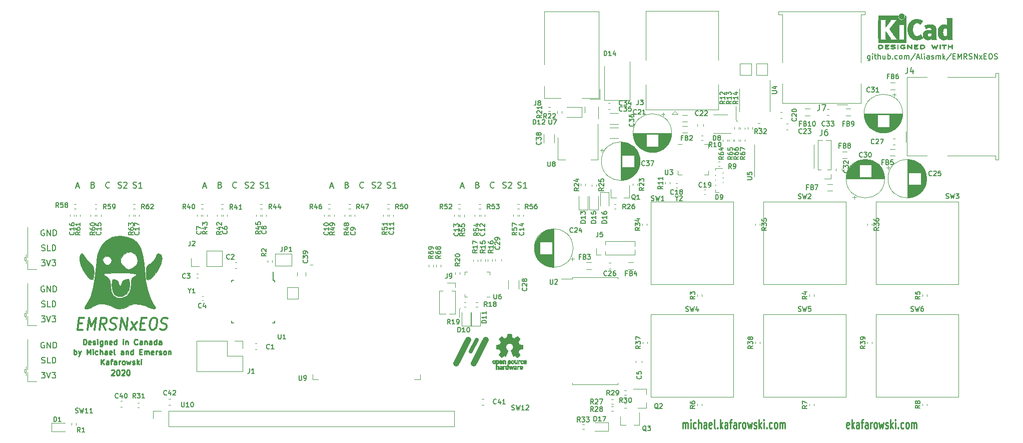
<source format=gbr>
%TF.GenerationSoftware,KiCad,Pcbnew,(5.1.7)-1*%
%TF.CreationDate,2020-11-15T19:07:40-05:00*%
%TF.ProjectId,Console,436f6e73-6f6c-4652-9e6b-696361645f70,rev?*%
%TF.SameCoordinates,Original*%
%TF.FileFunction,Legend,Top*%
%TF.FilePolarity,Positive*%
%FSLAX46Y46*%
G04 Gerber Fmt 4.6, Leading zero omitted, Abs format (unit mm)*
G04 Created by KiCad (PCBNEW (5.1.7)-1) date 2020-11-15 19:07:40*
%MOMM*%
%LPD*%
G01*
G04 APERTURE LIST*
%ADD10C,0.120000*%
%ADD11C,0.150000*%
%ADD12C,0.250000*%
%ADD13C,1.000000*%
%ADD14C,0.700000*%
%ADD15C,0.225000*%
%ADD16C,0.300000*%
%ADD17C,0.010000*%
G04 APERTURE END LIST*
D10*
X141000000Y-109250000D02*
X141250000Y-109000000D01*
X141000000Y-109250000D02*
X141000000Y-110750000D01*
D11*
X210535714Y-66407142D02*
X210535714Y-67135714D01*
X210492857Y-67221428D01*
X210449999Y-67264285D01*
X210364285Y-67307142D01*
X210235714Y-67307142D01*
X210149999Y-67264285D01*
X210535714Y-66964285D02*
X210449999Y-67007142D01*
X210278571Y-67007142D01*
X210192857Y-66964285D01*
X210149999Y-66921428D01*
X210107142Y-66835714D01*
X210107142Y-66578571D01*
X210149999Y-66492857D01*
X210192857Y-66450000D01*
X210278571Y-66407142D01*
X210449999Y-66407142D01*
X210535714Y-66450000D01*
X210964285Y-67007142D02*
X210964285Y-66407142D01*
X210964285Y-66107142D02*
X210921428Y-66150000D01*
X210964285Y-66192857D01*
X211007142Y-66150000D01*
X210964285Y-66107142D01*
X210964285Y-66192857D01*
X211264285Y-66407142D02*
X211607142Y-66407142D01*
X211392857Y-66107142D02*
X211392857Y-66878571D01*
X211435714Y-66964285D01*
X211521428Y-67007142D01*
X211607142Y-67007142D01*
X211907142Y-67007142D02*
X211907142Y-66107142D01*
X212292857Y-67007142D02*
X212292857Y-66535714D01*
X212249999Y-66450000D01*
X212164285Y-66407142D01*
X212035714Y-66407142D01*
X211949999Y-66450000D01*
X211907142Y-66492857D01*
X213107142Y-66407142D02*
X213107142Y-67007142D01*
X212721428Y-66407142D02*
X212721428Y-66878571D01*
X212764285Y-66964285D01*
X212849999Y-67007142D01*
X212978571Y-67007142D01*
X213064285Y-66964285D01*
X213107142Y-66921428D01*
X213535714Y-67007142D02*
X213535714Y-66107142D01*
X213535714Y-66450000D02*
X213621428Y-66407142D01*
X213792857Y-66407142D01*
X213878571Y-66450000D01*
X213921428Y-66492857D01*
X213964285Y-66578571D01*
X213964285Y-66835714D01*
X213921428Y-66921428D01*
X213878571Y-66964285D01*
X213792857Y-67007142D01*
X213621428Y-67007142D01*
X213535714Y-66964285D01*
X214349999Y-66921428D02*
X214392857Y-66964285D01*
X214349999Y-67007142D01*
X214307142Y-66964285D01*
X214349999Y-66921428D01*
X214349999Y-67007142D01*
X215164285Y-66964285D02*
X215078571Y-67007142D01*
X214907142Y-67007142D01*
X214821428Y-66964285D01*
X214778571Y-66921428D01*
X214735714Y-66835714D01*
X214735714Y-66578571D01*
X214778571Y-66492857D01*
X214821428Y-66450000D01*
X214907142Y-66407142D01*
X215078571Y-66407142D01*
X215164285Y-66450000D01*
X215678571Y-67007142D02*
X215592857Y-66964285D01*
X215549999Y-66921428D01*
X215507142Y-66835714D01*
X215507142Y-66578571D01*
X215549999Y-66492857D01*
X215592857Y-66450000D01*
X215678571Y-66407142D01*
X215807142Y-66407142D01*
X215892857Y-66450000D01*
X215935714Y-66492857D01*
X215978571Y-66578571D01*
X215978571Y-66835714D01*
X215935714Y-66921428D01*
X215892857Y-66964285D01*
X215807142Y-67007142D01*
X215678571Y-67007142D01*
X216364285Y-67007142D02*
X216364285Y-66407142D01*
X216364285Y-66492857D02*
X216407142Y-66450000D01*
X216492857Y-66407142D01*
X216621428Y-66407142D01*
X216707142Y-66450000D01*
X216749999Y-66535714D01*
X216749999Y-67007142D01*
X216749999Y-66535714D02*
X216792857Y-66450000D01*
X216878571Y-66407142D01*
X217007142Y-66407142D01*
X217092857Y-66450000D01*
X217135714Y-66535714D01*
X217135714Y-67007142D01*
X218207142Y-66064285D02*
X217435714Y-67221428D01*
X218464285Y-66750000D02*
X218892857Y-66750000D01*
X218378571Y-67007142D02*
X218678571Y-66107142D01*
X218978571Y-67007142D01*
X219407142Y-67007142D02*
X219321428Y-66964285D01*
X219278571Y-66878571D01*
X219278571Y-66107142D01*
X219749999Y-67007142D02*
X219749999Y-66407142D01*
X219749999Y-66107142D02*
X219707142Y-66150000D01*
X219749999Y-66192857D01*
X219792857Y-66150000D01*
X219749999Y-66107142D01*
X219749999Y-66192857D01*
X220564285Y-67007142D02*
X220564285Y-66535714D01*
X220521428Y-66450000D01*
X220435714Y-66407142D01*
X220264285Y-66407142D01*
X220178571Y-66450000D01*
X220564285Y-66964285D02*
X220478571Y-67007142D01*
X220264285Y-67007142D01*
X220178571Y-66964285D01*
X220135714Y-66878571D01*
X220135714Y-66792857D01*
X220178571Y-66707142D01*
X220264285Y-66664285D01*
X220478571Y-66664285D01*
X220564285Y-66621428D01*
X220949999Y-66964285D02*
X221035714Y-67007142D01*
X221207142Y-67007142D01*
X221292857Y-66964285D01*
X221335714Y-66878571D01*
X221335714Y-66835714D01*
X221292857Y-66750000D01*
X221207142Y-66707142D01*
X221078571Y-66707142D01*
X220992857Y-66664285D01*
X220949999Y-66578571D01*
X220949999Y-66535714D01*
X220992857Y-66450000D01*
X221078571Y-66407142D01*
X221207142Y-66407142D01*
X221292857Y-66450000D01*
X221721428Y-67007142D02*
X221721428Y-66407142D01*
X221721428Y-66492857D02*
X221764285Y-66450000D01*
X221850000Y-66407142D01*
X221978571Y-66407142D01*
X222064285Y-66450000D01*
X222107142Y-66535714D01*
X222107142Y-67007142D01*
X222107142Y-66535714D02*
X222150000Y-66450000D01*
X222235714Y-66407142D01*
X222364285Y-66407142D01*
X222450000Y-66450000D01*
X222492857Y-66535714D01*
X222492857Y-67007142D01*
X222921428Y-67007142D02*
X222921428Y-66107142D01*
X223007142Y-66664285D02*
X223264285Y-67007142D01*
X223264285Y-66407142D02*
X222921428Y-66750000D01*
X224292857Y-66064285D02*
X223521428Y-67221428D01*
X224592857Y-66535714D02*
X224892857Y-66535714D01*
X225021428Y-67007142D02*
X224592857Y-67007142D01*
X224592857Y-66107142D01*
X225021428Y-66107142D01*
X225407142Y-67007142D02*
X225407142Y-66107142D01*
X225707142Y-66750000D01*
X226007142Y-66107142D01*
X226007142Y-67007142D01*
X226950000Y-67007142D02*
X226650000Y-66578571D01*
X226435714Y-67007142D02*
X226435714Y-66107142D01*
X226778571Y-66107142D01*
X226864285Y-66150000D01*
X226907142Y-66192857D01*
X226950000Y-66278571D01*
X226950000Y-66407142D01*
X226907142Y-66492857D01*
X226864285Y-66535714D01*
X226778571Y-66578571D01*
X226435714Y-66578571D01*
X227292857Y-66964285D02*
X227421428Y-67007142D01*
X227635714Y-67007142D01*
X227721428Y-66964285D01*
X227764285Y-66921428D01*
X227807142Y-66835714D01*
X227807142Y-66750000D01*
X227764285Y-66664285D01*
X227721428Y-66621428D01*
X227635714Y-66578571D01*
X227464285Y-66535714D01*
X227378571Y-66492857D01*
X227335714Y-66450000D01*
X227292857Y-66364285D01*
X227292857Y-66278571D01*
X227335714Y-66192857D01*
X227378571Y-66150000D01*
X227464285Y-66107142D01*
X227678571Y-66107142D01*
X227807142Y-66150000D01*
X228192857Y-67007142D02*
X228192857Y-66107142D01*
X228707142Y-67007142D01*
X228707142Y-66107142D01*
X229050000Y-67007142D02*
X229521428Y-66407142D01*
X229050000Y-66407142D02*
X229521428Y-67007142D01*
X229864285Y-66535714D02*
X230164285Y-66535714D01*
X230292857Y-67007142D02*
X229864285Y-67007142D01*
X229864285Y-66107142D01*
X230292857Y-66107142D01*
X230850000Y-66107142D02*
X231021428Y-66107142D01*
X231107142Y-66150000D01*
X231192857Y-66235714D01*
X231235714Y-66407142D01*
X231235714Y-66707142D01*
X231192857Y-66878571D01*
X231107142Y-66964285D01*
X231021428Y-67007142D01*
X230850000Y-67007142D01*
X230764285Y-66964285D01*
X230678571Y-66878571D01*
X230635714Y-66707142D01*
X230635714Y-66407142D01*
X230678571Y-66235714D01*
X230764285Y-66150000D01*
X230850000Y-66107142D01*
X231578571Y-66964285D02*
X231707142Y-67007142D01*
X231921428Y-67007142D01*
X232007142Y-66964285D01*
X232049999Y-66921428D01*
X232092857Y-66835714D01*
X232092857Y-66750000D01*
X232049999Y-66664285D01*
X232007142Y-66621428D01*
X231921428Y-66578571D01*
X231749999Y-66535714D01*
X231664285Y-66492857D01*
X231621428Y-66450000D01*
X231578571Y-66364285D01*
X231578571Y-66278571D01*
X231621428Y-66192857D01*
X231664285Y-66150000D01*
X231749999Y-66107142D01*
X231964285Y-66107142D01*
X232092857Y-66150000D01*
D10*
X187800000Y-77300000D02*
X188100000Y-77600000D01*
X187800000Y-75000000D02*
X187800000Y-77300000D01*
D12*
X206976190Y-129407142D02*
X206880952Y-129478571D01*
X206690476Y-129478571D01*
X206595238Y-129407142D01*
X206547619Y-129264285D01*
X206547619Y-128692857D01*
X206595238Y-128550000D01*
X206690476Y-128478571D01*
X206880952Y-128478571D01*
X206976190Y-128550000D01*
X207023809Y-128692857D01*
X207023809Y-128835714D01*
X206547619Y-128978571D01*
X207452380Y-129478571D02*
X207452380Y-127978571D01*
X207547619Y-128907142D02*
X207833333Y-129478571D01*
X207833333Y-128478571D02*
X207452380Y-129050000D01*
X208690476Y-129478571D02*
X208690476Y-128692857D01*
X208642857Y-128550000D01*
X208547619Y-128478571D01*
X208357142Y-128478571D01*
X208261904Y-128550000D01*
X208690476Y-129407142D02*
X208595238Y-129478571D01*
X208357142Y-129478571D01*
X208261904Y-129407142D01*
X208214285Y-129264285D01*
X208214285Y-129121428D01*
X208261904Y-128978571D01*
X208357142Y-128907142D01*
X208595238Y-128907142D01*
X208690476Y-128835714D01*
X209023809Y-128478571D02*
X209404761Y-128478571D01*
X209166666Y-129478571D02*
X209166666Y-128192857D01*
X209214285Y-128050000D01*
X209309523Y-127978571D01*
X209404761Y-127978571D01*
X210166666Y-129478571D02*
X210166666Y-128692857D01*
X210119047Y-128550000D01*
X210023809Y-128478571D01*
X209833333Y-128478571D01*
X209738095Y-128550000D01*
X210166666Y-129407142D02*
X210071428Y-129478571D01*
X209833333Y-129478571D01*
X209738095Y-129407142D01*
X209690476Y-129264285D01*
X209690476Y-129121428D01*
X209738095Y-128978571D01*
X209833333Y-128907142D01*
X210071428Y-128907142D01*
X210166666Y-128835714D01*
X210642857Y-129478571D02*
X210642857Y-128478571D01*
X210642857Y-128764285D02*
X210690476Y-128621428D01*
X210738095Y-128550000D01*
X210833333Y-128478571D01*
X210928571Y-128478571D01*
X211404761Y-129478571D02*
X211309523Y-129407142D01*
X211261904Y-129335714D01*
X211214285Y-129192857D01*
X211214285Y-128764285D01*
X211261904Y-128621428D01*
X211309523Y-128550000D01*
X211404761Y-128478571D01*
X211547619Y-128478571D01*
X211642857Y-128550000D01*
X211690476Y-128621428D01*
X211738095Y-128764285D01*
X211738095Y-129192857D01*
X211690476Y-129335714D01*
X211642857Y-129407142D01*
X211547619Y-129478571D01*
X211404761Y-129478571D01*
X212071428Y-128478571D02*
X212261904Y-129478571D01*
X212452380Y-128764285D01*
X212642857Y-129478571D01*
X212833333Y-128478571D01*
X213166666Y-129407142D02*
X213261904Y-129478571D01*
X213452380Y-129478571D01*
X213547619Y-129407142D01*
X213595238Y-129264285D01*
X213595238Y-129192857D01*
X213547619Y-129050000D01*
X213452380Y-128978571D01*
X213309523Y-128978571D01*
X213214285Y-128907142D01*
X213166666Y-128764285D01*
X213166666Y-128692857D01*
X213214285Y-128550000D01*
X213309523Y-128478571D01*
X213452380Y-128478571D01*
X213547619Y-128550000D01*
X214023809Y-129478571D02*
X214023809Y-127978571D01*
X214119047Y-128907142D02*
X214404761Y-129478571D01*
X214404761Y-128478571D02*
X214023809Y-129050000D01*
X214833333Y-129478571D02*
X214833333Y-128478571D01*
X214833333Y-127978571D02*
X214785714Y-128050000D01*
X214833333Y-128121428D01*
X214880952Y-128050000D01*
X214833333Y-127978571D01*
X214833333Y-128121428D01*
X215309523Y-129335714D02*
X215357142Y-129407142D01*
X215309523Y-129478571D01*
X215261904Y-129407142D01*
X215309523Y-129335714D01*
X215309523Y-129478571D01*
X216214285Y-129407142D02*
X216119047Y-129478571D01*
X215928571Y-129478571D01*
X215833333Y-129407142D01*
X215785714Y-129335714D01*
X215738095Y-129192857D01*
X215738095Y-128764285D01*
X215785714Y-128621428D01*
X215833333Y-128550000D01*
X215928571Y-128478571D01*
X216119047Y-128478571D01*
X216214285Y-128550000D01*
X216785714Y-129478571D02*
X216690476Y-129407142D01*
X216642857Y-129335714D01*
X216595238Y-129192857D01*
X216595238Y-128764285D01*
X216642857Y-128621428D01*
X216690476Y-128550000D01*
X216785714Y-128478571D01*
X216928571Y-128478571D01*
X217023809Y-128550000D01*
X217071428Y-128621428D01*
X217119047Y-128764285D01*
X217119047Y-129192857D01*
X217071428Y-129335714D01*
X217023809Y-129407142D01*
X216928571Y-129478571D01*
X216785714Y-129478571D01*
X217547619Y-129478571D02*
X217547619Y-128478571D01*
X217547619Y-128621428D02*
X217595238Y-128550000D01*
X217690476Y-128478571D01*
X217833333Y-128478571D01*
X217928571Y-128550000D01*
X217976190Y-128692857D01*
X217976190Y-129478571D01*
X217976190Y-128692857D02*
X218023809Y-128550000D01*
X218119047Y-128478571D01*
X218261904Y-128478571D01*
X218357142Y-128550000D01*
X218404761Y-128692857D01*
X218404761Y-129478571D01*
X178857142Y-129478571D02*
X178857142Y-128478571D01*
X178857142Y-128621428D02*
X178904761Y-128550000D01*
X179000000Y-128478571D01*
X179142857Y-128478571D01*
X179238095Y-128550000D01*
X179285714Y-128692857D01*
X179285714Y-129478571D01*
X179285714Y-128692857D02*
X179333333Y-128550000D01*
X179428571Y-128478571D01*
X179571428Y-128478571D01*
X179666666Y-128550000D01*
X179714285Y-128692857D01*
X179714285Y-129478571D01*
X180190476Y-129478571D02*
X180190476Y-128478571D01*
X180190476Y-127978571D02*
X180142857Y-128050000D01*
X180190476Y-128121428D01*
X180238095Y-128050000D01*
X180190476Y-127978571D01*
X180190476Y-128121428D01*
X181095238Y-129407142D02*
X181000000Y-129478571D01*
X180809523Y-129478571D01*
X180714285Y-129407142D01*
X180666666Y-129335714D01*
X180619047Y-129192857D01*
X180619047Y-128764285D01*
X180666666Y-128621428D01*
X180714285Y-128550000D01*
X180809523Y-128478571D01*
X181000000Y-128478571D01*
X181095238Y-128550000D01*
X181523809Y-129478571D02*
X181523809Y-127978571D01*
X181952380Y-129478571D02*
X181952380Y-128692857D01*
X181904761Y-128550000D01*
X181809523Y-128478571D01*
X181666666Y-128478571D01*
X181571428Y-128550000D01*
X181523809Y-128621428D01*
X182857142Y-129478571D02*
X182857142Y-128692857D01*
X182809523Y-128550000D01*
X182714285Y-128478571D01*
X182523809Y-128478571D01*
X182428571Y-128550000D01*
X182857142Y-129407142D02*
X182761904Y-129478571D01*
X182523809Y-129478571D01*
X182428571Y-129407142D01*
X182380952Y-129264285D01*
X182380952Y-129121428D01*
X182428571Y-128978571D01*
X182523809Y-128907142D01*
X182761904Y-128907142D01*
X182857142Y-128835714D01*
X183714285Y-129407142D02*
X183619047Y-129478571D01*
X183428571Y-129478571D01*
X183333333Y-129407142D01*
X183285714Y-129264285D01*
X183285714Y-128692857D01*
X183333333Y-128550000D01*
X183428571Y-128478571D01*
X183619047Y-128478571D01*
X183714285Y-128550000D01*
X183761904Y-128692857D01*
X183761904Y-128835714D01*
X183285714Y-128978571D01*
X184333333Y-129478571D02*
X184238095Y-129407142D01*
X184190476Y-129264285D01*
X184190476Y-127978571D01*
X184714285Y-129335714D02*
X184761904Y-129407142D01*
X184714285Y-129478571D01*
X184666666Y-129407142D01*
X184714285Y-129335714D01*
X184714285Y-129478571D01*
X185190476Y-129478571D02*
X185190476Y-127978571D01*
X185285714Y-128907142D02*
X185571428Y-129478571D01*
X185571428Y-128478571D02*
X185190476Y-129050000D01*
X186428571Y-129478571D02*
X186428571Y-128692857D01*
X186380952Y-128550000D01*
X186285714Y-128478571D01*
X186095238Y-128478571D01*
X186000000Y-128550000D01*
X186428571Y-129407142D02*
X186333333Y-129478571D01*
X186095238Y-129478571D01*
X186000000Y-129407142D01*
X185952380Y-129264285D01*
X185952380Y-129121428D01*
X186000000Y-128978571D01*
X186095238Y-128907142D01*
X186333333Y-128907142D01*
X186428571Y-128835714D01*
X186761904Y-128478571D02*
X187142857Y-128478571D01*
X186904761Y-129478571D02*
X186904761Y-128192857D01*
X186952380Y-128050000D01*
X187047619Y-127978571D01*
X187142857Y-127978571D01*
X187904761Y-129478571D02*
X187904761Y-128692857D01*
X187857142Y-128550000D01*
X187761904Y-128478571D01*
X187571428Y-128478571D01*
X187476190Y-128550000D01*
X187904761Y-129407142D02*
X187809523Y-129478571D01*
X187571428Y-129478571D01*
X187476190Y-129407142D01*
X187428571Y-129264285D01*
X187428571Y-129121428D01*
X187476190Y-128978571D01*
X187571428Y-128907142D01*
X187809523Y-128907142D01*
X187904761Y-128835714D01*
X188380952Y-129478571D02*
X188380952Y-128478571D01*
X188380952Y-128764285D02*
X188428571Y-128621428D01*
X188476190Y-128550000D01*
X188571428Y-128478571D01*
X188666666Y-128478571D01*
X189142857Y-129478571D02*
X189047619Y-129407142D01*
X189000000Y-129335714D01*
X188952380Y-129192857D01*
X188952380Y-128764285D01*
X189000000Y-128621428D01*
X189047619Y-128550000D01*
X189142857Y-128478571D01*
X189285714Y-128478571D01*
X189380952Y-128550000D01*
X189428571Y-128621428D01*
X189476190Y-128764285D01*
X189476190Y-129192857D01*
X189428571Y-129335714D01*
X189380952Y-129407142D01*
X189285714Y-129478571D01*
X189142857Y-129478571D01*
X189809523Y-128478571D02*
X190000000Y-129478571D01*
X190190476Y-128764285D01*
X190380952Y-129478571D01*
X190571428Y-128478571D01*
X190904761Y-129407142D02*
X191000000Y-129478571D01*
X191190476Y-129478571D01*
X191285714Y-129407142D01*
X191333333Y-129264285D01*
X191333333Y-129192857D01*
X191285714Y-129050000D01*
X191190476Y-128978571D01*
X191047619Y-128978571D01*
X190952380Y-128907142D01*
X190904761Y-128764285D01*
X190904761Y-128692857D01*
X190952380Y-128550000D01*
X191047619Y-128478571D01*
X191190476Y-128478571D01*
X191285714Y-128550000D01*
X191761904Y-129478571D02*
X191761904Y-127978571D01*
X191857142Y-128907142D02*
X192142857Y-129478571D01*
X192142857Y-128478571D02*
X191761904Y-129050000D01*
X192571428Y-129478571D02*
X192571428Y-128478571D01*
X192571428Y-127978571D02*
X192523809Y-128050000D01*
X192571428Y-128121428D01*
X192619047Y-128050000D01*
X192571428Y-127978571D01*
X192571428Y-128121428D01*
X193047619Y-129335714D02*
X193095238Y-129407142D01*
X193047619Y-129478571D01*
X193000000Y-129407142D01*
X193047619Y-129335714D01*
X193047619Y-129478571D01*
X193952380Y-129407142D02*
X193857142Y-129478571D01*
X193666666Y-129478571D01*
X193571428Y-129407142D01*
X193523809Y-129335714D01*
X193476190Y-129192857D01*
X193476190Y-128764285D01*
X193523809Y-128621428D01*
X193571428Y-128550000D01*
X193666666Y-128478571D01*
X193857142Y-128478571D01*
X193952380Y-128550000D01*
X194523809Y-129478571D02*
X194428571Y-129407142D01*
X194380952Y-129335714D01*
X194333333Y-129192857D01*
X194333333Y-128764285D01*
X194380952Y-128621428D01*
X194428571Y-128550000D01*
X194523809Y-128478571D01*
X194666666Y-128478571D01*
X194761904Y-128550000D01*
X194809523Y-128621428D01*
X194857142Y-128764285D01*
X194857142Y-129192857D01*
X194809523Y-129335714D01*
X194761904Y-129407142D01*
X194666666Y-129478571D01*
X194523809Y-129478571D01*
X195285714Y-129478571D02*
X195285714Y-128478571D01*
X195285714Y-128621428D02*
X195333333Y-128550000D01*
X195428571Y-128478571D01*
X195571428Y-128478571D01*
X195666666Y-128550000D01*
X195714285Y-128692857D01*
X195714285Y-129478571D01*
X195714285Y-128692857D02*
X195761904Y-128550000D01*
X195857142Y-128478571D01*
X196000000Y-128478571D01*
X196095238Y-128550000D01*
X196142857Y-128692857D01*
X196142857Y-129478571D01*
D13*
X143500000Y-118500000D02*
X145500000Y-114500000D01*
D14*
X143000000Y-116500000D02*
X144000000Y-114500000D01*
D13*
X140500000Y-118500000D02*
X142500000Y-114500000D01*
D15*
X82157142Y-119692857D02*
X82200000Y-119650000D01*
X82285714Y-119607142D01*
X82500000Y-119607142D01*
X82585714Y-119650000D01*
X82628571Y-119692857D01*
X82671428Y-119778571D01*
X82671428Y-119864285D01*
X82628571Y-119992857D01*
X82114285Y-120507142D01*
X82671428Y-120507142D01*
X83228571Y-119607142D02*
X83314285Y-119607142D01*
X83400000Y-119650000D01*
X83442857Y-119692857D01*
X83485714Y-119778571D01*
X83528571Y-119950000D01*
X83528571Y-120164285D01*
X83485714Y-120335714D01*
X83442857Y-120421428D01*
X83400000Y-120464285D01*
X83314285Y-120507142D01*
X83228571Y-120507142D01*
X83142857Y-120464285D01*
X83100000Y-120421428D01*
X83057142Y-120335714D01*
X83014285Y-120164285D01*
X83014285Y-119950000D01*
X83057142Y-119778571D01*
X83100000Y-119692857D01*
X83142857Y-119650000D01*
X83228571Y-119607142D01*
X83871428Y-119692857D02*
X83914285Y-119650000D01*
X84000000Y-119607142D01*
X84214285Y-119607142D01*
X84300000Y-119650000D01*
X84342857Y-119692857D01*
X84385714Y-119778571D01*
X84385714Y-119864285D01*
X84342857Y-119992857D01*
X83828571Y-120507142D01*
X84385714Y-120507142D01*
X84942857Y-119607142D02*
X85028571Y-119607142D01*
X85114285Y-119650000D01*
X85157142Y-119692857D01*
X85200000Y-119778571D01*
X85242857Y-119950000D01*
X85242857Y-120164285D01*
X85200000Y-120335714D01*
X85157142Y-120421428D01*
X85114285Y-120464285D01*
X85028571Y-120507142D01*
X84942857Y-120507142D01*
X84857142Y-120464285D01*
X84814285Y-120421428D01*
X84771428Y-120335714D01*
X84728571Y-120164285D01*
X84728571Y-119950000D01*
X84771428Y-119778571D01*
X84814285Y-119692857D01*
X84857142Y-119650000D01*
X84942857Y-119607142D01*
X80392857Y-118707142D02*
X80392857Y-117807142D01*
X80907142Y-118707142D02*
X80521428Y-118192857D01*
X80907142Y-117807142D02*
X80392857Y-118321428D01*
X81678571Y-118707142D02*
X81678571Y-118235714D01*
X81635714Y-118150000D01*
X81550000Y-118107142D01*
X81378571Y-118107142D01*
X81292857Y-118150000D01*
X81678571Y-118664285D02*
X81592857Y-118707142D01*
X81378571Y-118707142D01*
X81292857Y-118664285D01*
X81250000Y-118578571D01*
X81250000Y-118492857D01*
X81292857Y-118407142D01*
X81378571Y-118364285D01*
X81592857Y-118364285D01*
X81678571Y-118321428D01*
X81978571Y-118107142D02*
X82321428Y-118107142D01*
X82107142Y-118707142D02*
X82107142Y-117935714D01*
X82150000Y-117850000D01*
X82235714Y-117807142D01*
X82321428Y-117807142D01*
X83007142Y-118707142D02*
X83007142Y-118235714D01*
X82964285Y-118150000D01*
X82878571Y-118107142D01*
X82707142Y-118107142D01*
X82621428Y-118150000D01*
X83007142Y-118664285D02*
X82921428Y-118707142D01*
X82707142Y-118707142D01*
X82621428Y-118664285D01*
X82578571Y-118578571D01*
X82578571Y-118492857D01*
X82621428Y-118407142D01*
X82707142Y-118364285D01*
X82921428Y-118364285D01*
X83007142Y-118321428D01*
X83435714Y-118707142D02*
X83435714Y-118107142D01*
X83435714Y-118278571D02*
X83478571Y-118192857D01*
X83521428Y-118150000D01*
X83607142Y-118107142D01*
X83692857Y-118107142D01*
X84121428Y-118707142D02*
X84035714Y-118664285D01*
X83992857Y-118621428D01*
X83950000Y-118535714D01*
X83950000Y-118278571D01*
X83992857Y-118192857D01*
X84035714Y-118150000D01*
X84121428Y-118107142D01*
X84250000Y-118107142D01*
X84335714Y-118150000D01*
X84378571Y-118192857D01*
X84421428Y-118278571D01*
X84421428Y-118535714D01*
X84378571Y-118621428D01*
X84335714Y-118664285D01*
X84250000Y-118707142D01*
X84121428Y-118707142D01*
X84721428Y-118107142D02*
X84892857Y-118707142D01*
X85064285Y-118278571D01*
X85235714Y-118707142D01*
X85407142Y-118107142D01*
X85707142Y-118664285D02*
X85792857Y-118707142D01*
X85964285Y-118707142D01*
X86050000Y-118664285D01*
X86092857Y-118578571D01*
X86092857Y-118535714D01*
X86050000Y-118450000D01*
X85964285Y-118407142D01*
X85835714Y-118407142D01*
X85750000Y-118364285D01*
X85707142Y-118278571D01*
X85707142Y-118235714D01*
X85750000Y-118150000D01*
X85835714Y-118107142D01*
X85964285Y-118107142D01*
X86050000Y-118150000D01*
X86478571Y-118707142D02*
X86478571Y-117807142D01*
X86564285Y-118364285D02*
X86821428Y-118707142D01*
X86821428Y-118107142D02*
X86478571Y-118450000D01*
X87207142Y-118707142D02*
X87207142Y-118107142D01*
X87207142Y-117807142D02*
X87164285Y-117850000D01*
X87207142Y-117892857D01*
X87250000Y-117850000D01*
X87207142Y-117807142D01*
X87207142Y-117892857D01*
X75814285Y-117007142D02*
X75814285Y-116107142D01*
X75814285Y-116450000D02*
X75900000Y-116407142D01*
X76071428Y-116407142D01*
X76157142Y-116450000D01*
X76200000Y-116492857D01*
X76242857Y-116578571D01*
X76242857Y-116835714D01*
X76200000Y-116921428D01*
X76157142Y-116964285D01*
X76071428Y-117007142D01*
X75900000Y-117007142D01*
X75814285Y-116964285D01*
X76542857Y-116407142D02*
X76757142Y-117007142D01*
X76971428Y-116407142D02*
X76757142Y-117007142D01*
X76671428Y-117221428D01*
X76628571Y-117264285D01*
X76542857Y-117307142D01*
X78000000Y-117007142D02*
X78000000Y-116107142D01*
X78300000Y-116750000D01*
X78600000Y-116107142D01*
X78600000Y-117007142D01*
X79028571Y-117007142D02*
X79028571Y-116407142D01*
X79028571Y-116107142D02*
X78985714Y-116150000D01*
X79028571Y-116192857D01*
X79071428Y-116150000D01*
X79028571Y-116107142D01*
X79028571Y-116192857D01*
X79842857Y-116964285D02*
X79757142Y-117007142D01*
X79585714Y-117007142D01*
X79500000Y-116964285D01*
X79457142Y-116921428D01*
X79414285Y-116835714D01*
X79414285Y-116578571D01*
X79457142Y-116492857D01*
X79500000Y-116450000D01*
X79585714Y-116407142D01*
X79757142Y-116407142D01*
X79842857Y-116450000D01*
X80228571Y-117007142D02*
X80228571Y-116107142D01*
X80614285Y-117007142D02*
X80614285Y-116535714D01*
X80571428Y-116450000D01*
X80485714Y-116407142D01*
X80357142Y-116407142D01*
X80271428Y-116450000D01*
X80228571Y-116492857D01*
X81428571Y-117007142D02*
X81428571Y-116535714D01*
X81385714Y-116450000D01*
X81300000Y-116407142D01*
X81128571Y-116407142D01*
X81042857Y-116450000D01*
X81428571Y-116964285D02*
X81342857Y-117007142D01*
X81128571Y-117007142D01*
X81042857Y-116964285D01*
X81000000Y-116878571D01*
X81000000Y-116792857D01*
X81042857Y-116707142D01*
X81128571Y-116664285D01*
X81342857Y-116664285D01*
X81428571Y-116621428D01*
X82200000Y-116964285D02*
X82114285Y-117007142D01*
X81942857Y-117007142D01*
X81857142Y-116964285D01*
X81814285Y-116878571D01*
X81814285Y-116535714D01*
X81857142Y-116450000D01*
X81942857Y-116407142D01*
X82114285Y-116407142D01*
X82200000Y-116450000D01*
X82242857Y-116535714D01*
X82242857Y-116621428D01*
X81814285Y-116707142D01*
X82757142Y-117007142D02*
X82671428Y-116964285D01*
X82628571Y-116878571D01*
X82628571Y-116107142D01*
X84171428Y-117007142D02*
X84171428Y-116535714D01*
X84128571Y-116450000D01*
X84042857Y-116407142D01*
X83871428Y-116407142D01*
X83785714Y-116450000D01*
X84171428Y-116964285D02*
X84085714Y-117007142D01*
X83871428Y-117007142D01*
X83785714Y-116964285D01*
X83742857Y-116878571D01*
X83742857Y-116792857D01*
X83785714Y-116707142D01*
X83871428Y-116664285D01*
X84085714Y-116664285D01*
X84171428Y-116621428D01*
X84600000Y-116407142D02*
X84600000Y-117007142D01*
X84600000Y-116492857D02*
X84642857Y-116450000D01*
X84728571Y-116407142D01*
X84857142Y-116407142D01*
X84942857Y-116450000D01*
X84985714Y-116535714D01*
X84985714Y-117007142D01*
X85800000Y-117007142D02*
X85800000Y-116107142D01*
X85800000Y-116964285D02*
X85714285Y-117007142D01*
X85542857Y-117007142D01*
X85457142Y-116964285D01*
X85414285Y-116921428D01*
X85371428Y-116835714D01*
X85371428Y-116578571D01*
X85414285Y-116492857D01*
X85457142Y-116450000D01*
X85542857Y-116407142D01*
X85714285Y-116407142D01*
X85800000Y-116450000D01*
X86914285Y-116535714D02*
X87214285Y-116535714D01*
X87342857Y-117007142D02*
X86914285Y-117007142D01*
X86914285Y-116107142D01*
X87342857Y-116107142D01*
X87728571Y-117007142D02*
X87728571Y-116407142D01*
X87728571Y-116492857D02*
X87771428Y-116450000D01*
X87857142Y-116407142D01*
X87985714Y-116407142D01*
X88071428Y-116450000D01*
X88114285Y-116535714D01*
X88114285Y-117007142D01*
X88114285Y-116535714D02*
X88157142Y-116450000D01*
X88242857Y-116407142D01*
X88371428Y-116407142D01*
X88457142Y-116450000D01*
X88500000Y-116535714D01*
X88500000Y-117007142D01*
X89271428Y-116964285D02*
X89185714Y-117007142D01*
X89014285Y-117007142D01*
X88928571Y-116964285D01*
X88885714Y-116878571D01*
X88885714Y-116535714D01*
X88928571Y-116450000D01*
X89014285Y-116407142D01*
X89185714Y-116407142D01*
X89271428Y-116450000D01*
X89314285Y-116535714D01*
X89314285Y-116621428D01*
X88885714Y-116707142D01*
X89700000Y-117007142D02*
X89700000Y-116407142D01*
X89700000Y-116578571D02*
X89742857Y-116492857D01*
X89785714Y-116450000D01*
X89871428Y-116407142D01*
X89957142Y-116407142D01*
X90214285Y-116964285D02*
X90300000Y-117007142D01*
X90471428Y-117007142D01*
X90557142Y-116964285D01*
X90600000Y-116878571D01*
X90600000Y-116835714D01*
X90557142Y-116750000D01*
X90471428Y-116707142D01*
X90342857Y-116707142D01*
X90257142Y-116664285D01*
X90214285Y-116578571D01*
X90214285Y-116535714D01*
X90257142Y-116450000D01*
X90342857Y-116407142D01*
X90471428Y-116407142D01*
X90557142Y-116450000D01*
X91114285Y-117007142D02*
X91028571Y-116964285D01*
X90985714Y-116921428D01*
X90942857Y-116835714D01*
X90942857Y-116578571D01*
X90985714Y-116492857D01*
X91028571Y-116450000D01*
X91114285Y-116407142D01*
X91242857Y-116407142D01*
X91328571Y-116450000D01*
X91371428Y-116492857D01*
X91414285Y-116578571D01*
X91414285Y-116835714D01*
X91371428Y-116921428D01*
X91328571Y-116964285D01*
X91242857Y-117007142D01*
X91114285Y-117007142D01*
X91800000Y-116407142D02*
X91800000Y-117007142D01*
X91800000Y-116492857D02*
X91842857Y-116450000D01*
X91928571Y-116407142D01*
X92057142Y-116407142D01*
X92142857Y-116450000D01*
X92185714Y-116535714D01*
X92185714Y-117007142D01*
X77400000Y-115307142D02*
X77400000Y-114407142D01*
X77614285Y-114407142D01*
X77742857Y-114450000D01*
X77828571Y-114535714D01*
X77871428Y-114621428D01*
X77914285Y-114792857D01*
X77914285Y-114921428D01*
X77871428Y-115092857D01*
X77828571Y-115178571D01*
X77742857Y-115264285D01*
X77614285Y-115307142D01*
X77400000Y-115307142D01*
X78642857Y-115264285D02*
X78557142Y-115307142D01*
X78385714Y-115307142D01*
X78300000Y-115264285D01*
X78257142Y-115178571D01*
X78257142Y-114835714D01*
X78300000Y-114750000D01*
X78385714Y-114707142D01*
X78557142Y-114707142D01*
X78642857Y-114750000D01*
X78685714Y-114835714D01*
X78685714Y-114921428D01*
X78257142Y-115007142D01*
X79028571Y-115264285D02*
X79114285Y-115307142D01*
X79285714Y-115307142D01*
X79371428Y-115264285D01*
X79414285Y-115178571D01*
X79414285Y-115135714D01*
X79371428Y-115050000D01*
X79285714Y-115007142D01*
X79157142Y-115007142D01*
X79071428Y-114964285D01*
X79028571Y-114878571D01*
X79028571Y-114835714D01*
X79071428Y-114750000D01*
X79157142Y-114707142D01*
X79285714Y-114707142D01*
X79371428Y-114750000D01*
X79800000Y-115307142D02*
X79800000Y-114707142D01*
X79800000Y-114407142D02*
X79757142Y-114450000D01*
X79800000Y-114492857D01*
X79842857Y-114450000D01*
X79800000Y-114407142D01*
X79800000Y-114492857D01*
X80614285Y-114707142D02*
X80614285Y-115435714D01*
X80571428Y-115521428D01*
X80528571Y-115564285D01*
X80442857Y-115607142D01*
X80314285Y-115607142D01*
X80228571Y-115564285D01*
X80614285Y-115264285D02*
X80528571Y-115307142D01*
X80357142Y-115307142D01*
X80271428Y-115264285D01*
X80228571Y-115221428D01*
X80185714Y-115135714D01*
X80185714Y-114878571D01*
X80228571Y-114792857D01*
X80271428Y-114750000D01*
X80357142Y-114707142D01*
X80528571Y-114707142D01*
X80614285Y-114750000D01*
X81042857Y-114707142D02*
X81042857Y-115307142D01*
X81042857Y-114792857D02*
X81085714Y-114750000D01*
X81171428Y-114707142D01*
X81300000Y-114707142D01*
X81385714Y-114750000D01*
X81428571Y-114835714D01*
X81428571Y-115307142D01*
X82200000Y-115264285D02*
X82114285Y-115307142D01*
X81942857Y-115307142D01*
X81857142Y-115264285D01*
X81814285Y-115178571D01*
X81814285Y-114835714D01*
X81857142Y-114750000D01*
X81942857Y-114707142D01*
X82114285Y-114707142D01*
X82200000Y-114750000D01*
X82242857Y-114835714D01*
X82242857Y-114921428D01*
X81814285Y-115007142D01*
X83014285Y-115307142D02*
X83014285Y-114407142D01*
X83014285Y-115264285D02*
X82928571Y-115307142D01*
X82757142Y-115307142D01*
X82671428Y-115264285D01*
X82628571Y-115221428D01*
X82585714Y-115135714D01*
X82585714Y-114878571D01*
X82628571Y-114792857D01*
X82671428Y-114750000D01*
X82757142Y-114707142D01*
X82928571Y-114707142D01*
X83014285Y-114750000D01*
X84128571Y-115307142D02*
X84128571Y-114707142D01*
X84128571Y-114407142D02*
X84085714Y-114450000D01*
X84128571Y-114492857D01*
X84171428Y-114450000D01*
X84128571Y-114407142D01*
X84128571Y-114492857D01*
X84557142Y-114707142D02*
X84557142Y-115307142D01*
X84557142Y-114792857D02*
X84600000Y-114750000D01*
X84685714Y-114707142D01*
X84814285Y-114707142D01*
X84900000Y-114750000D01*
X84942857Y-114835714D01*
X84942857Y-115307142D01*
X86571428Y-115221428D02*
X86528571Y-115264285D01*
X86400000Y-115307142D01*
X86314285Y-115307142D01*
X86185714Y-115264285D01*
X86100000Y-115178571D01*
X86057142Y-115092857D01*
X86014285Y-114921428D01*
X86014285Y-114792857D01*
X86057142Y-114621428D01*
X86100000Y-114535714D01*
X86185714Y-114450000D01*
X86314285Y-114407142D01*
X86400000Y-114407142D01*
X86528571Y-114450000D01*
X86571428Y-114492857D01*
X87342857Y-115307142D02*
X87342857Y-114835714D01*
X87300000Y-114750000D01*
X87214285Y-114707142D01*
X87042857Y-114707142D01*
X86957142Y-114750000D01*
X87342857Y-115264285D02*
X87257142Y-115307142D01*
X87042857Y-115307142D01*
X86957142Y-115264285D01*
X86914285Y-115178571D01*
X86914285Y-115092857D01*
X86957142Y-115007142D01*
X87042857Y-114964285D01*
X87257142Y-114964285D01*
X87342857Y-114921428D01*
X87771428Y-114707142D02*
X87771428Y-115307142D01*
X87771428Y-114792857D02*
X87814285Y-114750000D01*
X87900000Y-114707142D01*
X88028571Y-114707142D01*
X88114285Y-114750000D01*
X88157142Y-114835714D01*
X88157142Y-115307142D01*
X88971428Y-115307142D02*
X88971428Y-114835714D01*
X88928571Y-114750000D01*
X88842857Y-114707142D01*
X88671428Y-114707142D01*
X88585714Y-114750000D01*
X88971428Y-115264285D02*
X88885714Y-115307142D01*
X88671428Y-115307142D01*
X88585714Y-115264285D01*
X88542857Y-115178571D01*
X88542857Y-115092857D01*
X88585714Y-115007142D01*
X88671428Y-114964285D01*
X88885714Y-114964285D01*
X88971428Y-114921428D01*
X89785714Y-115307142D02*
X89785714Y-114407142D01*
X89785714Y-115264285D02*
X89700000Y-115307142D01*
X89528571Y-115307142D01*
X89442857Y-115264285D01*
X89400000Y-115221428D01*
X89357142Y-115135714D01*
X89357142Y-114878571D01*
X89400000Y-114792857D01*
X89442857Y-114750000D01*
X89528571Y-114707142D01*
X89700000Y-114707142D01*
X89785714Y-114750000D01*
X90600000Y-115307142D02*
X90600000Y-114835714D01*
X90557142Y-114750000D01*
X90471428Y-114707142D01*
X90300000Y-114707142D01*
X90214285Y-114750000D01*
X90600000Y-115264285D02*
X90514285Y-115307142D01*
X90300000Y-115307142D01*
X90214285Y-115264285D01*
X90171428Y-115178571D01*
X90171428Y-115092857D01*
X90214285Y-115007142D01*
X90300000Y-114964285D01*
X90514285Y-114964285D01*
X90600000Y-114921428D01*
D16*
X76573839Y-111757142D02*
X77173839Y-111757142D01*
X77300029Y-112804761D02*
X76442886Y-112804761D01*
X76692886Y-110804761D01*
X77550029Y-110804761D01*
X78071458Y-112804761D02*
X78321458Y-110804761D01*
X78742886Y-112233333D01*
X79521458Y-110804761D01*
X79271458Y-112804761D01*
X81157172Y-112804761D02*
X80676220Y-111852380D01*
X80128601Y-112804761D02*
X80378601Y-110804761D01*
X81064315Y-110804761D01*
X81223839Y-110900000D01*
X81297648Y-110995238D01*
X81359553Y-111185714D01*
X81323839Y-111471428D01*
X81214315Y-111661904D01*
X81116696Y-111757142D01*
X80933363Y-111852380D01*
X80247648Y-111852380D01*
X81854791Y-112709523D02*
X82100029Y-112804761D01*
X82528601Y-112804761D01*
X82711934Y-112709523D01*
X82809553Y-112614285D01*
X82919077Y-112423809D01*
X82942886Y-112233333D01*
X82880982Y-112042857D01*
X82807172Y-111947619D01*
X82647648Y-111852380D01*
X82316696Y-111757142D01*
X82157172Y-111661904D01*
X82083363Y-111566666D01*
X82021458Y-111376190D01*
X82045267Y-111185714D01*
X82154791Y-110995238D01*
X82252410Y-110900000D01*
X82435744Y-110804761D01*
X82864315Y-110804761D01*
X83109553Y-110900000D01*
X83642886Y-112804761D02*
X83892886Y-110804761D01*
X84671458Y-112804761D01*
X84921458Y-110804761D01*
X85357172Y-112804761D02*
X86466696Y-111471428D01*
X85523839Y-111471428D02*
X86300029Y-112804761D01*
X87116696Y-111757142D02*
X87716696Y-111757142D01*
X87842886Y-112804761D02*
X86985744Y-112804761D01*
X87235744Y-110804761D01*
X88092886Y-110804761D01*
X89207172Y-110804761D02*
X89550029Y-110804761D01*
X89709553Y-110900000D01*
X89857172Y-111090476D01*
X89895267Y-111471428D01*
X89811934Y-112138095D01*
X89678601Y-112519047D01*
X89483363Y-112709523D01*
X89300029Y-112804761D01*
X88957172Y-112804761D01*
X88797648Y-112709523D01*
X88650029Y-112519047D01*
X88611934Y-112138095D01*
X88695267Y-111471428D01*
X88828601Y-111090476D01*
X89023839Y-110900000D01*
X89207172Y-110804761D01*
X90426220Y-112709523D02*
X90671458Y-112804761D01*
X91100029Y-112804761D01*
X91283363Y-112709523D01*
X91380982Y-112614285D01*
X91490505Y-112423809D01*
X91514315Y-112233333D01*
X91452410Y-112042857D01*
X91378601Y-111947619D01*
X91219077Y-111852380D01*
X90888125Y-111757142D01*
X90728601Y-111661904D01*
X90654791Y-111566666D01*
X90592886Y-111376190D01*
X90616696Y-111185714D01*
X90726220Y-110995238D01*
X90823839Y-110900000D01*
X91007172Y-110804761D01*
X91435744Y-110804761D01*
X91680982Y-110900000D01*
D10*
%TO.C,R69*%
X135840000Y-101846359D02*
X135840000Y-102153641D01*
X136600000Y-101846359D02*
X136600000Y-102153641D01*
%TO.C,R68*%
X137120000Y-101846359D02*
X137120000Y-102153641D01*
X137880000Y-101846359D02*
X137880000Y-102153641D01*
%TO.C,R33*%
X161846359Y-129580000D02*
X162153641Y-129580000D01*
X161846359Y-128820000D02*
X162153641Y-128820000D01*
%TO.C,D17*%
X166285000Y-128465000D02*
X164000000Y-128465000D01*
X166285000Y-129935000D02*
X166285000Y-128465000D01*
X164000000Y-129935000D02*
X166285000Y-129935000D01*
D17*
%TO.C,H11*%
G36*
X224428823Y-64574533D02*
G01*
X224460202Y-64596776D01*
X224487911Y-64624485D01*
X224487911Y-64933920D01*
X224487838Y-65025799D01*
X224487495Y-65097840D01*
X224486692Y-65152780D01*
X224485241Y-65193360D01*
X224482952Y-65222317D01*
X224479636Y-65242391D01*
X224475105Y-65256321D01*
X224469169Y-65266845D01*
X224464514Y-65273100D01*
X224433783Y-65297673D01*
X224398496Y-65300341D01*
X224366245Y-65285271D01*
X224355588Y-65276374D01*
X224348464Y-65264557D01*
X224344167Y-65245526D01*
X224341991Y-65214992D01*
X224341228Y-65168662D01*
X224341155Y-65132871D01*
X224341155Y-64998045D01*
X223844444Y-64998045D01*
X223844444Y-65120700D01*
X223843931Y-65176787D01*
X223841876Y-65215333D01*
X223837508Y-65241361D01*
X223830056Y-65259897D01*
X223821047Y-65273100D01*
X223790144Y-65297604D01*
X223755196Y-65300506D01*
X223721738Y-65283089D01*
X223712604Y-65273959D01*
X223706152Y-65261855D01*
X223701897Y-65243001D01*
X223699352Y-65213620D01*
X223698029Y-65169937D01*
X223697443Y-65108175D01*
X223697375Y-65094000D01*
X223696891Y-64977631D01*
X223696641Y-64881727D01*
X223696723Y-64804177D01*
X223697231Y-64742869D01*
X223698262Y-64695690D01*
X223699913Y-64660530D01*
X223702279Y-64635276D01*
X223705457Y-64617817D01*
X223709544Y-64606041D01*
X223714634Y-64597835D01*
X223720266Y-64591645D01*
X223752128Y-64571844D01*
X223785357Y-64574533D01*
X223816735Y-64596776D01*
X223829433Y-64611126D01*
X223837526Y-64626978D01*
X223842042Y-64649554D01*
X223844006Y-64684078D01*
X223844444Y-64735776D01*
X223844444Y-64851289D01*
X224341155Y-64851289D01*
X224341155Y-64732756D01*
X224341662Y-64678148D01*
X224343698Y-64641275D01*
X224348035Y-64617307D01*
X224355447Y-64601415D01*
X224363733Y-64591645D01*
X224395594Y-64571844D01*
X224428823Y-64574533D01*
G37*
X224428823Y-64574533D02*
X224460202Y-64596776D01*
X224487911Y-64624485D01*
X224487911Y-64933920D01*
X224487838Y-65025799D01*
X224487495Y-65097840D01*
X224486692Y-65152780D01*
X224485241Y-65193360D01*
X224482952Y-65222317D01*
X224479636Y-65242391D01*
X224475105Y-65256321D01*
X224469169Y-65266845D01*
X224464514Y-65273100D01*
X224433783Y-65297673D01*
X224398496Y-65300341D01*
X224366245Y-65285271D01*
X224355588Y-65276374D01*
X224348464Y-65264557D01*
X224344167Y-65245526D01*
X224341991Y-65214992D01*
X224341228Y-65168662D01*
X224341155Y-65132871D01*
X224341155Y-64998045D01*
X223844444Y-64998045D01*
X223844444Y-65120700D01*
X223843931Y-65176787D01*
X223841876Y-65215333D01*
X223837508Y-65241361D01*
X223830056Y-65259897D01*
X223821047Y-65273100D01*
X223790144Y-65297604D01*
X223755196Y-65300506D01*
X223721738Y-65283089D01*
X223712604Y-65273959D01*
X223706152Y-65261855D01*
X223701897Y-65243001D01*
X223699352Y-65213620D01*
X223698029Y-65169937D01*
X223697443Y-65108175D01*
X223697375Y-65094000D01*
X223696891Y-64977631D01*
X223696641Y-64881727D01*
X223696723Y-64804177D01*
X223697231Y-64742869D01*
X223698262Y-64695690D01*
X223699913Y-64660530D01*
X223702279Y-64635276D01*
X223705457Y-64617817D01*
X223709544Y-64606041D01*
X223714634Y-64597835D01*
X223720266Y-64591645D01*
X223752128Y-64571844D01*
X223785357Y-64574533D01*
X223816735Y-64596776D01*
X223829433Y-64611126D01*
X223837526Y-64626978D01*
X223842042Y-64649554D01*
X223844006Y-64684078D01*
X223844444Y-64735776D01*
X223844444Y-64851289D01*
X224341155Y-64851289D01*
X224341155Y-64732756D01*
X224341662Y-64678148D01*
X224343698Y-64641275D01*
X224348035Y-64617307D01*
X224355447Y-64601415D01*
X224363733Y-64591645D01*
X224395594Y-64571844D01*
X224428823Y-64574533D01*
G36*
X223163065Y-64569163D02*
G01*
X223241772Y-64569542D01*
X223302863Y-64570333D01*
X223348817Y-64571670D01*
X223382114Y-64573683D01*
X223405236Y-64576506D01*
X223420662Y-64580269D01*
X223430871Y-64585105D01*
X223435813Y-64588822D01*
X223461457Y-64621358D01*
X223464559Y-64655138D01*
X223448711Y-64685826D01*
X223438348Y-64698089D01*
X223427196Y-64706450D01*
X223411035Y-64711657D01*
X223385642Y-64714457D01*
X223346798Y-64715596D01*
X223290280Y-64715821D01*
X223279180Y-64715822D01*
X223133244Y-64715822D01*
X223133244Y-64986756D01*
X223133148Y-65072154D01*
X223132711Y-65137864D01*
X223131712Y-65186774D01*
X223129928Y-65221773D01*
X223127137Y-65245749D01*
X223123117Y-65261593D01*
X223117645Y-65272191D01*
X223110666Y-65280267D01*
X223077734Y-65300112D01*
X223043354Y-65298548D01*
X223012176Y-65275906D01*
X223009886Y-65273100D01*
X223002429Y-65262492D01*
X222996747Y-65250081D01*
X222992601Y-65232850D01*
X222989750Y-65207784D01*
X222987954Y-65171867D01*
X222986972Y-65122083D01*
X222986564Y-65055417D01*
X222986489Y-64979589D01*
X222986489Y-64715822D01*
X222847127Y-64715822D01*
X222787322Y-64715418D01*
X222745918Y-64713840D01*
X222718748Y-64710547D01*
X222701646Y-64704992D01*
X222690443Y-64696631D01*
X222689083Y-64695178D01*
X222672725Y-64661939D01*
X222674172Y-64624362D01*
X222692978Y-64591645D01*
X222700250Y-64585298D01*
X222709627Y-64580266D01*
X222723609Y-64576396D01*
X222744696Y-64573537D01*
X222775389Y-64571535D01*
X222818189Y-64570239D01*
X222875595Y-64569498D01*
X222950110Y-64569158D01*
X223044233Y-64569068D01*
X223064260Y-64569067D01*
X223163065Y-64569163D01*
G37*
X223163065Y-64569163D02*
X223241772Y-64569542D01*
X223302863Y-64570333D01*
X223348817Y-64571670D01*
X223382114Y-64573683D01*
X223405236Y-64576506D01*
X223420662Y-64580269D01*
X223430871Y-64585105D01*
X223435813Y-64588822D01*
X223461457Y-64621358D01*
X223464559Y-64655138D01*
X223448711Y-64685826D01*
X223438348Y-64698089D01*
X223427196Y-64706450D01*
X223411035Y-64711657D01*
X223385642Y-64714457D01*
X223346798Y-64715596D01*
X223290280Y-64715821D01*
X223279180Y-64715822D01*
X223133244Y-64715822D01*
X223133244Y-64986756D01*
X223133148Y-65072154D01*
X223132711Y-65137864D01*
X223131712Y-65186774D01*
X223129928Y-65221773D01*
X223127137Y-65245749D01*
X223123117Y-65261593D01*
X223117645Y-65272191D01*
X223110666Y-65280267D01*
X223077734Y-65300112D01*
X223043354Y-65298548D01*
X223012176Y-65275906D01*
X223009886Y-65273100D01*
X223002429Y-65262492D01*
X222996747Y-65250081D01*
X222992601Y-65232850D01*
X222989750Y-65207784D01*
X222987954Y-65171867D01*
X222986972Y-65122083D01*
X222986564Y-65055417D01*
X222986489Y-64979589D01*
X222986489Y-64715822D01*
X222847127Y-64715822D01*
X222787322Y-64715418D01*
X222745918Y-64713840D01*
X222718748Y-64710547D01*
X222701646Y-64704992D01*
X222690443Y-64696631D01*
X222689083Y-64695178D01*
X222672725Y-64661939D01*
X222674172Y-64624362D01*
X222692978Y-64591645D01*
X222700250Y-64585298D01*
X222709627Y-64580266D01*
X222723609Y-64576396D01*
X222744696Y-64573537D01*
X222775389Y-64571535D01*
X222818189Y-64570239D01*
X222875595Y-64569498D01*
X222950110Y-64569158D01*
X223044233Y-64569068D01*
X223064260Y-64569067D01*
X223163065Y-64569163D01*
G36*
X222388614Y-64575877D02*
G01*
X222412327Y-64590647D01*
X222438978Y-64612227D01*
X222438978Y-64933773D01*
X222438893Y-65027830D01*
X222438529Y-65101932D01*
X222437724Y-65158704D01*
X222436313Y-65200768D01*
X222434133Y-65230748D01*
X222431021Y-65251267D01*
X222426814Y-65264949D01*
X222421348Y-65274416D01*
X222417472Y-65279082D01*
X222386034Y-65299575D01*
X222350233Y-65298739D01*
X222318873Y-65281264D01*
X222292222Y-65259684D01*
X222292222Y-64612227D01*
X222318873Y-64590647D01*
X222344594Y-64574949D01*
X222365600Y-64569067D01*
X222388614Y-64575877D01*
G37*
X222388614Y-64575877D02*
X222412327Y-64590647D01*
X222438978Y-64612227D01*
X222438978Y-64933773D01*
X222438893Y-65027830D01*
X222438529Y-65101932D01*
X222437724Y-65158704D01*
X222436313Y-65200768D01*
X222434133Y-65230748D01*
X222431021Y-65251267D01*
X222426814Y-65264949D01*
X222421348Y-65274416D01*
X222417472Y-65279082D01*
X222386034Y-65299575D01*
X222350233Y-65298739D01*
X222318873Y-65281264D01*
X222292222Y-65259684D01*
X222292222Y-64612227D01*
X222318873Y-64590647D01*
X222344594Y-64574949D01*
X222365600Y-64569067D01*
X222388614Y-64575877D01*
G36*
X221944665Y-64571034D02*
G01*
X221964255Y-64578035D01*
X221965010Y-64578377D01*
X221991613Y-64598678D01*
X222006270Y-64619561D01*
X222009138Y-64629352D01*
X222008996Y-64642361D01*
X222004961Y-64660895D01*
X221996146Y-64687257D01*
X221981669Y-64723752D01*
X221960645Y-64772687D01*
X221932188Y-64836365D01*
X221895415Y-64917093D01*
X221875175Y-64961216D01*
X221838625Y-65039985D01*
X221804315Y-65112423D01*
X221773552Y-65175880D01*
X221747648Y-65227708D01*
X221727910Y-65265259D01*
X221715650Y-65285884D01*
X221713224Y-65288733D01*
X221682183Y-65301302D01*
X221647121Y-65299619D01*
X221619000Y-65284332D01*
X221617854Y-65283089D01*
X221606668Y-65266154D01*
X221587904Y-65233170D01*
X221563875Y-65188380D01*
X221536897Y-65136032D01*
X221527201Y-65116742D01*
X221454014Y-64970150D01*
X221374240Y-65129393D01*
X221345767Y-65184415D01*
X221319350Y-65232132D01*
X221297148Y-65268893D01*
X221281319Y-65291044D01*
X221275954Y-65295741D01*
X221234257Y-65302102D01*
X221199849Y-65288733D01*
X221189728Y-65274446D01*
X221172214Y-65242692D01*
X221148735Y-65196597D01*
X221120720Y-65139285D01*
X221089599Y-65073880D01*
X221056799Y-65003507D01*
X221023750Y-64931291D01*
X220991881Y-64860355D01*
X220962619Y-64793825D01*
X220937395Y-64734826D01*
X220917636Y-64686481D01*
X220904772Y-64651915D01*
X220900231Y-64634253D01*
X220900277Y-64633613D01*
X220911326Y-64611388D01*
X220933410Y-64588753D01*
X220934710Y-64587768D01*
X220961853Y-64572425D01*
X220986958Y-64572574D01*
X220996368Y-64575466D01*
X221007834Y-64581718D01*
X221020010Y-64594014D01*
X221034357Y-64614908D01*
X221052336Y-64646949D01*
X221075407Y-64692688D01*
X221105030Y-64754677D01*
X221131745Y-64811898D01*
X221162480Y-64878226D01*
X221190021Y-64937874D01*
X221212938Y-64987725D01*
X221229798Y-65024664D01*
X221239173Y-65045573D01*
X221240540Y-65048845D01*
X221246689Y-65043497D01*
X221260822Y-65021109D01*
X221281057Y-64984946D01*
X221305515Y-64938277D01*
X221315248Y-64919022D01*
X221348217Y-64854004D01*
X221373643Y-64806654D01*
X221393612Y-64774219D01*
X221410210Y-64753946D01*
X221425524Y-64743082D01*
X221441640Y-64738875D01*
X221452143Y-64738400D01*
X221470670Y-64740042D01*
X221486904Y-64746831D01*
X221503035Y-64761566D01*
X221521251Y-64787044D01*
X221543739Y-64826061D01*
X221572689Y-64881414D01*
X221588662Y-64912903D01*
X221614570Y-64963087D01*
X221637167Y-65004704D01*
X221654458Y-65034242D01*
X221664450Y-65048189D01*
X221665809Y-65048770D01*
X221672261Y-65037793D01*
X221686708Y-65009290D01*
X221707703Y-64966244D01*
X221733797Y-64911638D01*
X221763546Y-64848454D01*
X221778180Y-64817071D01*
X221816250Y-64736078D01*
X221846905Y-64673756D01*
X221871737Y-64628071D01*
X221892337Y-64596989D01*
X221910298Y-64578478D01*
X221927210Y-64570504D01*
X221944665Y-64571034D01*
G37*
X221944665Y-64571034D02*
X221964255Y-64578035D01*
X221965010Y-64578377D01*
X221991613Y-64598678D01*
X222006270Y-64619561D01*
X222009138Y-64629352D01*
X222008996Y-64642361D01*
X222004961Y-64660895D01*
X221996146Y-64687257D01*
X221981669Y-64723752D01*
X221960645Y-64772687D01*
X221932188Y-64836365D01*
X221895415Y-64917093D01*
X221875175Y-64961216D01*
X221838625Y-65039985D01*
X221804315Y-65112423D01*
X221773552Y-65175880D01*
X221747648Y-65227708D01*
X221727910Y-65265259D01*
X221715650Y-65285884D01*
X221713224Y-65288733D01*
X221682183Y-65301302D01*
X221647121Y-65299619D01*
X221619000Y-65284332D01*
X221617854Y-65283089D01*
X221606668Y-65266154D01*
X221587904Y-65233170D01*
X221563875Y-65188380D01*
X221536897Y-65136032D01*
X221527201Y-65116742D01*
X221454014Y-64970150D01*
X221374240Y-65129393D01*
X221345767Y-65184415D01*
X221319350Y-65232132D01*
X221297148Y-65268893D01*
X221281319Y-65291044D01*
X221275954Y-65295741D01*
X221234257Y-65302102D01*
X221199849Y-65288733D01*
X221189728Y-65274446D01*
X221172214Y-65242692D01*
X221148735Y-65196597D01*
X221120720Y-65139285D01*
X221089599Y-65073880D01*
X221056799Y-65003507D01*
X221023750Y-64931291D01*
X220991881Y-64860355D01*
X220962619Y-64793825D01*
X220937395Y-64734826D01*
X220917636Y-64686481D01*
X220904772Y-64651915D01*
X220900231Y-64634253D01*
X220900277Y-64633613D01*
X220911326Y-64611388D01*
X220933410Y-64588753D01*
X220934710Y-64587768D01*
X220961853Y-64572425D01*
X220986958Y-64572574D01*
X220996368Y-64575466D01*
X221007834Y-64581718D01*
X221020010Y-64594014D01*
X221034357Y-64614908D01*
X221052336Y-64646949D01*
X221075407Y-64692688D01*
X221105030Y-64754677D01*
X221131745Y-64811898D01*
X221162480Y-64878226D01*
X221190021Y-64937874D01*
X221212938Y-64987725D01*
X221229798Y-65024664D01*
X221239173Y-65045573D01*
X221240540Y-65048845D01*
X221246689Y-65043497D01*
X221260822Y-65021109D01*
X221281057Y-64984946D01*
X221305515Y-64938277D01*
X221315248Y-64919022D01*
X221348217Y-64854004D01*
X221373643Y-64806654D01*
X221393612Y-64774219D01*
X221410210Y-64753946D01*
X221425524Y-64743082D01*
X221441640Y-64738875D01*
X221452143Y-64738400D01*
X221470670Y-64740042D01*
X221486904Y-64746831D01*
X221503035Y-64761566D01*
X221521251Y-64787044D01*
X221543739Y-64826061D01*
X221572689Y-64881414D01*
X221588662Y-64912903D01*
X221614570Y-64963087D01*
X221637167Y-65004704D01*
X221654458Y-65034242D01*
X221664450Y-65048189D01*
X221665809Y-65048770D01*
X221672261Y-65037793D01*
X221686708Y-65009290D01*
X221707703Y-64966244D01*
X221733797Y-64911638D01*
X221763546Y-64848454D01*
X221778180Y-64817071D01*
X221816250Y-64736078D01*
X221846905Y-64673756D01*
X221871737Y-64628071D01*
X221892337Y-64596989D01*
X221910298Y-64578478D01*
X221927210Y-64570504D01*
X221944665Y-64571034D01*
G36*
X219218309Y-64569275D02*
G01*
X219347288Y-64573636D01*
X219456991Y-64586861D01*
X219549226Y-64609741D01*
X219625802Y-64643070D01*
X219688527Y-64687638D01*
X219739212Y-64744236D01*
X219779663Y-64813658D01*
X219780459Y-64815351D01*
X219804601Y-64877483D01*
X219813203Y-64932509D01*
X219806231Y-64987887D01*
X219783654Y-65051073D01*
X219779372Y-65060689D01*
X219750172Y-65116966D01*
X219717356Y-65160451D01*
X219675002Y-65197417D01*
X219617190Y-65234135D01*
X219613831Y-65236052D01*
X219563504Y-65260227D01*
X219506621Y-65278282D01*
X219439527Y-65290839D01*
X219358565Y-65298522D01*
X219260082Y-65301953D01*
X219225286Y-65302251D01*
X219059594Y-65302845D01*
X219036197Y-65273100D01*
X219029257Y-65263319D01*
X219023842Y-65251897D01*
X219019765Y-65236095D01*
X219016837Y-65213175D01*
X219014867Y-65180396D01*
X219014225Y-65156089D01*
X219170844Y-65156089D01*
X219264726Y-65156089D01*
X219319664Y-65154483D01*
X219376060Y-65150255D01*
X219422345Y-65144292D01*
X219425139Y-65143790D01*
X219507348Y-65121736D01*
X219571114Y-65088600D01*
X219618452Y-65042847D01*
X219651382Y-64982939D01*
X219657108Y-64967061D01*
X219662721Y-64942333D01*
X219660291Y-64917902D01*
X219648467Y-64885400D01*
X219641340Y-64869434D01*
X219618000Y-64827006D01*
X219589880Y-64797240D01*
X219558940Y-64776511D01*
X219496966Y-64749537D01*
X219417651Y-64729998D01*
X219325253Y-64718746D01*
X219258333Y-64716270D01*
X219170844Y-64715822D01*
X219170844Y-65156089D01*
X219014225Y-65156089D01*
X219013668Y-65135021D01*
X219013050Y-65074311D01*
X219012825Y-64995526D01*
X219012800Y-64933920D01*
X219012800Y-64624485D01*
X219040509Y-64596776D01*
X219052806Y-64585544D01*
X219066103Y-64577853D01*
X219084672Y-64573040D01*
X219112786Y-64570446D01*
X219154717Y-64569410D01*
X219214737Y-64569270D01*
X219218309Y-64569275D01*
G37*
X219218309Y-64569275D02*
X219347288Y-64573636D01*
X219456991Y-64586861D01*
X219549226Y-64609741D01*
X219625802Y-64643070D01*
X219688527Y-64687638D01*
X219739212Y-64744236D01*
X219779663Y-64813658D01*
X219780459Y-64815351D01*
X219804601Y-64877483D01*
X219813203Y-64932509D01*
X219806231Y-64987887D01*
X219783654Y-65051073D01*
X219779372Y-65060689D01*
X219750172Y-65116966D01*
X219717356Y-65160451D01*
X219675002Y-65197417D01*
X219617190Y-65234135D01*
X219613831Y-65236052D01*
X219563504Y-65260227D01*
X219506621Y-65278282D01*
X219439527Y-65290839D01*
X219358565Y-65298522D01*
X219260082Y-65301953D01*
X219225286Y-65302251D01*
X219059594Y-65302845D01*
X219036197Y-65273100D01*
X219029257Y-65263319D01*
X219023842Y-65251897D01*
X219019765Y-65236095D01*
X219016837Y-65213175D01*
X219014867Y-65180396D01*
X219014225Y-65156089D01*
X219170844Y-65156089D01*
X219264726Y-65156089D01*
X219319664Y-65154483D01*
X219376060Y-65150255D01*
X219422345Y-65144292D01*
X219425139Y-65143790D01*
X219507348Y-65121736D01*
X219571114Y-65088600D01*
X219618452Y-65042847D01*
X219651382Y-64982939D01*
X219657108Y-64967061D01*
X219662721Y-64942333D01*
X219660291Y-64917902D01*
X219648467Y-64885400D01*
X219641340Y-64869434D01*
X219618000Y-64827006D01*
X219589880Y-64797240D01*
X219558940Y-64776511D01*
X219496966Y-64749537D01*
X219417651Y-64729998D01*
X219325253Y-64718746D01*
X219258333Y-64716270D01*
X219170844Y-64715822D01*
X219170844Y-65156089D01*
X219014225Y-65156089D01*
X219013668Y-65135021D01*
X219013050Y-65074311D01*
X219012825Y-64995526D01*
X219012800Y-64933920D01*
X219012800Y-64624485D01*
X219040509Y-64596776D01*
X219052806Y-64585544D01*
X219066103Y-64577853D01*
X219084672Y-64573040D01*
X219112786Y-64570446D01*
X219154717Y-64569410D01*
X219214737Y-64569270D01*
X219218309Y-64569275D01*
G36*
X218430343Y-64569260D02*
G01*
X218506701Y-64570174D01*
X218565217Y-64572311D01*
X218608255Y-64576175D01*
X218638183Y-64582267D01*
X218657368Y-64591090D01*
X218668176Y-64603146D01*
X218672973Y-64618939D01*
X218674127Y-64638970D01*
X218674133Y-64641335D01*
X218673131Y-64663992D01*
X218668396Y-64681503D01*
X218657333Y-64694574D01*
X218637348Y-64703913D01*
X218605846Y-64710227D01*
X218560232Y-64714222D01*
X218497913Y-64716606D01*
X218416293Y-64718086D01*
X218391277Y-64718414D01*
X218149200Y-64721467D01*
X218145814Y-64786378D01*
X218142429Y-64851289D01*
X218310576Y-64851289D01*
X218376266Y-64851531D01*
X218423172Y-64852556D01*
X218455083Y-64854811D01*
X218475791Y-64858742D01*
X218489084Y-64864798D01*
X218498755Y-64873424D01*
X218498817Y-64873493D01*
X218516356Y-64907112D01*
X218515722Y-64943448D01*
X218497314Y-64974423D01*
X218493671Y-64977607D01*
X218480741Y-64985812D01*
X218463024Y-64991521D01*
X218436570Y-64995162D01*
X218397432Y-64997167D01*
X218341662Y-64997964D01*
X218305994Y-64998045D01*
X218143555Y-64998045D01*
X218143555Y-65156089D01*
X218390161Y-65156089D01*
X218471580Y-65156231D01*
X218533410Y-65156814D01*
X218578637Y-65158068D01*
X218610248Y-65160227D01*
X218631231Y-65163523D01*
X218644573Y-65168189D01*
X218653261Y-65174457D01*
X218655450Y-65176733D01*
X218671614Y-65208280D01*
X218672797Y-65244168D01*
X218659536Y-65275285D01*
X218649043Y-65285271D01*
X218638129Y-65290769D01*
X218621217Y-65295022D01*
X218595633Y-65298180D01*
X218558701Y-65300392D01*
X218507746Y-65301806D01*
X218440094Y-65302572D01*
X218353069Y-65302838D01*
X218333394Y-65302845D01*
X218244911Y-65302787D01*
X218176227Y-65302467D01*
X218124564Y-65301667D01*
X218087145Y-65300167D01*
X218061190Y-65297749D01*
X218043922Y-65294194D01*
X218032562Y-65289282D01*
X218024332Y-65282795D01*
X218019817Y-65278138D01*
X218013021Y-65269889D01*
X218007712Y-65259669D01*
X218003706Y-65244800D01*
X218000821Y-65222602D01*
X217998874Y-65190393D01*
X217997681Y-65145496D01*
X217997061Y-65085228D01*
X217996829Y-65006911D01*
X217996800Y-64940994D01*
X217996871Y-64848628D01*
X217997208Y-64776117D01*
X217997998Y-64720737D01*
X217999426Y-64679765D01*
X218001679Y-64650478D01*
X218004943Y-64630153D01*
X218009404Y-64616066D01*
X218015248Y-64605495D01*
X218020197Y-64598811D01*
X218043594Y-64569067D01*
X218333774Y-64569067D01*
X218430343Y-64569260D01*
G37*
X218430343Y-64569260D02*
X218506701Y-64570174D01*
X218565217Y-64572311D01*
X218608255Y-64576175D01*
X218638183Y-64582267D01*
X218657368Y-64591090D01*
X218668176Y-64603146D01*
X218672973Y-64618939D01*
X218674127Y-64638970D01*
X218674133Y-64641335D01*
X218673131Y-64663992D01*
X218668396Y-64681503D01*
X218657333Y-64694574D01*
X218637348Y-64703913D01*
X218605846Y-64710227D01*
X218560232Y-64714222D01*
X218497913Y-64716606D01*
X218416293Y-64718086D01*
X218391277Y-64718414D01*
X218149200Y-64721467D01*
X218145814Y-64786378D01*
X218142429Y-64851289D01*
X218310576Y-64851289D01*
X218376266Y-64851531D01*
X218423172Y-64852556D01*
X218455083Y-64854811D01*
X218475791Y-64858742D01*
X218489084Y-64864798D01*
X218498755Y-64873424D01*
X218498817Y-64873493D01*
X218516356Y-64907112D01*
X218515722Y-64943448D01*
X218497314Y-64974423D01*
X218493671Y-64977607D01*
X218480741Y-64985812D01*
X218463024Y-64991521D01*
X218436570Y-64995162D01*
X218397432Y-64997167D01*
X218341662Y-64997964D01*
X218305994Y-64998045D01*
X218143555Y-64998045D01*
X218143555Y-65156089D01*
X218390161Y-65156089D01*
X218471580Y-65156231D01*
X218533410Y-65156814D01*
X218578637Y-65158068D01*
X218610248Y-65160227D01*
X218631231Y-65163523D01*
X218644573Y-65168189D01*
X218653261Y-65174457D01*
X218655450Y-65176733D01*
X218671614Y-65208280D01*
X218672797Y-65244168D01*
X218659536Y-65275285D01*
X218649043Y-65285271D01*
X218638129Y-65290769D01*
X218621217Y-65295022D01*
X218595633Y-65298180D01*
X218558701Y-65300392D01*
X218507746Y-65301806D01*
X218440094Y-65302572D01*
X218353069Y-65302838D01*
X218333394Y-65302845D01*
X218244911Y-65302787D01*
X218176227Y-65302467D01*
X218124564Y-65301667D01*
X218087145Y-65300167D01*
X218061190Y-65297749D01*
X218043922Y-65294194D01*
X218032562Y-65289282D01*
X218024332Y-65282795D01*
X218019817Y-65278138D01*
X218013021Y-65269889D01*
X218007712Y-65259669D01*
X218003706Y-65244800D01*
X218000821Y-65222602D01*
X217998874Y-65190393D01*
X217997681Y-65145496D01*
X217997061Y-65085228D01*
X217996829Y-65006911D01*
X217996800Y-64940994D01*
X217996871Y-64848628D01*
X217997208Y-64776117D01*
X217997998Y-64720737D01*
X217999426Y-64679765D01*
X218001679Y-64650478D01*
X218004943Y-64630153D01*
X218009404Y-64616066D01*
X218015248Y-64605495D01*
X218020197Y-64598811D01*
X218043594Y-64569067D01*
X218333774Y-64569067D01*
X218430343Y-64569260D01*
G36*
X216899886Y-64573448D02*
G01*
X216923452Y-64587273D01*
X216954265Y-64609881D01*
X216993922Y-64642338D01*
X217044020Y-64685708D01*
X217106157Y-64741058D01*
X217181928Y-64809451D01*
X217268666Y-64888084D01*
X217449289Y-65051878D01*
X217454933Y-64832029D01*
X217456971Y-64756351D01*
X217458937Y-64699994D01*
X217461266Y-64659706D01*
X217464394Y-64632235D01*
X217468755Y-64614329D01*
X217474784Y-64602737D01*
X217482916Y-64594208D01*
X217487228Y-64590623D01*
X217521759Y-64571670D01*
X217554617Y-64574441D01*
X217580682Y-64590633D01*
X217607333Y-64612199D01*
X217610648Y-64927151D01*
X217611565Y-65019779D01*
X217612032Y-65092544D01*
X217611887Y-65148161D01*
X217610968Y-65189342D01*
X217609113Y-65218803D01*
X217606161Y-65239255D01*
X217601950Y-65253413D01*
X217596318Y-65263991D01*
X217590073Y-65272474D01*
X217576561Y-65288207D01*
X217563117Y-65298636D01*
X217547876Y-65302639D01*
X217528974Y-65299094D01*
X217504545Y-65286879D01*
X217472727Y-65264871D01*
X217431652Y-65231949D01*
X217379458Y-65186991D01*
X217314278Y-65128875D01*
X217240444Y-65062099D01*
X216975155Y-64821458D01*
X216969511Y-65040589D01*
X216967469Y-65116128D01*
X216965498Y-65172354D01*
X216963161Y-65212524D01*
X216960019Y-65239896D01*
X216955636Y-65257728D01*
X216949576Y-65269279D01*
X216941400Y-65277807D01*
X216937216Y-65281282D01*
X216900235Y-65300372D01*
X216865292Y-65297493D01*
X216834864Y-65273100D01*
X216827903Y-65263286D01*
X216822477Y-65251826D01*
X216818397Y-65235968D01*
X216815471Y-65212963D01*
X216813508Y-65180062D01*
X216812317Y-65134516D01*
X216811708Y-65073573D01*
X216811489Y-64994486D01*
X216811466Y-64935956D01*
X216811540Y-64844407D01*
X216811887Y-64772687D01*
X216812699Y-64718045D01*
X216814167Y-64677732D01*
X216816481Y-64648998D01*
X216819833Y-64629093D01*
X216824412Y-64615268D01*
X216830411Y-64604772D01*
X216834864Y-64598811D01*
X216846150Y-64584691D01*
X216856699Y-64574029D01*
X216868107Y-64567892D01*
X216881970Y-64567343D01*
X216899886Y-64573448D01*
G37*
X216899886Y-64573448D02*
X216923452Y-64587273D01*
X216954265Y-64609881D01*
X216993922Y-64642338D01*
X217044020Y-64685708D01*
X217106157Y-64741058D01*
X217181928Y-64809451D01*
X217268666Y-64888084D01*
X217449289Y-65051878D01*
X217454933Y-64832029D01*
X217456971Y-64756351D01*
X217458937Y-64699994D01*
X217461266Y-64659706D01*
X217464394Y-64632235D01*
X217468755Y-64614329D01*
X217474784Y-64602737D01*
X217482916Y-64594208D01*
X217487228Y-64590623D01*
X217521759Y-64571670D01*
X217554617Y-64574441D01*
X217580682Y-64590633D01*
X217607333Y-64612199D01*
X217610648Y-64927151D01*
X217611565Y-65019779D01*
X217612032Y-65092544D01*
X217611887Y-65148161D01*
X217610968Y-65189342D01*
X217609113Y-65218803D01*
X217606161Y-65239255D01*
X217601950Y-65253413D01*
X217596318Y-65263991D01*
X217590073Y-65272474D01*
X217576561Y-65288207D01*
X217563117Y-65298636D01*
X217547876Y-65302639D01*
X217528974Y-65299094D01*
X217504545Y-65286879D01*
X217472727Y-65264871D01*
X217431652Y-65231949D01*
X217379458Y-65186991D01*
X217314278Y-65128875D01*
X217240444Y-65062099D01*
X216975155Y-64821458D01*
X216969511Y-65040589D01*
X216967469Y-65116128D01*
X216965498Y-65172354D01*
X216963161Y-65212524D01*
X216960019Y-65239896D01*
X216955636Y-65257728D01*
X216949576Y-65269279D01*
X216941400Y-65277807D01*
X216937216Y-65281282D01*
X216900235Y-65300372D01*
X216865292Y-65297493D01*
X216834864Y-65273100D01*
X216827903Y-65263286D01*
X216822477Y-65251826D01*
X216818397Y-65235968D01*
X216815471Y-65212963D01*
X216813508Y-65180062D01*
X216812317Y-65134516D01*
X216811708Y-65073573D01*
X216811489Y-64994486D01*
X216811466Y-64935956D01*
X216811540Y-64844407D01*
X216811887Y-64772687D01*
X216812699Y-64718045D01*
X216814167Y-64677732D01*
X216816481Y-64648998D01*
X216819833Y-64629093D01*
X216824412Y-64615268D01*
X216830411Y-64604772D01*
X216834864Y-64598811D01*
X216846150Y-64584691D01*
X216856699Y-64574029D01*
X216868107Y-64567892D01*
X216881970Y-64567343D01*
X216899886Y-64573448D01*
G36*
X216249919Y-64574599D02*
G01*
X216318435Y-64586095D01*
X216371057Y-64603967D01*
X216405292Y-64627499D01*
X216414621Y-64640924D01*
X216424107Y-64672148D01*
X216417723Y-64700395D01*
X216397570Y-64727182D01*
X216366255Y-64739713D01*
X216320817Y-64738696D01*
X216285674Y-64731906D01*
X216207581Y-64718971D01*
X216127774Y-64717742D01*
X216038445Y-64728241D01*
X216013771Y-64732690D01*
X215930709Y-64756108D01*
X215865727Y-64790945D01*
X215819539Y-64836604D01*
X215792855Y-64892494D01*
X215787337Y-64921388D01*
X215790949Y-64980012D01*
X215814271Y-65031879D01*
X215855176Y-65075978D01*
X215911541Y-65111299D01*
X215981240Y-65136829D01*
X216062148Y-65151559D01*
X216152140Y-65154478D01*
X216249090Y-65144575D01*
X216254564Y-65143641D01*
X216293125Y-65136459D01*
X216314506Y-65129521D01*
X216323773Y-65119227D01*
X216325994Y-65101976D01*
X216326044Y-65092841D01*
X216326044Y-65054489D01*
X216257569Y-65054489D01*
X216197100Y-65050347D01*
X216155835Y-65037147D01*
X216131825Y-65013730D01*
X216123123Y-64978936D01*
X216123017Y-64974394D01*
X216128108Y-64944654D01*
X216145567Y-64923419D01*
X216178061Y-64909366D01*
X216228257Y-64901173D01*
X216276877Y-64898161D01*
X216347544Y-64896433D01*
X216398802Y-64899070D01*
X216433761Y-64908800D01*
X216455530Y-64928353D01*
X216467220Y-64960456D01*
X216471940Y-65007838D01*
X216472800Y-65070071D01*
X216471391Y-65139535D01*
X216467152Y-65186786D01*
X216460064Y-65212012D01*
X216458689Y-65213988D01*
X216419772Y-65245508D01*
X216362714Y-65270470D01*
X216291131Y-65288340D01*
X216208642Y-65298586D01*
X216118861Y-65300673D01*
X216025408Y-65294068D01*
X215970444Y-65285956D01*
X215884234Y-65261554D01*
X215804108Y-65221662D01*
X215737023Y-65169887D01*
X215726827Y-65159539D01*
X215693698Y-65116035D01*
X215663806Y-65062118D01*
X215640643Y-65005592D01*
X215627702Y-64954259D01*
X215626142Y-64934544D01*
X215632782Y-64893419D01*
X215650432Y-64842252D01*
X215675703Y-64788394D01*
X215705211Y-64739195D01*
X215731281Y-64706334D01*
X215792235Y-64657452D01*
X215871031Y-64618545D01*
X215964843Y-64590494D01*
X216070850Y-64574179D01*
X216168000Y-64570192D01*
X216249919Y-64574599D01*
G37*
X216249919Y-64574599D02*
X216318435Y-64586095D01*
X216371057Y-64603967D01*
X216405292Y-64627499D01*
X216414621Y-64640924D01*
X216424107Y-64672148D01*
X216417723Y-64700395D01*
X216397570Y-64727182D01*
X216366255Y-64739713D01*
X216320817Y-64738696D01*
X216285674Y-64731906D01*
X216207581Y-64718971D01*
X216127774Y-64717742D01*
X216038445Y-64728241D01*
X216013771Y-64732690D01*
X215930709Y-64756108D01*
X215865727Y-64790945D01*
X215819539Y-64836604D01*
X215792855Y-64892494D01*
X215787337Y-64921388D01*
X215790949Y-64980012D01*
X215814271Y-65031879D01*
X215855176Y-65075978D01*
X215911541Y-65111299D01*
X215981240Y-65136829D01*
X216062148Y-65151559D01*
X216152140Y-65154478D01*
X216249090Y-65144575D01*
X216254564Y-65143641D01*
X216293125Y-65136459D01*
X216314506Y-65129521D01*
X216323773Y-65119227D01*
X216325994Y-65101976D01*
X216326044Y-65092841D01*
X216326044Y-65054489D01*
X216257569Y-65054489D01*
X216197100Y-65050347D01*
X216155835Y-65037147D01*
X216131825Y-65013730D01*
X216123123Y-64978936D01*
X216123017Y-64974394D01*
X216128108Y-64944654D01*
X216145567Y-64923419D01*
X216178061Y-64909366D01*
X216228257Y-64901173D01*
X216276877Y-64898161D01*
X216347544Y-64896433D01*
X216398802Y-64899070D01*
X216433761Y-64908800D01*
X216455530Y-64928353D01*
X216467220Y-64960456D01*
X216471940Y-65007838D01*
X216472800Y-65070071D01*
X216471391Y-65139535D01*
X216467152Y-65186786D01*
X216460064Y-65212012D01*
X216458689Y-65213988D01*
X216419772Y-65245508D01*
X216362714Y-65270470D01*
X216291131Y-65288340D01*
X216208642Y-65298586D01*
X216118861Y-65300673D01*
X216025408Y-65294068D01*
X215970444Y-65285956D01*
X215884234Y-65261554D01*
X215804108Y-65221662D01*
X215737023Y-65169887D01*
X215726827Y-65159539D01*
X215693698Y-65116035D01*
X215663806Y-65062118D01*
X215640643Y-65005592D01*
X215627702Y-64954259D01*
X215626142Y-64934544D01*
X215632782Y-64893419D01*
X215650432Y-64842252D01*
X215675703Y-64788394D01*
X215705211Y-64739195D01*
X215731281Y-64706334D01*
X215792235Y-64657452D01*
X215871031Y-64618545D01*
X215964843Y-64590494D01*
X216070850Y-64574179D01*
X216168000Y-64570192D01*
X216249919Y-64574599D01*
G36*
X215276178Y-64591645D02*
G01*
X215282758Y-64599218D01*
X215287921Y-64608987D01*
X215291836Y-64623571D01*
X215294676Y-64645585D01*
X215296613Y-64677648D01*
X215297817Y-64722375D01*
X215298461Y-64782385D01*
X215298716Y-64860294D01*
X215298755Y-64935956D01*
X215298686Y-65029802D01*
X215298362Y-65103689D01*
X215297614Y-65160232D01*
X215296268Y-65202049D01*
X215294154Y-65231757D01*
X215291100Y-65251973D01*
X215286934Y-65265314D01*
X215281484Y-65274398D01*
X215276178Y-65280267D01*
X215243174Y-65299947D01*
X215208009Y-65298181D01*
X215176545Y-65276717D01*
X215169316Y-65268337D01*
X215163666Y-65258614D01*
X215159401Y-65244861D01*
X215156327Y-65224389D01*
X215154248Y-65194512D01*
X215152970Y-65152541D01*
X215152299Y-65095789D01*
X215152041Y-65021567D01*
X215152000Y-64937537D01*
X215152000Y-64624485D01*
X215179709Y-64596776D01*
X215213863Y-64573463D01*
X215246994Y-64572623D01*
X215276178Y-64591645D01*
G37*
X215276178Y-64591645D02*
X215282758Y-64599218D01*
X215287921Y-64608987D01*
X215291836Y-64623571D01*
X215294676Y-64645585D01*
X215296613Y-64677648D01*
X215297817Y-64722375D01*
X215298461Y-64782385D01*
X215298716Y-64860294D01*
X215298755Y-64935956D01*
X215298686Y-65029802D01*
X215298362Y-65103689D01*
X215297614Y-65160232D01*
X215296268Y-65202049D01*
X215294154Y-65231757D01*
X215291100Y-65251973D01*
X215286934Y-65265314D01*
X215281484Y-65274398D01*
X215276178Y-65280267D01*
X215243174Y-65299947D01*
X215208009Y-65298181D01*
X215176545Y-65276717D01*
X215169316Y-65268337D01*
X215163666Y-65258614D01*
X215159401Y-65244861D01*
X215156327Y-65224389D01*
X215154248Y-65194512D01*
X215152970Y-65152541D01*
X215152299Y-65095789D01*
X215152041Y-65021567D01*
X215152000Y-64937537D01*
X215152000Y-64624485D01*
X215179709Y-64596776D01*
X215213863Y-64573463D01*
X215246994Y-64572623D01*
X215276178Y-64591645D01*
G36*
X214508297Y-64570351D02*
G01*
X214583112Y-64575581D01*
X214652694Y-64583750D01*
X214712998Y-64594550D01*
X214759980Y-64607673D01*
X214789594Y-64622813D01*
X214794140Y-64627269D01*
X214809946Y-64661850D01*
X214805153Y-64697351D01*
X214780636Y-64727725D01*
X214779466Y-64728596D01*
X214765046Y-64737954D01*
X214749992Y-64742876D01*
X214728995Y-64743473D01*
X214696743Y-64739861D01*
X214647927Y-64732154D01*
X214644000Y-64731505D01*
X214571261Y-64722569D01*
X214492783Y-64718161D01*
X214414073Y-64718119D01*
X214340639Y-64722279D01*
X214277989Y-64730479D01*
X214231630Y-64742557D01*
X214228584Y-64743771D01*
X214194952Y-64762615D01*
X214183136Y-64781685D01*
X214192386Y-64800439D01*
X214221953Y-64818337D01*
X214271089Y-64834837D01*
X214339043Y-64849396D01*
X214384355Y-64856406D01*
X214478544Y-64869889D01*
X214553456Y-64882214D01*
X214612283Y-64894449D01*
X214658215Y-64907661D01*
X214694445Y-64922917D01*
X214724162Y-64941285D01*
X214750558Y-64963831D01*
X214771770Y-64985971D01*
X214796935Y-65016819D01*
X214809319Y-65043345D01*
X214813192Y-65076026D01*
X214813333Y-65087995D01*
X214810424Y-65127712D01*
X214798798Y-65157259D01*
X214778677Y-65183486D01*
X214737784Y-65223576D01*
X214692183Y-65254149D01*
X214638487Y-65276203D01*
X214573308Y-65290735D01*
X214493256Y-65298741D01*
X214394943Y-65301218D01*
X214378711Y-65301177D01*
X214313151Y-65299818D01*
X214248134Y-65296730D01*
X214190748Y-65292356D01*
X214148078Y-65287140D01*
X214144628Y-65286541D01*
X214102204Y-65276491D01*
X214066220Y-65263796D01*
X214045850Y-65252190D01*
X214026893Y-65221572D01*
X214025573Y-65185918D01*
X214041915Y-65154144D01*
X214045571Y-65150551D01*
X214060685Y-65139876D01*
X214079585Y-65135276D01*
X214108838Y-65136059D01*
X214144349Y-65140127D01*
X214184030Y-65143762D01*
X214239655Y-65146828D01*
X214304594Y-65149053D01*
X214372215Y-65150164D01*
X214390000Y-65150237D01*
X214457872Y-65149964D01*
X214507546Y-65148646D01*
X214543390Y-65145827D01*
X214569776Y-65141050D01*
X214591074Y-65133857D01*
X214603874Y-65127867D01*
X214632000Y-65111233D01*
X214649932Y-65096168D01*
X214652553Y-65091897D01*
X214647024Y-65074263D01*
X214620740Y-65057192D01*
X214575522Y-65041458D01*
X214513192Y-65027838D01*
X214494829Y-65024804D01*
X214398910Y-65009738D01*
X214322359Y-64997146D01*
X214262220Y-64986111D01*
X214215540Y-64975720D01*
X214179363Y-64965056D01*
X214150735Y-64953205D01*
X214126702Y-64939251D01*
X214104308Y-64922281D01*
X214080598Y-64901378D01*
X214072620Y-64894049D01*
X214044647Y-64866699D01*
X214029840Y-64845029D01*
X214024048Y-64820232D01*
X214023111Y-64788983D01*
X214033425Y-64727705D01*
X214064248Y-64675640D01*
X214115405Y-64632958D01*
X214186717Y-64599825D01*
X214237600Y-64584964D01*
X214292900Y-64575366D01*
X214359147Y-64569936D01*
X214432294Y-64568367D01*
X214508297Y-64570351D01*
G37*
X214508297Y-64570351D02*
X214583112Y-64575581D01*
X214652694Y-64583750D01*
X214712998Y-64594550D01*
X214759980Y-64607673D01*
X214789594Y-64622813D01*
X214794140Y-64627269D01*
X214809946Y-64661850D01*
X214805153Y-64697351D01*
X214780636Y-64727725D01*
X214779466Y-64728596D01*
X214765046Y-64737954D01*
X214749992Y-64742876D01*
X214728995Y-64743473D01*
X214696743Y-64739861D01*
X214647927Y-64732154D01*
X214644000Y-64731505D01*
X214571261Y-64722569D01*
X214492783Y-64718161D01*
X214414073Y-64718119D01*
X214340639Y-64722279D01*
X214277989Y-64730479D01*
X214231630Y-64742557D01*
X214228584Y-64743771D01*
X214194952Y-64762615D01*
X214183136Y-64781685D01*
X214192386Y-64800439D01*
X214221953Y-64818337D01*
X214271089Y-64834837D01*
X214339043Y-64849396D01*
X214384355Y-64856406D01*
X214478544Y-64869889D01*
X214553456Y-64882214D01*
X214612283Y-64894449D01*
X214658215Y-64907661D01*
X214694445Y-64922917D01*
X214724162Y-64941285D01*
X214750558Y-64963831D01*
X214771770Y-64985971D01*
X214796935Y-65016819D01*
X214809319Y-65043345D01*
X214813192Y-65076026D01*
X214813333Y-65087995D01*
X214810424Y-65127712D01*
X214798798Y-65157259D01*
X214778677Y-65183486D01*
X214737784Y-65223576D01*
X214692183Y-65254149D01*
X214638487Y-65276203D01*
X214573308Y-65290735D01*
X214493256Y-65298741D01*
X214394943Y-65301218D01*
X214378711Y-65301177D01*
X214313151Y-65299818D01*
X214248134Y-65296730D01*
X214190748Y-65292356D01*
X214148078Y-65287140D01*
X214144628Y-65286541D01*
X214102204Y-65276491D01*
X214066220Y-65263796D01*
X214045850Y-65252190D01*
X214026893Y-65221572D01*
X214025573Y-65185918D01*
X214041915Y-65154144D01*
X214045571Y-65150551D01*
X214060685Y-65139876D01*
X214079585Y-65135276D01*
X214108838Y-65136059D01*
X214144349Y-65140127D01*
X214184030Y-65143762D01*
X214239655Y-65146828D01*
X214304594Y-65149053D01*
X214372215Y-65150164D01*
X214390000Y-65150237D01*
X214457872Y-65149964D01*
X214507546Y-65148646D01*
X214543390Y-65145827D01*
X214569776Y-65141050D01*
X214591074Y-65133857D01*
X214603874Y-65127867D01*
X214632000Y-65111233D01*
X214649932Y-65096168D01*
X214652553Y-65091897D01*
X214647024Y-65074263D01*
X214620740Y-65057192D01*
X214575522Y-65041458D01*
X214513192Y-65027838D01*
X214494829Y-65024804D01*
X214398910Y-65009738D01*
X214322359Y-64997146D01*
X214262220Y-64986111D01*
X214215540Y-64975720D01*
X214179363Y-64965056D01*
X214150735Y-64953205D01*
X214126702Y-64939251D01*
X214104308Y-64922281D01*
X214080598Y-64901378D01*
X214072620Y-64894049D01*
X214044647Y-64866699D01*
X214029840Y-64845029D01*
X214024048Y-64820232D01*
X214023111Y-64788983D01*
X214033425Y-64727705D01*
X214064248Y-64675640D01*
X214115405Y-64632958D01*
X214186717Y-64599825D01*
X214237600Y-64584964D01*
X214292900Y-64575366D01*
X214359147Y-64569936D01*
X214432294Y-64568367D01*
X214508297Y-64570351D01*
G36*
X213487206Y-64569146D02*
G01*
X213556614Y-64569518D01*
X213609003Y-64570385D01*
X213647153Y-64571946D01*
X213673841Y-64574403D01*
X213691847Y-64577957D01*
X213703951Y-64582810D01*
X213712931Y-64589161D01*
X213716182Y-64592084D01*
X213735957Y-64623142D01*
X213739518Y-64658828D01*
X213726509Y-64690510D01*
X213720494Y-64696913D01*
X213710765Y-64703121D01*
X213695099Y-64707910D01*
X213670592Y-64711514D01*
X213634339Y-64714164D01*
X213583435Y-64716095D01*
X213514974Y-64717539D01*
X213452383Y-64718418D01*
X213204666Y-64721467D01*
X213201281Y-64786378D01*
X213197895Y-64851289D01*
X213366042Y-64851289D01*
X213439041Y-64851919D01*
X213492483Y-64854553D01*
X213529372Y-64860309D01*
X213552712Y-64870304D01*
X213565506Y-64885656D01*
X213570758Y-64907482D01*
X213571555Y-64927738D01*
X213569077Y-64952592D01*
X213559723Y-64970906D01*
X213540617Y-64983637D01*
X213508882Y-64991741D01*
X213461641Y-64996176D01*
X213396017Y-64997899D01*
X213360199Y-64998045D01*
X213199022Y-64998045D01*
X213199022Y-65156089D01*
X213447378Y-65156089D01*
X213528787Y-65156202D01*
X213590658Y-65156712D01*
X213636032Y-65157870D01*
X213667946Y-65159930D01*
X213689441Y-65163146D01*
X213703557Y-65167772D01*
X213713332Y-65174059D01*
X213718311Y-65178667D01*
X213735390Y-65205560D01*
X213740889Y-65229467D01*
X213733037Y-65258667D01*
X213718311Y-65280267D01*
X213710454Y-65287066D01*
X213700312Y-65292346D01*
X213685156Y-65296298D01*
X213662259Y-65299113D01*
X213628891Y-65300982D01*
X213582325Y-65302098D01*
X213519833Y-65302651D01*
X213438686Y-65302833D01*
X213396578Y-65302845D01*
X213306402Y-65302765D01*
X213236076Y-65302398D01*
X213182871Y-65301552D01*
X213144060Y-65300036D01*
X213116913Y-65297659D01*
X213098702Y-65294229D01*
X213086700Y-65289554D01*
X213078178Y-65283444D01*
X213074844Y-65280267D01*
X213068245Y-65272670D01*
X213063073Y-65262870D01*
X213059154Y-65248239D01*
X213056316Y-65226152D01*
X213054385Y-65193982D01*
X213053188Y-65149103D01*
X213052552Y-65088889D01*
X213052303Y-65010713D01*
X213052266Y-64937923D01*
X213052300Y-64844707D01*
X213052535Y-64771431D01*
X213053170Y-64715458D01*
X213054406Y-64674151D01*
X213056444Y-64644872D01*
X213059483Y-64624984D01*
X213063723Y-64611850D01*
X213069365Y-64602832D01*
X213076609Y-64595293D01*
X213078394Y-64593612D01*
X213087055Y-64586172D01*
X213097118Y-64580409D01*
X213111375Y-64576112D01*
X213132617Y-64573064D01*
X213163636Y-64571051D01*
X213207223Y-64569860D01*
X213266169Y-64569275D01*
X213343266Y-64569083D01*
X213397999Y-64569067D01*
X213487206Y-64569146D01*
G37*
X213487206Y-64569146D02*
X213556614Y-64569518D01*
X213609003Y-64570385D01*
X213647153Y-64571946D01*
X213673841Y-64574403D01*
X213691847Y-64577957D01*
X213703951Y-64582810D01*
X213712931Y-64589161D01*
X213716182Y-64592084D01*
X213735957Y-64623142D01*
X213739518Y-64658828D01*
X213726509Y-64690510D01*
X213720494Y-64696913D01*
X213710765Y-64703121D01*
X213695099Y-64707910D01*
X213670592Y-64711514D01*
X213634339Y-64714164D01*
X213583435Y-64716095D01*
X213514974Y-64717539D01*
X213452383Y-64718418D01*
X213204666Y-64721467D01*
X213201281Y-64786378D01*
X213197895Y-64851289D01*
X213366042Y-64851289D01*
X213439041Y-64851919D01*
X213492483Y-64854553D01*
X213529372Y-64860309D01*
X213552712Y-64870304D01*
X213565506Y-64885656D01*
X213570758Y-64907482D01*
X213571555Y-64927738D01*
X213569077Y-64952592D01*
X213559723Y-64970906D01*
X213540617Y-64983637D01*
X213508882Y-64991741D01*
X213461641Y-64996176D01*
X213396017Y-64997899D01*
X213360199Y-64998045D01*
X213199022Y-64998045D01*
X213199022Y-65156089D01*
X213447378Y-65156089D01*
X213528787Y-65156202D01*
X213590658Y-65156712D01*
X213636032Y-65157870D01*
X213667946Y-65159930D01*
X213689441Y-65163146D01*
X213703557Y-65167772D01*
X213713332Y-65174059D01*
X213718311Y-65178667D01*
X213735390Y-65205560D01*
X213740889Y-65229467D01*
X213733037Y-65258667D01*
X213718311Y-65280267D01*
X213710454Y-65287066D01*
X213700312Y-65292346D01*
X213685156Y-65296298D01*
X213662259Y-65299113D01*
X213628891Y-65300982D01*
X213582325Y-65302098D01*
X213519833Y-65302651D01*
X213438686Y-65302833D01*
X213396578Y-65302845D01*
X213306402Y-65302765D01*
X213236076Y-65302398D01*
X213182871Y-65301552D01*
X213144060Y-65300036D01*
X213116913Y-65297659D01*
X213098702Y-65294229D01*
X213086700Y-65289554D01*
X213078178Y-65283444D01*
X213074844Y-65280267D01*
X213068245Y-65272670D01*
X213063073Y-65262870D01*
X213059154Y-65248239D01*
X213056316Y-65226152D01*
X213054385Y-65193982D01*
X213053188Y-65149103D01*
X213052552Y-65088889D01*
X213052303Y-65010713D01*
X213052266Y-64937923D01*
X213052300Y-64844707D01*
X213052535Y-64771431D01*
X213053170Y-64715458D01*
X213054406Y-64674151D01*
X213056444Y-64644872D01*
X213059483Y-64624984D01*
X213063723Y-64611850D01*
X213069365Y-64602832D01*
X213076609Y-64595293D01*
X213078394Y-64593612D01*
X213087055Y-64586172D01*
X213097118Y-64580409D01*
X213111375Y-64576112D01*
X213132617Y-64573064D01*
X213163636Y-64571051D01*
X213207223Y-64569860D01*
X213266169Y-64569275D01*
X213343266Y-64569083D01*
X213397999Y-64569067D01*
X213487206Y-64569146D01*
G36*
X212078629Y-64569066D02*
G01*
X212118111Y-64569467D01*
X212233800Y-64572259D01*
X212330689Y-64580550D01*
X212412081Y-64595232D01*
X212481277Y-64617193D01*
X212541580Y-64647322D01*
X212596292Y-64686510D01*
X212615833Y-64703532D01*
X212648250Y-64743363D01*
X212677480Y-64797413D01*
X212700009Y-64857323D01*
X212712321Y-64914739D01*
X212713600Y-64935956D01*
X212705583Y-64994769D01*
X212684101Y-65059013D01*
X212653001Y-65119821D01*
X212616134Y-65168330D01*
X212610146Y-65174182D01*
X212559421Y-65215321D01*
X212503875Y-65247435D01*
X212440304Y-65271365D01*
X212365506Y-65287953D01*
X212276278Y-65298041D01*
X212169418Y-65302469D01*
X212120472Y-65302845D01*
X212058238Y-65302545D01*
X212014472Y-65301292D01*
X211985069Y-65298554D01*
X211965921Y-65293801D01*
X211952923Y-65286501D01*
X211945955Y-65280267D01*
X211939374Y-65272694D01*
X211934212Y-65262924D01*
X211930297Y-65248340D01*
X211927457Y-65226326D01*
X211925520Y-65194264D01*
X211924316Y-65149536D01*
X211923672Y-65089526D01*
X211923417Y-65011617D01*
X211923378Y-64935956D01*
X211923130Y-64835041D01*
X211923183Y-64754427D01*
X211924143Y-64715822D01*
X212070133Y-64715822D01*
X212070133Y-65156089D01*
X212163266Y-65156004D01*
X212219307Y-65154396D01*
X212278001Y-65150256D01*
X212326972Y-65144464D01*
X212328462Y-65144226D01*
X212407608Y-65125090D01*
X212468998Y-65095287D01*
X212515695Y-65052878D01*
X212545365Y-65006961D01*
X212563647Y-64956026D01*
X212562229Y-64908200D01*
X212541012Y-64856933D01*
X212499511Y-64803899D01*
X212442002Y-64764600D01*
X212367250Y-64738331D01*
X212317292Y-64729035D01*
X212260584Y-64722507D01*
X212200481Y-64717782D01*
X212149361Y-64715817D01*
X212146333Y-64715808D01*
X212070133Y-64715822D01*
X211924143Y-64715822D01*
X211924740Y-64691851D01*
X211929002Y-64645055D01*
X211937170Y-64611778D01*
X211950444Y-64589759D01*
X211970026Y-64576739D01*
X211997117Y-64570457D01*
X212032918Y-64568653D01*
X212078629Y-64569066D01*
G37*
X212078629Y-64569066D02*
X212118111Y-64569467D01*
X212233800Y-64572259D01*
X212330689Y-64580550D01*
X212412081Y-64595232D01*
X212481277Y-64617193D01*
X212541580Y-64647322D01*
X212596292Y-64686510D01*
X212615833Y-64703532D01*
X212648250Y-64743363D01*
X212677480Y-64797413D01*
X212700009Y-64857323D01*
X212712321Y-64914739D01*
X212713600Y-64935956D01*
X212705583Y-64994769D01*
X212684101Y-65059013D01*
X212653001Y-65119821D01*
X212616134Y-65168330D01*
X212610146Y-65174182D01*
X212559421Y-65215321D01*
X212503875Y-65247435D01*
X212440304Y-65271365D01*
X212365506Y-65287953D01*
X212276278Y-65298041D01*
X212169418Y-65302469D01*
X212120472Y-65302845D01*
X212058238Y-65302545D01*
X212014472Y-65301292D01*
X211985069Y-65298554D01*
X211965921Y-65293801D01*
X211952923Y-65286501D01*
X211945955Y-65280267D01*
X211939374Y-65272694D01*
X211934212Y-65262924D01*
X211930297Y-65248340D01*
X211927457Y-65226326D01*
X211925520Y-65194264D01*
X211924316Y-65149536D01*
X211923672Y-65089526D01*
X211923417Y-65011617D01*
X211923378Y-64935956D01*
X211923130Y-64835041D01*
X211923183Y-64754427D01*
X211924143Y-64715822D01*
X212070133Y-64715822D01*
X212070133Y-65156089D01*
X212163266Y-65156004D01*
X212219307Y-65154396D01*
X212278001Y-65150256D01*
X212326972Y-65144464D01*
X212328462Y-65144226D01*
X212407608Y-65125090D01*
X212468998Y-65095287D01*
X212515695Y-65052878D01*
X212545365Y-65006961D01*
X212563647Y-64956026D01*
X212562229Y-64908200D01*
X212541012Y-64856933D01*
X212499511Y-64803899D01*
X212442002Y-64764600D01*
X212367250Y-64738331D01*
X212317292Y-64729035D01*
X212260584Y-64722507D01*
X212200481Y-64717782D01*
X212149361Y-64715817D01*
X212146333Y-64715808D01*
X212070133Y-64715822D01*
X211924143Y-64715822D01*
X211924740Y-64691851D01*
X211929002Y-64645055D01*
X211937170Y-64611778D01*
X211950444Y-64589759D01*
X211970026Y-64576739D01*
X211997117Y-64570457D01*
X212032918Y-64568653D01*
X212078629Y-64569066D01*
G36*
X215926957Y-59326571D02*
G01*
X216023232Y-59350809D01*
X216109816Y-59393641D01*
X216184627Y-59453419D01*
X216245582Y-59528494D01*
X216290601Y-59617220D01*
X216316864Y-59713530D01*
X216322714Y-59810795D01*
X216307860Y-59904654D01*
X216274160Y-59992511D01*
X216223472Y-60071770D01*
X216157655Y-60139836D01*
X216078566Y-60194112D01*
X215988066Y-60232002D01*
X215936800Y-60244426D01*
X215892302Y-60251947D01*
X215858001Y-60254919D01*
X215825040Y-60253094D01*
X215784566Y-60246225D01*
X215751469Y-60239250D01*
X215658053Y-60207741D01*
X215574381Y-60156617D01*
X215502335Y-60087429D01*
X215443800Y-60001728D01*
X215429852Y-59974489D01*
X215413414Y-59938122D01*
X215403106Y-59907582D01*
X215397540Y-59875450D01*
X215395331Y-59834307D01*
X215395052Y-59788222D01*
X215399139Y-59703865D01*
X215412554Y-59634586D01*
X215437744Y-59573961D01*
X215477154Y-59515567D01*
X215515702Y-59471302D01*
X215587594Y-59405484D01*
X215662687Y-59360053D01*
X215745438Y-59332850D01*
X215823072Y-59322576D01*
X215926957Y-59326571D01*
G37*
X215926957Y-59326571D02*
X216023232Y-59350809D01*
X216109816Y-59393641D01*
X216184627Y-59453419D01*
X216245582Y-59528494D01*
X216290601Y-59617220D01*
X216316864Y-59713530D01*
X216322714Y-59810795D01*
X216307860Y-59904654D01*
X216274160Y-59992511D01*
X216223472Y-60071770D01*
X216157655Y-60139836D01*
X216078566Y-60194112D01*
X215988066Y-60232002D01*
X215936800Y-60244426D01*
X215892302Y-60251947D01*
X215858001Y-60254919D01*
X215825040Y-60253094D01*
X215784566Y-60246225D01*
X215751469Y-60239250D01*
X215658053Y-60207741D01*
X215574381Y-60156617D01*
X215502335Y-60087429D01*
X215443800Y-60001728D01*
X215429852Y-59974489D01*
X215413414Y-59938122D01*
X215403106Y-59907582D01*
X215397540Y-59875450D01*
X215395331Y-59834307D01*
X215395052Y-59788222D01*
X215399139Y-59703865D01*
X215412554Y-59634586D01*
X215437744Y-59573961D01*
X215477154Y-59515567D01*
X215515702Y-59471302D01*
X215587594Y-59405484D01*
X215662687Y-59360053D01*
X215745438Y-59332850D01*
X215823072Y-59322576D01*
X215926957Y-59326571D01*
G36*
X224386507Y-61772245D02*
G01*
X224386526Y-62006662D01*
X224386552Y-62219603D01*
X224386625Y-62412168D01*
X224386782Y-62585459D01*
X224387064Y-62740576D01*
X224387509Y-62878620D01*
X224388156Y-63000692D01*
X224389045Y-63107894D01*
X224390213Y-63201326D01*
X224391701Y-63282090D01*
X224393546Y-63351286D01*
X224395789Y-63410015D01*
X224398469Y-63459379D01*
X224401623Y-63500478D01*
X224405292Y-63534413D01*
X224409513Y-63562286D01*
X224414327Y-63585198D01*
X224419773Y-63604249D01*
X224425888Y-63620540D01*
X224432712Y-63635173D01*
X224440285Y-63649249D01*
X224448645Y-63663868D01*
X224453839Y-63672974D01*
X224488104Y-63733689D01*
X223629955Y-63733689D01*
X223629955Y-63637733D01*
X223629224Y-63594370D01*
X223627272Y-63561205D01*
X223624463Y-63543424D01*
X223623221Y-63541778D01*
X223611799Y-63548662D01*
X223589084Y-63566505D01*
X223566385Y-63585879D01*
X223511800Y-63626614D01*
X223442321Y-63667617D01*
X223365270Y-63705123D01*
X223287965Y-63735364D01*
X223257113Y-63745012D01*
X223188616Y-63759578D01*
X223105764Y-63769539D01*
X223016371Y-63774583D01*
X222928248Y-63774396D01*
X222849207Y-63768666D01*
X222811511Y-63762858D01*
X222673414Y-63724797D01*
X222546113Y-63667073D01*
X222430292Y-63590211D01*
X222326637Y-63494739D01*
X222235833Y-63381179D01*
X222169031Y-63270381D01*
X222114164Y-63153625D01*
X222072163Y-63034276D01*
X222042167Y-62908283D01*
X222023311Y-62771594D01*
X222014732Y-62620158D01*
X222014006Y-62542711D01*
X222016100Y-62485934D01*
X222845217Y-62485934D01*
X222845424Y-62579002D01*
X222848337Y-62666692D01*
X222854000Y-62743772D01*
X222862455Y-62805009D01*
X222865038Y-62817350D01*
X222896840Y-62924633D01*
X222938498Y-63011658D01*
X222990363Y-63078642D01*
X223052781Y-63125805D01*
X223126100Y-63153365D01*
X223210669Y-63161541D01*
X223306835Y-63150551D01*
X223370311Y-63134829D01*
X223419454Y-63116639D01*
X223473583Y-63090791D01*
X223514244Y-63067089D01*
X223584800Y-63020721D01*
X223584800Y-61870530D01*
X223517392Y-61826962D01*
X223438867Y-61786040D01*
X223354681Y-61759389D01*
X223269557Y-61747465D01*
X223188216Y-61750722D01*
X223115380Y-61769615D01*
X223083426Y-61785184D01*
X223025501Y-61828181D01*
X222976544Y-61884953D01*
X222935390Y-61957575D01*
X222900874Y-62048121D01*
X222871833Y-62158666D01*
X222870552Y-62164533D01*
X222860381Y-62226788D01*
X222852739Y-62304594D01*
X222847670Y-62392720D01*
X222845217Y-62485934D01*
X222016100Y-62485934D01*
X222021857Y-62329895D01*
X222043802Y-62134059D01*
X222079786Y-61955332D01*
X222129759Y-61793845D01*
X222193668Y-61649726D01*
X222271462Y-61523106D01*
X222363089Y-61414115D01*
X222468497Y-61322883D01*
X222513662Y-61291932D01*
X222614611Y-61235785D01*
X222717901Y-61196174D01*
X222827989Y-61172014D01*
X222949330Y-61162219D01*
X223041836Y-61163265D01*
X223171490Y-61174231D01*
X223284084Y-61196046D01*
X223382875Y-61229714D01*
X223471121Y-61276236D01*
X223519986Y-61310448D01*
X223549353Y-61332362D01*
X223571043Y-61347333D01*
X223579253Y-61351733D01*
X223580868Y-61340904D01*
X223582159Y-61310251D01*
X223583138Y-61262526D01*
X223583817Y-61200479D01*
X223584210Y-61126862D01*
X223584330Y-61044427D01*
X223584188Y-60955925D01*
X223583797Y-60864107D01*
X223583171Y-60771724D01*
X223582320Y-60681528D01*
X223581260Y-60596271D01*
X223580001Y-60518703D01*
X223578556Y-60451576D01*
X223576938Y-60397641D01*
X223575161Y-60359650D01*
X223574669Y-60352667D01*
X223567092Y-60282251D01*
X223555531Y-60227102D01*
X223537792Y-60179981D01*
X223511682Y-60133647D01*
X223505415Y-60124067D01*
X223480983Y-60087378D01*
X224386311Y-60087378D01*
X224386507Y-61772245D01*
G37*
X224386507Y-61772245D02*
X224386526Y-62006662D01*
X224386552Y-62219603D01*
X224386625Y-62412168D01*
X224386782Y-62585459D01*
X224387064Y-62740576D01*
X224387509Y-62878620D01*
X224388156Y-63000692D01*
X224389045Y-63107894D01*
X224390213Y-63201326D01*
X224391701Y-63282090D01*
X224393546Y-63351286D01*
X224395789Y-63410015D01*
X224398469Y-63459379D01*
X224401623Y-63500478D01*
X224405292Y-63534413D01*
X224409513Y-63562286D01*
X224414327Y-63585198D01*
X224419773Y-63604249D01*
X224425888Y-63620540D01*
X224432712Y-63635173D01*
X224440285Y-63649249D01*
X224448645Y-63663868D01*
X224453839Y-63672974D01*
X224488104Y-63733689D01*
X223629955Y-63733689D01*
X223629955Y-63637733D01*
X223629224Y-63594370D01*
X223627272Y-63561205D01*
X223624463Y-63543424D01*
X223623221Y-63541778D01*
X223611799Y-63548662D01*
X223589084Y-63566505D01*
X223566385Y-63585879D01*
X223511800Y-63626614D01*
X223442321Y-63667617D01*
X223365270Y-63705123D01*
X223287965Y-63735364D01*
X223257113Y-63745012D01*
X223188616Y-63759578D01*
X223105764Y-63769539D01*
X223016371Y-63774583D01*
X222928248Y-63774396D01*
X222849207Y-63768666D01*
X222811511Y-63762858D01*
X222673414Y-63724797D01*
X222546113Y-63667073D01*
X222430292Y-63590211D01*
X222326637Y-63494739D01*
X222235833Y-63381179D01*
X222169031Y-63270381D01*
X222114164Y-63153625D01*
X222072163Y-63034276D01*
X222042167Y-62908283D01*
X222023311Y-62771594D01*
X222014732Y-62620158D01*
X222014006Y-62542711D01*
X222016100Y-62485934D01*
X222845217Y-62485934D01*
X222845424Y-62579002D01*
X222848337Y-62666692D01*
X222854000Y-62743772D01*
X222862455Y-62805009D01*
X222865038Y-62817350D01*
X222896840Y-62924633D01*
X222938498Y-63011658D01*
X222990363Y-63078642D01*
X223052781Y-63125805D01*
X223126100Y-63153365D01*
X223210669Y-63161541D01*
X223306835Y-63150551D01*
X223370311Y-63134829D01*
X223419454Y-63116639D01*
X223473583Y-63090791D01*
X223514244Y-63067089D01*
X223584800Y-63020721D01*
X223584800Y-61870530D01*
X223517392Y-61826962D01*
X223438867Y-61786040D01*
X223354681Y-61759389D01*
X223269557Y-61747465D01*
X223188216Y-61750722D01*
X223115380Y-61769615D01*
X223083426Y-61785184D01*
X223025501Y-61828181D01*
X222976544Y-61884953D01*
X222935390Y-61957575D01*
X222900874Y-62048121D01*
X222871833Y-62158666D01*
X222870552Y-62164533D01*
X222860381Y-62226788D01*
X222852739Y-62304594D01*
X222847670Y-62392720D01*
X222845217Y-62485934D01*
X222016100Y-62485934D01*
X222021857Y-62329895D01*
X222043802Y-62134059D01*
X222079786Y-61955332D01*
X222129759Y-61793845D01*
X222193668Y-61649726D01*
X222271462Y-61523106D01*
X222363089Y-61414115D01*
X222468497Y-61322883D01*
X222513662Y-61291932D01*
X222614611Y-61235785D01*
X222717901Y-61196174D01*
X222827989Y-61172014D01*
X222949330Y-61162219D01*
X223041836Y-61163265D01*
X223171490Y-61174231D01*
X223284084Y-61196046D01*
X223382875Y-61229714D01*
X223471121Y-61276236D01*
X223519986Y-61310448D01*
X223549353Y-61332362D01*
X223571043Y-61347333D01*
X223579253Y-61351733D01*
X223580868Y-61340904D01*
X223582159Y-61310251D01*
X223583138Y-61262526D01*
X223583817Y-61200479D01*
X223584210Y-61126862D01*
X223584330Y-61044427D01*
X223584188Y-60955925D01*
X223583797Y-60864107D01*
X223583171Y-60771724D01*
X223582320Y-60681528D01*
X223581260Y-60596271D01*
X223580001Y-60518703D01*
X223578556Y-60451576D01*
X223576938Y-60397641D01*
X223575161Y-60359650D01*
X223574669Y-60352667D01*
X223567092Y-60282251D01*
X223555531Y-60227102D01*
X223537792Y-60179981D01*
X223511682Y-60133647D01*
X223505415Y-60124067D01*
X223480983Y-60087378D01*
X224386311Y-60087378D01*
X224386507Y-61772245D01*
G36*
X220873574Y-61166552D02*
G01*
X221025492Y-61186567D01*
X221160756Y-61220202D01*
X221280239Y-61267725D01*
X221384815Y-61329405D01*
X221462424Y-61392965D01*
X221531265Y-61467099D01*
X221585006Y-61546871D01*
X221627910Y-61639091D01*
X221643384Y-61682161D01*
X221656244Y-61721142D01*
X221667446Y-61757289D01*
X221677120Y-61792434D01*
X221685396Y-61828410D01*
X221692403Y-61867050D01*
X221698272Y-61910185D01*
X221703131Y-61959649D01*
X221707110Y-62017273D01*
X221710340Y-62084891D01*
X221712949Y-62164334D01*
X221715067Y-62257436D01*
X221716824Y-62366027D01*
X221718349Y-62491942D01*
X221719772Y-62637012D01*
X221721025Y-62779778D01*
X221722351Y-62935968D01*
X221723556Y-63071239D01*
X221724766Y-63187246D01*
X221726106Y-63285645D01*
X221727700Y-63368093D01*
X221729675Y-63436246D01*
X221732156Y-63491760D01*
X221735269Y-63536292D01*
X221739138Y-63571498D01*
X221743889Y-63599034D01*
X221749648Y-63620556D01*
X221756539Y-63637722D01*
X221764689Y-63652186D01*
X221774223Y-63665606D01*
X221785266Y-63679638D01*
X221789566Y-63685071D01*
X221805386Y-63707910D01*
X221812422Y-63723463D01*
X221812444Y-63723922D01*
X221801567Y-63726121D01*
X221770582Y-63728147D01*
X221721957Y-63729942D01*
X221658163Y-63731451D01*
X221581669Y-63732616D01*
X221494944Y-63733380D01*
X221400457Y-63733686D01*
X221389550Y-63733689D01*
X220966657Y-63733689D01*
X220963395Y-63637622D01*
X220960133Y-63541556D01*
X220898044Y-63592543D01*
X220800714Y-63660057D01*
X220690813Y-63714749D01*
X220604349Y-63744978D01*
X220535278Y-63759666D01*
X220451925Y-63769659D01*
X220362159Y-63774646D01*
X220273845Y-63774313D01*
X220194851Y-63768351D01*
X220158622Y-63762638D01*
X220018603Y-63724776D01*
X219892178Y-63669932D01*
X219780260Y-63598924D01*
X219683762Y-63512568D01*
X219603600Y-63411679D01*
X219540687Y-63297076D01*
X219496312Y-63170984D01*
X219483978Y-63114401D01*
X219476368Y-63052202D01*
X219472739Y-62977363D01*
X219472245Y-62943467D01*
X219472310Y-62940282D01*
X220232248Y-62940282D01*
X220241541Y-63015333D01*
X220269728Y-63079160D01*
X220318197Y-63134798D01*
X220323254Y-63139211D01*
X220371548Y-63174037D01*
X220423257Y-63196620D01*
X220483989Y-63208540D01*
X220559352Y-63211383D01*
X220577459Y-63210978D01*
X220631278Y-63208325D01*
X220671308Y-63202909D01*
X220706324Y-63192745D01*
X220745103Y-63175850D01*
X220755745Y-63170672D01*
X220816396Y-63134844D01*
X220863215Y-63092212D01*
X220875952Y-63076973D01*
X220920622Y-63020462D01*
X220920622Y-62824586D01*
X220920086Y-62745939D01*
X220918396Y-62687988D01*
X220915428Y-62648875D01*
X220911057Y-62626741D01*
X220906972Y-62620274D01*
X220891047Y-62617111D01*
X220857264Y-62614488D01*
X220810340Y-62612655D01*
X220754993Y-62611857D01*
X220746106Y-62611842D01*
X220625330Y-62617096D01*
X220522660Y-62633263D01*
X220436106Y-62660961D01*
X220363681Y-62700808D01*
X220308751Y-62747758D01*
X220264204Y-62805645D01*
X220239480Y-62868693D01*
X220232248Y-62940282D01*
X219472310Y-62940282D01*
X219474178Y-62849712D01*
X219482522Y-62770812D01*
X219498768Y-62699590D01*
X219524405Y-62628864D01*
X219548401Y-62576493D01*
X219607020Y-62481196D01*
X219685117Y-62393170D01*
X219780315Y-62314017D01*
X219890238Y-62245340D01*
X220012510Y-62188741D01*
X220144755Y-62145821D01*
X220209422Y-62130882D01*
X220345604Y-62108777D01*
X220494049Y-62094194D01*
X220645505Y-62087813D01*
X220772064Y-62089445D01*
X220933950Y-62096224D01*
X220926530Y-62037245D01*
X220907238Y-61938092D01*
X220876104Y-61857372D01*
X220832269Y-61794466D01*
X220774871Y-61748756D01*
X220703048Y-61719622D01*
X220615941Y-61706447D01*
X220512686Y-61708611D01*
X220474711Y-61712612D01*
X220333520Y-61737780D01*
X220196707Y-61778814D01*
X220102178Y-61816815D01*
X220057018Y-61836190D01*
X220018585Y-61851760D01*
X219992234Y-61861405D01*
X219984546Y-61863452D01*
X219974802Y-61854374D01*
X219958083Y-61825405D01*
X219934232Y-61776217D01*
X219903093Y-61706484D01*
X219864507Y-61615879D01*
X219857910Y-61600089D01*
X219827853Y-61527772D01*
X219800874Y-61462425D01*
X219778136Y-61406906D01*
X219760806Y-61364072D01*
X219750048Y-61336781D01*
X219746941Y-61327942D01*
X219756940Y-61323187D01*
X219783217Y-61317910D01*
X219811489Y-61314231D01*
X219841646Y-61309474D01*
X219889433Y-61300028D01*
X219950612Y-61286820D01*
X220020946Y-61270776D01*
X220096194Y-61252820D01*
X220124755Y-61245797D01*
X220229816Y-61220209D01*
X220317480Y-61200147D01*
X220392068Y-61184969D01*
X220457903Y-61174035D01*
X220519307Y-61166704D01*
X220580602Y-61162335D01*
X220646110Y-61160287D01*
X220704128Y-61159889D01*
X220873574Y-61166552D01*
G37*
X220873574Y-61166552D02*
X221025492Y-61186567D01*
X221160756Y-61220202D01*
X221280239Y-61267725D01*
X221384815Y-61329405D01*
X221462424Y-61392965D01*
X221531265Y-61467099D01*
X221585006Y-61546871D01*
X221627910Y-61639091D01*
X221643384Y-61682161D01*
X221656244Y-61721142D01*
X221667446Y-61757289D01*
X221677120Y-61792434D01*
X221685396Y-61828410D01*
X221692403Y-61867050D01*
X221698272Y-61910185D01*
X221703131Y-61959649D01*
X221707110Y-62017273D01*
X221710340Y-62084891D01*
X221712949Y-62164334D01*
X221715067Y-62257436D01*
X221716824Y-62366027D01*
X221718349Y-62491942D01*
X221719772Y-62637012D01*
X221721025Y-62779778D01*
X221722351Y-62935968D01*
X221723556Y-63071239D01*
X221724766Y-63187246D01*
X221726106Y-63285645D01*
X221727700Y-63368093D01*
X221729675Y-63436246D01*
X221732156Y-63491760D01*
X221735269Y-63536292D01*
X221739138Y-63571498D01*
X221743889Y-63599034D01*
X221749648Y-63620556D01*
X221756539Y-63637722D01*
X221764689Y-63652186D01*
X221774223Y-63665606D01*
X221785266Y-63679638D01*
X221789566Y-63685071D01*
X221805386Y-63707910D01*
X221812422Y-63723463D01*
X221812444Y-63723922D01*
X221801567Y-63726121D01*
X221770582Y-63728147D01*
X221721957Y-63729942D01*
X221658163Y-63731451D01*
X221581669Y-63732616D01*
X221494944Y-63733380D01*
X221400457Y-63733686D01*
X221389550Y-63733689D01*
X220966657Y-63733689D01*
X220963395Y-63637622D01*
X220960133Y-63541556D01*
X220898044Y-63592543D01*
X220800714Y-63660057D01*
X220690813Y-63714749D01*
X220604349Y-63744978D01*
X220535278Y-63759666D01*
X220451925Y-63769659D01*
X220362159Y-63774646D01*
X220273845Y-63774313D01*
X220194851Y-63768351D01*
X220158622Y-63762638D01*
X220018603Y-63724776D01*
X219892178Y-63669932D01*
X219780260Y-63598924D01*
X219683762Y-63512568D01*
X219603600Y-63411679D01*
X219540687Y-63297076D01*
X219496312Y-63170984D01*
X219483978Y-63114401D01*
X219476368Y-63052202D01*
X219472739Y-62977363D01*
X219472245Y-62943467D01*
X219472310Y-62940282D01*
X220232248Y-62940282D01*
X220241541Y-63015333D01*
X220269728Y-63079160D01*
X220318197Y-63134798D01*
X220323254Y-63139211D01*
X220371548Y-63174037D01*
X220423257Y-63196620D01*
X220483989Y-63208540D01*
X220559352Y-63211383D01*
X220577459Y-63210978D01*
X220631278Y-63208325D01*
X220671308Y-63202909D01*
X220706324Y-63192745D01*
X220745103Y-63175850D01*
X220755745Y-63170672D01*
X220816396Y-63134844D01*
X220863215Y-63092212D01*
X220875952Y-63076973D01*
X220920622Y-63020462D01*
X220920622Y-62824586D01*
X220920086Y-62745939D01*
X220918396Y-62687988D01*
X220915428Y-62648875D01*
X220911057Y-62626741D01*
X220906972Y-62620274D01*
X220891047Y-62617111D01*
X220857264Y-62614488D01*
X220810340Y-62612655D01*
X220754993Y-62611857D01*
X220746106Y-62611842D01*
X220625330Y-62617096D01*
X220522660Y-62633263D01*
X220436106Y-62660961D01*
X220363681Y-62700808D01*
X220308751Y-62747758D01*
X220264204Y-62805645D01*
X220239480Y-62868693D01*
X220232248Y-62940282D01*
X219472310Y-62940282D01*
X219474178Y-62849712D01*
X219482522Y-62770812D01*
X219498768Y-62699590D01*
X219524405Y-62628864D01*
X219548401Y-62576493D01*
X219607020Y-62481196D01*
X219685117Y-62393170D01*
X219780315Y-62314017D01*
X219890238Y-62245340D01*
X220012510Y-62188741D01*
X220144755Y-62145821D01*
X220209422Y-62130882D01*
X220345604Y-62108777D01*
X220494049Y-62094194D01*
X220645505Y-62087813D01*
X220772064Y-62089445D01*
X220933950Y-62096224D01*
X220926530Y-62037245D01*
X220907238Y-61938092D01*
X220876104Y-61857372D01*
X220832269Y-61794466D01*
X220774871Y-61748756D01*
X220703048Y-61719622D01*
X220615941Y-61706447D01*
X220512686Y-61708611D01*
X220474711Y-61712612D01*
X220333520Y-61737780D01*
X220196707Y-61778814D01*
X220102178Y-61816815D01*
X220057018Y-61836190D01*
X220018585Y-61851760D01*
X219992234Y-61861405D01*
X219984546Y-61863452D01*
X219974802Y-61854374D01*
X219958083Y-61825405D01*
X219934232Y-61776217D01*
X219903093Y-61706484D01*
X219864507Y-61615879D01*
X219857910Y-61600089D01*
X219827853Y-61527772D01*
X219800874Y-61462425D01*
X219778136Y-61406906D01*
X219760806Y-61364072D01*
X219750048Y-61336781D01*
X219746941Y-61327942D01*
X219756940Y-61323187D01*
X219783217Y-61317910D01*
X219811489Y-61314231D01*
X219841646Y-61309474D01*
X219889433Y-61300028D01*
X219950612Y-61286820D01*
X220020946Y-61270776D01*
X220096194Y-61252820D01*
X220124755Y-61245797D01*
X220229816Y-61220209D01*
X220317480Y-61200147D01*
X220392068Y-61184969D01*
X220457903Y-61174035D01*
X220519307Y-61166704D01*
X220580602Y-61162335D01*
X220646110Y-61160287D01*
X220704128Y-61159889D01*
X220873574Y-61166552D01*
G36*
X218528429Y-60249071D02*
G01*
X218688570Y-60270245D01*
X218852510Y-60310385D01*
X219022313Y-60369889D01*
X219200043Y-60449154D01*
X219211310Y-60454699D01*
X219269005Y-60482725D01*
X219320552Y-60506802D01*
X219362191Y-60525249D01*
X219390162Y-60536386D01*
X219399733Y-60538933D01*
X219418950Y-60543941D01*
X219423561Y-60548147D01*
X219418458Y-60558580D01*
X219402418Y-60584868D01*
X219377288Y-60624257D01*
X219344914Y-60673991D01*
X219307143Y-60731315D01*
X219265822Y-60793476D01*
X219222798Y-60857718D01*
X219179917Y-60921285D01*
X219139026Y-60981425D01*
X219101971Y-61035380D01*
X219070600Y-61080397D01*
X219046759Y-61113721D01*
X219032294Y-61132597D01*
X219030309Y-61134787D01*
X219020191Y-61130138D01*
X218997850Y-61112962D01*
X218967280Y-61086440D01*
X218951536Y-61071964D01*
X218855047Y-60996682D01*
X218748336Y-60941241D01*
X218632832Y-60906141D01*
X218509962Y-60891880D01*
X218440561Y-60893051D01*
X218319423Y-60910212D01*
X218210205Y-60946094D01*
X218112582Y-61000959D01*
X218026228Y-61075070D01*
X217950815Y-61168688D01*
X217886018Y-61282076D01*
X217848601Y-61368667D01*
X217804748Y-61504366D01*
X217772428Y-61651850D01*
X217751557Y-61807314D01*
X217742051Y-61966956D01*
X217743827Y-62126973D01*
X217756803Y-62283561D01*
X217780894Y-62432918D01*
X217816018Y-62571240D01*
X217862092Y-62694724D01*
X217878373Y-62728978D01*
X217946620Y-62843064D01*
X218027079Y-62939557D01*
X218118570Y-63017670D01*
X218219911Y-63076617D01*
X218329920Y-63115612D01*
X218447415Y-63133868D01*
X218488883Y-63135211D01*
X218610441Y-63124290D01*
X218730878Y-63091474D01*
X218848666Y-63037439D01*
X218962277Y-62962865D01*
X219053685Y-62884539D01*
X219100215Y-62840008D01*
X219281483Y-63137271D01*
X219326580Y-63211433D01*
X219367819Y-63279646D01*
X219403735Y-63339459D01*
X219432866Y-63388420D01*
X219453750Y-63424079D01*
X219464924Y-63443984D01*
X219466375Y-63447079D01*
X219458146Y-63456718D01*
X219432567Y-63473999D01*
X219392873Y-63497283D01*
X219342297Y-63524934D01*
X219284074Y-63555315D01*
X219221437Y-63586790D01*
X219157621Y-63617722D01*
X219095860Y-63646473D01*
X219039388Y-63671408D01*
X218991438Y-63690889D01*
X218967986Y-63699318D01*
X218834221Y-63737133D01*
X218696327Y-63762136D01*
X218548622Y-63775140D01*
X218421833Y-63777468D01*
X218353878Y-63776373D01*
X218288277Y-63774275D01*
X218230847Y-63771434D01*
X218187403Y-63768106D01*
X218173298Y-63766422D01*
X218034284Y-63737587D01*
X217892757Y-63692468D01*
X217755275Y-63633750D01*
X217628394Y-63564120D01*
X217550889Y-63511441D01*
X217423481Y-63403239D01*
X217305178Y-63276671D01*
X217198172Y-63134866D01*
X217104652Y-62980951D01*
X217026810Y-62818053D01*
X216982956Y-62700756D01*
X216932708Y-62517128D01*
X216899209Y-62322581D01*
X216882449Y-62121325D01*
X216882416Y-61917568D01*
X216899101Y-61715521D01*
X216932493Y-61519392D01*
X216982580Y-61333391D01*
X216986397Y-61321803D01*
X217049281Y-61159750D01*
X217126028Y-61011832D01*
X217219242Y-60873865D01*
X217331527Y-60741661D01*
X217375392Y-60696399D01*
X217511534Y-60572457D01*
X217651491Y-60469915D01*
X217797411Y-60387656D01*
X217951442Y-60324564D01*
X218115732Y-60279523D01*
X218211289Y-60262033D01*
X218370023Y-60246466D01*
X218528429Y-60249071D01*
G37*
X218528429Y-60249071D02*
X218688570Y-60270245D01*
X218852510Y-60310385D01*
X219022313Y-60369889D01*
X219200043Y-60449154D01*
X219211310Y-60454699D01*
X219269005Y-60482725D01*
X219320552Y-60506802D01*
X219362191Y-60525249D01*
X219390162Y-60536386D01*
X219399733Y-60538933D01*
X219418950Y-60543941D01*
X219423561Y-60548147D01*
X219418458Y-60558580D01*
X219402418Y-60584868D01*
X219377288Y-60624257D01*
X219344914Y-60673991D01*
X219307143Y-60731315D01*
X219265822Y-60793476D01*
X219222798Y-60857718D01*
X219179917Y-60921285D01*
X219139026Y-60981425D01*
X219101971Y-61035380D01*
X219070600Y-61080397D01*
X219046759Y-61113721D01*
X219032294Y-61132597D01*
X219030309Y-61134787D01*
X219020191Y-61130138D01*
X218997850Y-61112962D01*
X218967280Y-61086440D01*
X218951536Y-61071964D01*
X218855047Y-60996682D01*
X218748336Y-60941241D01*
X218632832Y-60906141D01*
X218509962Y-60891880D01*
X218440561Y-60893051D01*
X218319423Y-60910212D01*
X218210205Y-60946094D01*
X218112582Y-61000959D01*
X218026228Y-61075070D01*
X217950815Y-61168688D01*
X217886018Y-61282076D01*
X217848601Y-61368667D01*
X217804748Y-61504366D01*
X217772428Y-61651850D01*
X217751557Y-61807314D01*
X217742051Y-61966956D01*
X217743827Y-62126973D01*
X217756803Y-62283561D01*
X217780894Y-62432918D01*
X217816018Y-62571240D01*
X217862092Y-62694724D01*
X217878373Y-62728978D01*
X217946620Y-62843064D01*
X218027079Y-62939557D01*
X218118570Y-63017670D01*
X218219911Y-63076617D01*
X218329920Y-63115612D01*
X218447415Y-63133868D01*
X218488883Y-63135211D01*
X218610441Y-63124290D01*
X218730878Y-63091474D01*
X218848666Y-63037439D01*
X218962277Y-62962865D01*
X219053685Y-62884539D01*
X219100215Y-62840008D01*
X219281483Y-63137271D01*
X219326580Y-63211433D01*
X219367819Y-63279646D01*
X219403735Y-63339459D01*
X219432866Y-63388420D01*
X219453750Y-63424079D01*
X219464924Y-63443984D01*
X219466375Y-63447079D01*
X219458146Y-63456718D01*
X219432567Y-63473999D01*
X219392873Y-63497283D01*
X219342297Y-63524934D01*
X219284074Y-63555315D01*
X219221437Y-63586790D01*
X219157621Y-63617722D01*
X219095860Y-63646473D01*
X219039388Y-63671408D01*
X218991438Y-63690889D01*
X218967986Y-63699318D01*
X218834221Y-63737133D01*
X218696327Y-63762136D01*
X218548622Y-63775140D01*
X218421833Y-63777468D01*
X218353878Y-63776373D01*
X218288277Y-63774275D01*
X218230847Y-63771434D01*
X218187403Y-63768106D01*
X218173298Y-63766422D01*
X218034284Y-63737587D01*
X217892757Y-63692468D01*
X217755275Y-63633750D01*
X217628394Y-63564120D01*
X217550889Y-63511441D01*
X217423481Y-63403239D01*
X217305178Y-63276671D01*
X217198172Y-63134866D01*
X217104652Y-62980951D01*
X217026810Y-62818053D01*
X216982956Y-62700756D01*
X216932708Y-62517128D01*
X216899209Y-62322581D01*
X216882449Y-62121325D01*
X216882416Y-61917568D01*
X216899101Y-61715521D01*
X216932493Y-61519392D01*
X216982580Y-61333391D01*
X216986397Y-61321803D01*
X217049281Y-61159750D01*
X217126028Y-61011832D01*
X217219242Y-60873865D01*
X217331527Y-60741661D01*
X217375392Y-60696399D01*
X217511534Y-60572457D01*
X217651491Y-60469915D01*
X217797411Y-60387656D01*
X217951442Y-60324564D01*
X218115732Y-60279523D01*
X218211289Y-60262033D01*
X218370023Y-60246466D01*
X218528429Y-60249071D01*
G36*
X215253600Y-59789054D02*
G01*
X215264465Y-59902993D01*
X215296082Y-60010616D01*
X215346985Y-60109615D01*
X215415707Y-60197684D01*
X215500781Y-60272516D01*
X215597768Y-60330384D01*
X215704036Y-60370005D01*
X215811050Y-60388573D01*
X215916700Y-60387434D01*
X216018875Y-60367930D01*
X216115466Y-60331406D01*
X216204362Y-60279205D01*
X216283454Y-60212673D01*
X216350631Y-60133152D01*
X216403783Y-60041987D01*
X216440801Y-59940523D01*
X216459573Y-59830102D01*
X216461511Y-59780206D01*
X216461511Y-59692267D01*
X216513440Y-59692267D01*
X216549747Y-59695111D01*
X216576645Y-59706911D01*
X216603751Y-59730649D01*
X216642133Y-59769031D01*
X216642133Y-61960602D01*
X216642124Y-62222739D01*
X216642092Y-62463241D01*
X216642028Y-62683048D01*
X216641924Y-62883101D01*
X216641773Y-63064344D01*
X216641566Y-63227716D01*
X216641294Y-63374160D01*
X216640950Y-63504617D01*
X216640526Y-63620029D01*
X216640013Y-63721338D01*
X216639403Y-63809484D01*
X216638688Y-63885410D01*
X216637860Y-63950057D01*
X216636911Y-64004367D01*
X216635833Y-64049280D01*
X216634617Y-64085740D01*
X216633255Y-64114687D01*
X216631739Y-64137063D01*
X216630062Y-64153809D01*
X216628214Y-64165868D01*
X216626187Y-64174180D01*
X216623975Y-64179687D01*
X216622892Y-64181537D01*
X216618729Y-64188549D01*
X216615195Y-64194996D01*
X216611365Y-64200900D01*
X216606318Y-64206286D01*
X216599129Y-64211178D01*
X216588877Y-64215598D01*
X216574636Y-64219572D01*
X216555486Y-64223121D01*
X216530501Y-64226270D01*
X216498760Y-64229042D01*
X216459338Y-64231461D01*
X216411314Y-64233551D01*
X216353763Y-64235335D01*
X216285763Y-64236837D01*
X216206390Y-64238080D01*
X216114721Y-64239089D01*
X216009834Y-64239885D01*
X215890804Y-64240494D01*
X215756710Y-64240939D01*
X215606627Y-64241243D01*
X215439633Y-64241430D01*
X215254804Y-64241524D01*
X215051217Y-64241548D01*
X214827950Y-64241525D01*
X214584078Y-64241480D01*
X214318679Y-64241437D01*
X214280296Y-64241432D01*
X214013318Y-64241389D01*
X213767998Y-64241318D01*
X213543417Y-64241213D01*
X213338655Y-64241066D01*
X213152794Y-64240869D01*
X212984912Y-64240616D01*
X212834092Y-64240300D01*
X212699413Y-64239913D01*
X212579956Y-64239447D01*
X212474801Y-64238897D01*
X212383029Y-64238253D01*
X212303721Y-64237511D01*
X212235957Y-64236661D01*
X212178818Y-64235697D01*
X212131383Y-64234611D01*
X212092734Y-64233397D01*
X212061951Y-64232047D01*
X212038115Y-64230555D01*
X212020306Y-64228911D01*
X212007605Y-64227111D01*
X211999092Y-64225145D01*
X211994734Y-64223477D01*
X211986272Y-64219906D01*
X211978503Y-64217270D01*
X211971398Y-64214634D01*
X211964927Y-64211062D01*
X211959061Y-64205621D01*
X211953771Y-64197375D01*
X211949026Y-64185390D01*
X211944798Y-64168731D01*
X211941057Y-64146463D01*
X211937773Y-64117652D01*
X211934917Y-64081363D01*
X211932460Y-64036661D01*
X211930371Y-63982611D01*
X211928622Y-63918279D01*
X211927183Y-63842730D01*
X211926024Y-63755030D01*
X211925117Y-63654243D01*
X211924431Y-63539434D01*
X211923937Y-63409670D01*
X211923605Y-63264015D01*
X211923407Y-63101535D01*
X211923313Y-62921295D01*
X211923292Y-62722360D01*
X211923315Y-62503796D01*
X211923354Y-62264668D01*
X211923378Y-62004040D01*
X211923378Y-61961889D01*
X211923364Y-61698992D01*
X211923339Y-61457732D01*
X211923329Y-61237165D01*
X211923358Y-61036352D01*
X211923452Y-60854349D01*
X211923638Y-60690216D01*
X211923941Y-60543011D01*
X211924386Y-60411792D01*
X211924966Y-60301867D01*
X212227803Y-60301867D01*
X212267593Y-60359711D01*
X212278764Y-60375479D01*
X212288834Y-60389441D01*
X212297862Y-60402784D01*
X212305903Y-60416693D01*
X212313014Y-60432356D01*
X212319253Y-60450958D01*
X212324675Y-60473686D01*
X212329338Y-60501727D01*
X212333299Y-60536267D01*
X212336615Y-60578492D01*
X212339341Y-60629589D01*
X212341536Y-60690744D01*
X212343255Y-60763144D01*
X212344556Y-60847975D01*
X212345495Y-60946422D01*
X212346130Y-61059674D01*
X212346516Y-61188916D01*
X212346712Y-61335334D01*
X212346773Y-61500116D01*
X212346757Y-61684447D01*
X212346720Y-61889513D01*
X212346711Y-62012133D01*
X212346735Y-62229082D01*
X212346769Y-62424642D01*
X212346757Y-62599999D01*
X212346642Y-62756341D01*
X212346370Y-62894857D01*
X212345882Y-63016734D01*
X212345124Y-63123160D01*
X212344038Y-63215322D01*
X212342569Y-63294409D01*
X212340660Y-63361608D01*
X212338256Y-63418107D01*
X212335299Y-63465093D01*
X212331734Y-63503755D01*
X212327505Y-63535280D01*
X212322554Y-63560855D01*
X212316827Y-63581670D01*
X212310267Y-63598911D01*
X212302817Y-63613765D01*
X212294421Y-63627422D01*
X212285024Y-63641069D01*
X212274568Y-63655893D01*
X212268477Y-63664783D01*
X212229704Y-63722400D01*
X212761268Y-63722400D01*
X212884517Y-63722365D01*
X212987013Y-63722215D01*
X213070580Y-63721878D01*
X213137044Y-63721286D01*
X213188229Y-63720367D01*
X213225959Y-63719051D01*
X213252060Y-63717269D01*
X213268356Y-63714951D01*
X213276672Y-63712026D01*
X213278832Y-63708424D01*
X213276661Y-63704075D01*
X213275465Y-63702645D01*
X213250315Y-63665573D01*
X213224417Y-63612772D01*
X213200808Y-63550770D01*
X213192539Y-63524357D01*
X213187922Y-63506416D01*
X213184021Y-63485355D01*
X213180752Y-63459089D01*
X213178034Y-63425532D01*
X213175785Y-63382599D01*
X213173923Y-63328204D01*
X213172364Y-63260262D01*
X213171028Y-63176688D01*
X213169831Y-63075395D01*
X213168692Y-62954300D01*
X213168315Y-62909600D01*
X213167298Y-62784449D01*
X213166540Y-62680082D01*
X213166097Y-62594707D01*
X213166030Y-62526533D01*
X213166395Y-62473765D01*
X213167252Y-62434614D01*
X213168659Y-62407285D01*
X213170675Y-62389986D01*
X213173357Y-62380926D01*
X213176764Y-62378312D01*
X213180956Y-62380351D01*
X213185429Y-62384667D01*
X213195784Y-62397602D01*
X213217842Y-62426676D01*
X213250043Y-62469759D01*
X213290826Y-62524718D01*
X213338630Y-62589423D01*
X213391895Y-62661742D01*
X213449060Y-62739544D01*
X213508563Y-62820698D01*
X213568845Y-62903072D01*
X213628345Y-62984536D01*
X213685502Y-63062957D01*
X213738755Y-63136204D01*
X213786543Y-63202147D01*
X213827307Y-63258654D01*
X213859484Y-63303593D01*
X213881515Y-63334834D01*
X213886083Y-63341466D01*
X213909004Y-63378369D01*
X213935812Y-63426359D01*
X213961211Y-63475897D01*
X213964432Y-63482577D01*
X213986110Y-63530772D01*
X213998696Y-63568334D01*
X214004426Y-63604160D01*
X214005544Y-63646200D01*
X214004910Y-63722400D01*
X215159349Y-63722400D01*
X215068185Y-63628669D01*
X215021388Y-63578775D01*
X214971101Y-63522295D01*
X214925056Y-63468026D01*
X214904631Y-63442673D01*
X214874193Y-63403128D01*
X214834138Y-63349916D01*
X214785639Y-63284667D01*
X214729865Y-63209011D01*
X214667989Y-63124577D01*
X214601181Y-63032994D01*
X214530613Y-62935892D01*
X214457455Y-62834901D01*
X214382879Y-62731650D01*
X214308056Y-62627768D01*
X214234157Y-62524885D01*
X214162354Y-62424631D01*
X214093816Y-62328636D01*
X214029716Y-62238527D01*
X213971225Y-62155936D01*
X213919514Y-62082492D01*
X213875753Y-62019824D01*
X213841115Y-61969561D01*
X213816770Y-61933334D01*
X213803889Y-61912771D01*
X213802131Y-61908668D01*
X213810090Y-61897342D01*
X213830885Y-61870162D01*
X213863153Y-61828829D01*
X213905530Y-61775044D01*
X213956653Y-61710506D01*
X214015159Y-61636918D01*
X214079686Y-61555978D01*
X214148869Y-61469388D01*
X214221347Y-61378848D01*
X214295754Y-61286060D01*
X214355483Y-61211702D01*
X215366489Y-61211702D01*
X215372398Y-61224659D01*
X215386728Y-61246908D01*
X215387775Y-61248391D01*
X215406562Y-61278544D01*
X215426209Y-61315375D01*
X215430108Y-61323511D01*
X215433644Y-61331940D01*
X215436770Y-61342059D01*
X215439514Y-61355260D01*
X215441908Y-61372938D01*
X215443981Y-61396484D01*
X215445765Y-61427293D01*
X215447288Y-61466757D01*
X215448581Y-61516269D01*
X215449674Y-61577223D01*
X215450597Y-61651011D01*
X215451381Y-61739028D01*
X215452055Y-61842665D01*
X215452650Y-61963316D01*
X215453195Y-62102374D01*
X215453721Y-62261232D01*
X215454255Y-62440089D01*
X215454794Y-62625207D01*
X215455228Y-62789145D01*
X215455491Y-62933303D01*
X215455516Y-63059079D01*
X215455235Y-63167871D01*
X215454581Y-63261077D01*
X215453486Y-63340097D01*
X215451882Y-63406328D01*
X215449703Y-63461170D01*
X215446881Y-63506021D01*
X215443349Y-63542278D01*
X215439039Y-63571341D01*
X215433883Y-63594609D01*
X215427815Y-63613479D01*
X215420767Y-63629351D01*
X215412671Y-63643622D01*
X215403460Y-63657691D01*
X215394960Y-63670158D01*
X215377824Y-63696452D01*
X215367678Y-63714037D01*
X215366489Y-63717257D01*
X215377396Y-63718334D01*
X215408589Y-63719335D01*
X215457777Y-63720235D01*
X215522667Y-63721010D01*
X215600970Y-63721637D01*
X215690393Y-63722091D01*
X215788644Y-63722349D01*
X215857555Y-63722400D01*
X215962548Y-63722180D01*
X216059390Y-63721548D01*
X216145893Y-63720549D01*
X216219868Y-63719227D01*
X216279126Y-63717626D01*
X216321480Y-63715791D01*
X216344740Y-63713765D01*
X216348622Y-63712493D01*
X216340924Y-63697591D01*
X216332926Y-63689560D01*
X216319754Y-63672434D01*
X216302515Y-63642183D01*
X216290593Y-63617622D01*
X216263955Y-63558711D01*
X216260880Y-62381845D01*
X216257805Y-61204978D01*
X215812147Y-61204978D01*
X215714330Y-61205142D01*
X215623936Y-61205611D01*
X215543370Y-61206347D01*
X215475038Y-61207316D01*
X215421344Y-61208480D01*
X215384695Y-61209803D01*
X215367496Y-61211249D01*
X215366489Y-61211702D01*
X214355483Y-61211702D01*
X214370730Y-61192722D01*
X214444910Y-61100537D01*
X214516931Y-61011204D01*
X214585431Y-60926424D01*
X214649045Y-60847898D01*
X214706412Y-60777326D01*
X214756167Y-60716409D01*
X214796948Y-60666847D01*
X214814112Y-60646178D01*
X214900404Y-60545516D01*
X214977003Y-60462259D01*
X215045817Y-60394438D01*
X215108752Y-60340089D01*
X215118133Y-60332722D01*
X215157644Y-60302117D01*
X214025884Y-60301867D01*
X214031173Y-60349844D01*
X214027870Y-60407188D01*
X214006339Y-60475463D01*
X213966365Y-60555212D01*
X213921057Y-60627495D01*
X213904839Y-60650140D01*
X213876786Y-60687696D01*
X213838570Y-60738021D01*
X213791863Y-60798973D01*
X213738339Y-60868411D01*
X213679669Y-60944194D01*
X213617525Y-61024180D01*
X213553579Y-61106228D01*
X213489505Y-61188196D01*
X213426973Y-61267943D01*
X213367657Y-61343327D01*
X213313229Y-61412207D01*
X213265361Y-61472442D01*
X213225725Y-61521889D01*
X213195994Y-61558408D01*
X213177839Y-61579858D01*
X213174780Y-61583156D01*
X213171921Y-61575149D01*
X213169707Y-61544855D01*
X213168143Y-61492556D01*
X213167233Y-61418531D01*
X213166980Y-61323063D01*
X213167387Y-61206434D01*
X213168296Y-61086445D01*
X213169618Y-60954333D01*
X213171143Y-60842594D01*
X213173119Y-60749025D01*
X213175794Y-60671419D01*
X213179418Y-60607574D01*
X213184239Y-60555283D01*
X213190506Y-60512344D01*
X213198468Y-60476551D01*
X213208373Y-60445700D01*
X213220469Y-60417586D01*
X213235007Y-60390005D01*
X213249689Y-60364966D01*
X213287686Y-60301867D01*
X212227803Y-60301867D01*
X211924966Y-60301867D01*
X211924999Y-60295617D01*
X211925805Y-60193544D01*
X211926830Y-60104633D01*
X211928100Y-60027941D01*
X211929640Y-59962527D01*
X211931476Y-59907449D01*
X211933633Y-59861765D01*
X211936137Y-59824534D01*
X211939013Y-59794813D01*
X211942287Y-59771662D01*
X211945985Y-59754139D01*
X211950131Y-59741301D01*
X211954753Y-59732208D01*
X211959874Y-59725918D01*
X211965522Y-59721488D01*
X211971721Y-59717978D01*
X211978496Y-59714445D01*
X211984492Y-59710876D01*
X211989725Y-59708300D01*
X211997901Y-59705972D01*
X212010114Y-59703878D01*
X212027459Y-59702007D01*
X212051031Y-59700347D01*
X212081923Y-59698884D01*
X212121232Y-59697608D01*
X212170050Y-59696504D01*
X212229473Y-59695561D01*
X212300596Y-59694767D01*
X212384512Y-59694109D01*
X212482317Y-59693575D01*
X212595106Y-59693153D01*
X212723971Y-59692829D01*
X212870009Y-59692592D01*
X213034314Y-59692430D01*
X213217980Y-59692330D01*
X213422103Y-59692280D01*
X213633247Y-59692267D01*
X215253600Y-59692267D01*
X215253600Y-59789054D01*
G37*
X215253600Y-59789054D02*
X215264465Y-59902993D01*
X215296082Y-60010616D01*
X215346985Y-60109615D01*
X215415707Y-60197684D01*
X215500781Y-60272516D01*
X215597768Y-60330384D01*
X215704036Y-60370005D01*
X215811050Y-60388573D01*
X215916700Y-60387434D01*
X216018875Y-60367930D01*
X216115466Y-60331406D01*
X216204362Y-60279205D01*
X216283454Y-60212673D01*
X216350631Y-60133152D01*
X216403783Y-60041987D01*
X216440801Y-59940523D01*
X216459573Y-59830102D01*
X216461511Y-59780206D01*
X216461511Y-59692267D01*
X216513440Y-59692267D01*
X216549747Y-59695111D01*
X216576645Y-59706911D01*
X216603751Y-59730649D01*
X216642133Y-59769031D01*
X216642133Y-61960602D01*
X216642124Y-62222739D01*
X216642092Y-62463241D01*
X216642028Y-62683048D01*
X216641924Y-62883101D01*
X216641773Y-63064344D01*
X216641566Y-63227716D01*
X216641294Y-63374160D01*
X216640950Y-63504617D01*
X216640526Y-63620029D01*
X216640013Y-63721338D01*
X216639403Y-63809484D01*
X216638688Y-63885410D01*
X216637860Y-63950057D01*
X216636911Y-64004367D01*
X216635833Y-64049280D01*
X216634617Y-64085740D01*
X216633255Y-64114687D01*
X216631739Y-64137063D01*
X216630062Y-64153809D01*
X216628214Y-64165868D01*
X216626187Y-64174180D01*
X216623975Y-64179687D01*
X216622892Y-64181537D01*
X216618729Y-64188549D01*
X216615195Y-64194996D01*
X216611365Y-64200900D01*
X216606318Y-64206286D01*
X216599129Y-64211178D01*
X216588877Y-64215598D01*
X216574636Y-64219572D01*
X216555486Y-64223121D01*
X216530501Y-64226270D01*
X216498760Y-64229042D01*
X216459338Y-64231461D01*
X216411314Y-64233551D01*
X216353763Y-64235335D01*
X216285763Y-64236837D01*
X216206390Y-64238080D01*
X216114721Y-64239089D01*
X216009834Y-64239885D01*
X215890804Y-64240494D01*
X215756710Y-64240939D01*
X215606627Y-64241243D01*
X215439633Y-64241430D01*
X215254804Y-64241524D01*
X215051217Y-64241548D01*
X214827950Y-64241525D01*
X214584078Y-64241480D01*
X214318679Y-64241437D01*
X214280296Y-64241432D01*
X214013318Y-64241389D01*
X213767998Y-64241318D01*
X213543417Y-64241213D01*
X213338655Y-64241066D01*
X213152794Y-64240869D01*
X212984912Y-64240616D01*
X212834092Y-64240300D01*
X212699413Y-64239913D01*
X212579956Y-64239447D01*
X212474801Y-64238897D01*
X212383029Y-64238253D01*
X212303721Y-64237511D01*
X212235957Y-64236661D01*
X212178818Y-64235697D01*
X212131383Y-64234611D01*
X212092734Y-64233397D01*
X212061951Y-64232047D01*
X212038115Y-64230555D01*
X212020306Y-64228911D01*
X212007605Y-64227111D01*
X211999092Y-64225145D01*
X211994734Y-64223477D01*
X211986272Y-64219906D01*
X211978503Y-64217270D01*
X211971398Y-64214634D01*
X211964927Y-64211062D01*
X211959061Y-64205621D01*
X211953771Y-64197375D01*
X211949026Y-64185390D01*
X211944798Y-64168731D01*
X211941057Y-64146463D01*
X211937773Y-64117652D01*
X211934917Y-64081363D01*
X211932460Y-64036661D01*
X211930371Y-63982611D01*
X211928622Y-63918279D01*
X211927183Y-63842730D01*
X211926024Y-63755030D01*
X211925117Y-63654243D01*
X211924431Y-63539434D01*
X211923937Y-63409670D01*
X211923605Y-63264015D01*
X211923407Y-63101535D01*
X211923313Y-62921295D01*
X211923292Y-62722360D01*
X211923315Y-62503796D01*
X211923354Y-62264668D01*
X211923378Y-62004040D01*
X211923378Y-61961889D01*
X211923364Y-61698992D01*
X211923339Y-61457732D01*
X211923329Y-61237165D01*
X211923358Y-61036352D01*
X211923452Y-60854349D01*
X211923638Y-60690216D01*
X211923941Y-60543011D01*
X211924386Y-60411792D01*
X211924966Y-60301867D01*
X212227803Y-60301867D01*
X212267593Y-60359711D01*
X212278764Y-60375479D01*
X212288834Y-60389441D01*
X212297862Y-60402784D01*
X212305903Y-60416693D01*
X212313014Y-60432356D01*
X212319253Y-60450958D01*
X212324675Y-60473686D01*
X212329338Y-60501727D01*
X212333299Y-60536267D01*
X212336615Y-60578492D01*
X212339341Y-60629589D01*
X212341536Y-60690744D01*
X212343255Y-60763144D01*
X212344556Y-60847975D01*
X212345495Y-60946422D01*
X212346130Y-61059674D01*
X212346516Y-61188916D01*
X212346712Y-61335334D01*
X212346773Y-61500116D01*
X212346757Y-61684447D01*
X212346720Y-61889513D01*
X212346711Y-62012133D01*
X212346735Y-62229082D01*
X212346769Y-62424642D01*
X212346757Y-62599999D01*
X212346642Y-62756341D01*
X212346370Y-62894857D01*
X212345882Y-63016734D01*
X212345124Y-63123160D01*
X212344038Y-63215322D01*
X212342569Y-63294409D01*
X212340660Y-63361608D01*
X212338256Y-63418107D01*
X212335299Y-63465093D01*
X212331734Y-63503755D01*
X212327505Y-63535280D01*
X212322554Y-63560855D01*
X212316827Y-63581670D01*
X212310267Y-63598911D01*
X212302817Y-63613765D01*
X212294421Y-63627422D01*
X212285024Y-63641069D01*
X212274568Y-63655893D01*
X212268477Y-63664783D01*
X212229704Y-63722400D01*
X212761268Y-63722400D01*
X212884517Y-63722365D01*
X212987013Y-63722215D01*
X213070580Y-63721878D01*
X213137044Y-63721286D01*
X213188229Y-63720367D01*
X213225959Y-63719051D01*
X213252060Y-63717269D01*
X213268356Y-63714951D01*
X213276672Y-63712026D01*
X213278832Y-63708424D01*
X213276661Y-63704075D01*
X213275465Y-63702645D01*
X213250315Y-63665573D01*
X213224417Y-63612772D01*
X213200808Y-63550770D01*
X213192539Y-63524357D01*
X213187922Y-63506416D01*
X213184021Y-63485355D01*
X213180752Y-63459089D01*
X213178034Y-63425532D01*
X213175785Y-63382599D01*
X213173923Y-63328204D01*
X213172364Y-63260262D01*
X213171028Y-63176688D01*
X213169831Y-63075395D01*
X213168692Y-62954300D01*
X213168315Y-62909600D01*
X213167298Y-62784449D01*
X213166540Y-62680082D01*
X213166097Y-62594707D01*
X213166030Y-62526533D01*
X213166395Y-62473765D01*
X213167252Y-62434614D01*
X213168659Y-62407285D01*
X213170675Y-62389986D01*
X213173357Y-62380926D01*
X213176764Y-62378312D01*
X213180956Y-62380351D01*
X213185429Y-62384667D01*
X213195784Y-62397602D01*
X213217842Y-62426676D01*
X213250043Y-62469759D01*
X213290826Y-62524718D01*
X213338630Y-62589423D01*
X213391895Y-62661742D01*
X213449060Y-62739544D01*
X213508563Y-62820698D01*
X213568845Y-62903072D01*
X213628345Y-62984536D01*
X213685502Y-63062957D01*
X213738755Y-63136204D01*
X213786543Y-63202147D01*
X213827307Y-63258654D01*
X213859484Y-63303593D01*
X213881515Y-63334834D01*
X213886083Y-63341466D01*
X213909004Y-63378369D01*
X213935812Y-63426359D01*
X213961211Y-63475897D01*
X213964432Y-63482577D01*
X213986110Y-63530772D01*
X213998696Y-63568334D01*
X214004426Y-63604160D01*
X214005544Y-63646200D01*
X214004910Y-63722400D01*
X215159349Y-63722400D01*
X215068185Y-63628669D01*
X215021388Y-63578775D01*
X214971101Y-63522295D01*
X214925056Y-63468026D01*
X214904631Y-63442673D01*
X214874193Y-63403128D01*
X214834138Y-63349916D01*
X214785639Y-63284667D01*
X214729865Y-63209011D01*
X214667989Y-63124577D01*
X214601181Y-63032994D01*
X214530613Y-62935892D01*
X214457455Y-62834901D01*
X214382879Y-62731650D01*
X214308056Y-62627768D01*
X214234157Y-62524885D01*
X214162354Y-62424631D01*
X214093816Y-62328636D01*
X214029716Y-62238527D01*
X213971225Y-62155936D01*
X213919514Y-62082492D01*
X213875753Y-62019824D01*
X213841115Y-61969561D01*
X213816770Y-61933334D01*
X213803889Y-61912771D01*
X213802131Y-61908668D01*
X213810090Y-61897342D01*
X213830885Y-61870162D01*
X213863153Y-61828829D01*
X213905530Y-61775044D01*
X213956653Y-61710506D01*
X214015159Y-61636918D01*
X214079686Y-61555978D01*
X214148869Y-61469388D01*
X214221347Y-61378848D01*
X214295754Y-61286060D01*
X214355483Y-61211702D01*
X215366489Y-61211702D01*
X215372398Y-61224659D01*
X215386728Y-61246908D01*
X215387775Y-61248391D01*
X215406562Y-61278544D01*
X215426209Y-61315375D01*
X215430108Y-61323511D01*
X215433644Y-61331940D01*
X215436770Y-61342059D01*
X215439514Y-61355260D01*
X215441908Y-61372938D01*
X215443981Y-61396484D01*
X215445765Y-61427293D01*
X215447288Y-61466757D01*
X215448581Y-61516269D01*
X215449674Y-61577223D01*
X215450597Y-61651011D01*
X215451381Y-61739028D01*
X215452055Y-61842665D01*
X215452650Y-61963316D01*
X215453195Y-62102374D01*
X215453721Y-62261232D01*
X215454255Y-62440089D01*
X215454794Y-62625207D01*
X215455228Y-62789145D01*
X215455491Y-62933303D01*
X215455516Y-63059079D01*
X215455235Y-63167871D01*
X215454581Y-63261077D01*
X215453486Y-63340097D01*
X215451882Y-63406328D01*
X215449703Y-63461170D01*
X215446881Y-63506021D01*
X215443349Y-63542278D01*
X215439039Y-63571341D01*
X215433883Y-63594609D01*
X215427815Y-63613479D01*
X215420767Y-63629351D01*
X215412671Y-63643622D01*
X215403460Y-63657691D01*
X215394960Y-63670158D01*
X215377824Y-63696452D01*
X215367678Y-63714037D01*
X215366489Y-63717257D01*
X215377396Y-63718334D01*
X215408589Y-63719335D01*
X215457777Y-63720235D01*
X215522667Y-63721010D01*
X215600970Y-63721637D01*
X215690393Y-63722091D01*
X215788644Y-63722349D01*
X215857555Y-63722400D01*
X215962548Y-63722180D01*
X216059390Y-63721548D01*
X216145893Y-63720549D01*
X216219868Y-63719227D01*
X216279126Y-63717626D01*
X216321480Y-63715791D01*
X216344740Y-63713765D01*
X216348622Y-63712493D01*
X216340924Y-63697591D01*
X216332926Y-63689560D01*
X216319754Y-63672434D01*
X216302515Y-63642183D01*
X216290593Y-63617622D01*
X216263955Y-63558711D01*
X216260880Y-62381845D01*
X216257805Y-61204978D01*
X215812147Y-61204978D01*
X215714330Y-61205142D01*
X215623936Y-61205611D01*
X215543370Y-61206347D01*
X215475038Y-61207316D01*
X215421344Y-61208480D01*
X215384695Y-61209803D01*
X215367496Y-61211249D01*
X215366489Y-61211702D01*
X214355483Y-61211702D01*
X214370730Y-61192722D01*
X214444910Y-61100537D01*
X214516931Y-61011204D01*
X214585431Y-60926424D01*
X214649045Y-60847898D01*
X214706412Y-60777326D01*
X214756167Y-60716409D01*
X214796948Y-60666847D01*
X214814112Y-60646178D01*
X214900404Y-60545516D01*
X214977003Y-60462259D01*
X215045817Y-60394438D01*
X215108752Y-60340089D01*
X215118133Y-60332722D01*
X215157644Y-60302117D01*
X214025884Y-60301867D01*
X214031173Y-60349844D01*
X214027870Y-60407188D01*
X214006339Y-60475463D01*
X213966365Y-60555212D01*
X213921057Y-60627495D01*
X213904839Y-60650140D01*
X213876786Y-60687696D01*
X213838570Y-60738021D01*
X213791863Y-60798973D01*
X213738339Y-60868411D01*
X213679669Y-60944194D01*
X213617525Y-61024180D01*
X213553579Y-61106228D01*
X213489505Y-61188196D01*
X213426973Y-61267943D01*
X213367657Y-61343327D01*
X213313229Y-61412207D01*
X213265361Y-61472442D01*
X213225725Y-61521889D01*
X213195994Y-61558408D01*
X213177839Y-61579858D01*
X213174780Y-61583156D01*
X213171921Y-61575149D01*
X213169707Y-61544855D01*
X213168143Y-61492556D01*
X213167233Y-61418531D01*
X213166980Y-61323063D01*
X213167387Y-61206434D01*
X213168296Y-61086445D01*
X213169618Y-60954333D01*
X213171143Y-60842594D01*
X213173119Y-60749025D01*
X213175794Y-60671419D01*
X213179418Y-60607574D01*
X213184239Y-60555283D01*
X213190506Y-60512344D01*
X213198468Y-60476551D01*
X213208373Y-60445700D01*
X213220469Y-60417586D01*
X213235007Y-60390005D01*
X213249689Y-60364966D01*
X213287686Y-60301867D01*
X212227803Y-60301867D01*
X211924966Y-60301867D01*
X211924999Y-60295617D01*
X211925805Y-60193544D01*
X211926830Y-60104633D01*
X211928100Y-60027941D01*
X211929640Y-59962527D01*
X211931476Y-59907449D01*
X211933633Y-59861765D01*
X211936137Y-59824534D01*
X211939013Y-59794813D01*
X211942287Y-59771662D01*
X211945985Y-59754139D01*
X211950131Y-59741301D01*
X211954753Y-59732208D01*
X211959874Y-59725918D01*
X211965522Y-59721488D01*
X211971721Y-59717978D01*
X211978496Y-59714445D01*
X211984492Y-59710876D01*
X211989725Y-59708300D01*
X211997901Y-59705972D01*
X212010114Y-59703878D01*
X212027459Y-59702007D01*
X212051031Y-59700347D01*
X212081923Y-59698884D01*
X212121232Y-59697608D01*
X212170050Y-59696504D01*
X212229473Y-59695561D01*
X212300596Y-59694767D01*
X212384512Y-59694109D01*
X212482317Y-59693575D01*
X212595106Y-59693153D01*
X212723971Y-59692829D01*
X212870009Y-59692592D01*
X213034314Y-59692430D01*
X213217980Y-59692330D01*
X213422103Y-59692280D01*
X213633247Y-59692267D01*
X215253600Y-59692267D01*
X215253600Y-59789054D01*
D10*
%TO.C,R32*%
X191903641Y-77870000D02*
X191596359Y-77870000D01*
X191903641Y-78630000D02*
X191596359Y-78630000D01*
%TO.C,U4*%
X193560000Y-74000000D02*
X193560000Y-70550000D01*
X193560000Y-74000000D02*
X193560000Y-75950000D01*
X188440000Y-74000000D02*
X188440000Y-72050000D01*
X188440000Y-74000000D02*
X188440000Y-75950000D01*
%TO.C,TP3*%
X191300000Y-69700000D02*
X191300000Y-67800000D01*
X193200000Y-69700000D02*
X191300000Y-69700000D01*
X193200000Y-67800000D02*
X193200000Y-69700000D01*
X191300000Y-67800000D02*
X193200000Y-67800000D01*
%TO.C,TP2*%
X188550000Y-69700000D02*
X188550000Y-67800000D01*
X190450000Y-69700000D02*
X188550000Y-69700000D01*
X190450000Y-67800000D02*
X190450000Y-69700000D01*
X188550000Y-67800000D02*
X190450000Y-67800000D01*
%TO.C,R14*%
X190630000Y-78893641D02*
X190630000Y-78586359D01*
X189870000Y-78893641D02*
X189870000Y-78586359D01*
%TO.C,R13*%
X188620000Y-78596359D02*
X188620000Y-78903641D01*
X189380000Y-78596359D02*
X189380000Y-78903641D01*
%TO.C,R12*%
X187620000Y-78586359D02*
X187620000Y-78893641D01*
X188380000Y-78586359D02*
X188380000Y-78893641D01*
D17*
%TO.C,H10*%
G36*
X149876964Y-113790018D02*
G01*
X149933812Y-114091570D01*
X150353338Y-114264512D01*
X150604984Y-114093395D01*
X150675458Y-114045750D01*
X150739163Y-114003210D01*
X150793126Y-113967715D01*
X150834373Y-113941210D01*
X150859934Y-113925636D01*
X150866895Y-113922278D01*
X150879435Y-113930914D01*
X150906231Y-113954792D01*
X150944280Y-113990859D01*
X150990579Y-114036067D01*
X151042123Y-114087364D01*
X151095909Y-114141701D01*
X151148935Y-114196028D01*
X151198195Y-114247295D01*
X151240687Y-114292451D01*
X151273407Y-114328446D01*
X151293351Y-114352230D01*
X151298119Y-114360190D01*
X151291257Y-114374865D01*
X151272020Y-114407014D01*
X151242430Y-114453492D01*
X151204510Y-114511156D01*
X151160282Y-114576860D01*
X151134654Y-114614336D01*
X151087941Y-114682768D01*
X151046432Y-114744520D01*
X151012140Y-114796519D01*
X150987080Y-114835692D01*
X150973264Y-114858965D01*
X150971188Y-114863855D01*
X150975895Y-114877755D01*
X150988723Y-114910150D01*
X151007738Y-114956485D01*
X151031003Y-115012206D01*
X151056584Y-115072758D01*
X151082545Y-115133586D01*
X151106950Y-115190136D01*
X151127863Y-115237852D01*
X151143349Y-115272181D01*
X151151472Y-115288568D01*
X151151952Y-115289212D01*
X151164707Y-115292341D01*
X151198677Y-115299321D01*
X151250340Y-115309467D01*
X151316176Y-115322092D01*
X151392664Y-115336509D01*
X151437290Y-115344823D01*
X151519021Y-115360384D01*
X151592843Y-115375192D01*
X151655021Y-115388436D01*
X151701822Y-115399305D01*
X151729509Y-115406989D01*
X151735074Y-115409427D01*
X151740526Y-115425930D01*
X151744924Y-115463200D01*
X151748272Y-115516880D01*
X151750574Y-115582612D01*
X151751832Y-115656037D01*
X151752048Y-115732796D01*
X151751227Y-115808532D01*
X151749371Y-115878886D01*
X151746482Y-115939500D01*
X151742565Y-115986016D01*
X151737622Y-116014075D01*
X151734657Y-116019916D01*
X151716934Y-116026917D01*
X151679381Y-116036927D01*
X151626964Y-116048769D01*
X151564652Y-116061267D01*
X151542900Y-116065310D01*
X151438024Y-116084520D01*
X151355180Y-116099991D01*
X151291630Y-116112337D01*
X151244637Y-116122173D01*
X151211463Y-116130114D01*
X151189371Y-116136776D01*
X151175624Y-116142773D01*
X151167484Y-116148719D01*
X151166345Y-116149894D01*
X151154977Y-116168826D01*
X151137635Y-116205669D01*
X151116050Y-116255913D01*
X151091954Y-116315046D01*
X151067079Y-116378556D01*
X151043157Y-116441932D01*
X151021919Y-116500662D01*
X151005097Y-116550235D01*
X150994422Y-116586139D01*
X150991627Y-116603862D01*
X150991860Y-116604483D01*
X151001331Y-116618970D01*
X151022818Y-116650844D01*
X151054063Y-116696789D01*
X151092807Y-116753485D01*
X151136793Y-116817617D01*
X151149319Y-116835842D01*
X151193984Y-116901914D01*
X151233288Y-116962200D01*
X151265088Y-117013235D01*
X151287245Y-117051560D01*
X151297617Y-117073711D01*
X151298119Y-117076432D01*
X151289405Y-117090736D01*
X151265325Y-117119072D01*
X151228976Y-117158396D01*
X151183453Y-117205661D01*
X151131852Y-117257823D01*
X151077267Y-117311835D01*
X151022794Y-117364653D01*
X150971529Y-117413231D01*
X150926567Y-117454523D01*
X150891004Y-117485485D01*
X150867935Y-117503070D01*
X150861554Y-117505941D01*
X150846699Y-117499178D01*
X150816286Y-117480939D01*
X150775268Y-117454297D01*
X150743709Y-117432852D01*
X150686525Y-117393503D01*
X150618806Y-117347171D01*
X150550880Y-117300913D01*
X150514361Y-117276155D01*
X150390752Y-117192547D01*
X150286991Y-117248650D01*
X150239720Y-117273228D01*
X150199523Y-117292331D01*
X150172326Y-117303227D01*
X150165402Y-117304743D01*
X150157077Y-117293549D01*
X150140654Y-117261917D01*
X150117357Y-117212765D01*
X150088414Y-117149010D01*
X150055050Y-117073571D01*
X150018491Y-116989364D01*
X149979964Y-116899308D01*
X149940694Y-116806321D01*
X149901908Y-116713320D01*
X149864830Y-116623223D01*
X149830689Y-116538948D01*
X149800708Y-116463413D01*
X149776116Y-116399534D01*
X149758136Y-116350231D01*
X149747997Y-116318421D01*
X149746366Y-116307496D01*
X149759291Y-116293561D01*
X149787589Y-116270940D01*
X149825346Y-116244333D01*
X149828515Y-116242228D01*
X149926100Y-116164114D01*
X150004786Y-116072982D01*
X150063891Y-115971745D01*
X150102732Y-115863318D01*
X150120628Y-115750614D01*
X150116897Y-115636548D01*
X150090857Y-115524034D01*
X150041825Y-115415985D01*
X150027400Y-115392345D01*
X149952369Y-115296887D01*
X149863730Y-115220232D01*
X149764549Y-115162780D01*
X149657895Y-115124929D01*
X149546836Y-115107078D01*
X149434439Y-115109625D01*
X149323773Y-115132970D01*
X149217906Y-115177510D01*
X149119905Y-115243645D01*
X149089590Y-115270487D01*
X149012438Y-115354512D01*
X148956218Y-115442966D01*
X148917653Y-115542115D01*
X148896174Y-115640303D01*
X148890872Y-115750697D01*
X148908552Y-115861640D01*
X148947419Y-115969381D01*
X149005677Y-116070169D01*
X149081531Y-116160256D01*
X149173183Y-116235892D01*
X149185228Y-116243864D01*
X149223389Y-116269974D01*
X149252399Y-116292595D01*
X149266268Y-116307039D01*
X149266469Y-116307496D01*
X149263492Y-116323121D01*
X149251689Y-116358582D01*
X149232286Y-116410962D01*
X149206512Y-116477345D01*
X149175591Y-116554814D01*
X149140751Y-116640450D01*
X149103217Y-116731337D01*
X149064217Y-116824559D01*
X149024977Y-116917197D01*
X148986724Y-117006335D01*
X148950683Y-117089055D01*
X148918083Y-117162441D01*
X148890148Y-117223575D01*
X148868105Y-117269541D01*
X148853182Y-117297421D01*
X148847172Y-117304743D01*
X148828809Y-117299041D01*
X148794448Y-117283749D01*
X148750016Y-117261599D01*
X148725583Y-117248650D01*
X148621822Y-117192547D01*
X148498213Y-117276155D01*
X148435114Y-117318987D01*
X148366030Y-117366122D01*
X148301293Y-117410503D01*
X148268866Y-117432852D01*
X148223259Y-117463477D01*
X148184640Y-117487747D01*
X148158048Y-117502587D01*
X148149410Y-117505724D01*
X148136839Y-117497261D01*
X148109016Y-117473636D01*
X148068639Y-117437302D01*
X148018405Y-117390711D01*
X147961012Y-117336317D01*
X147924714Y-117301392D01*
X147861210Y-117238996D01*
X147806327Y-117183188D01*
X147762286Y-117136354D01*
X147731305Y-117100882D01*
X147715602Y-117079161D01*
X147714095Y-117074752D01*
X147721086Y-117057985D01*
X147740406Y-117024082D01*
X147769909Y-116976476D01*
X147807455Y-116918599D01*
X147850900Y-116853884D01*
X147863255Y-116835842D01*
X147908273Y-116770267D01*
X147948660Y-116711228D01*
X147982160Y-116662042D01*
X148006514Y-116626028D01*
X148019464Y-116606502D01*
X148020715Y-116604483D01*
X148018844Y-116588922D01*
X148008913Y-116554709D01*
X147992653Y-116506355D01*
X147971795Y-116448371D01*
X147948073Y-116385270D01*
X147923216Y-116321563D01*
X147898958Y-116261761D01*
X147877029Y-116210376D01*
X147859162Y-116171919D01*
X147847087Y-116150902D01*
X147846229Y-116149894D01*
X147838846Y-116143888D01*
X147826375Y-116137948D01*
X147806080Y-116131460D01*
X147775222Y-116123809D01*
X147731066Y-116114380D01*
X147670874Y-116102559D01*
X147591907Y-116087729D01*
X147491430Y-116069277D01*
X147469675Y-116065310D01*
X147405198Y-116052853D01*
X147348989Y-116040666D01*
X147306013Y-116029926D01*
X147281240Y-116021809D01*
X147277918Y-116019916D01*
X147272444Y-116003138D01*
X147267994Y-115965645D01*
X147264572Y-115911794D01*
X147262181Y-115845944D01*
X147260823Y-115772453D01*
X147260501Y-115695680D01*
X147261219Y-115619983D01*
X147262979Y-115549720D01*
X147265784Y-115489250D01*
X147269638Y-115442930D01*
X147274543Y-115415119D01*
X147277500Y-115409427D01*
X147293963Y-115403686D01*
X147331449Y-115394345D01*
X147386225Y-115382215D01*
X147454555Y-115368107D01*
X147532706Y-115352830D01*
X147575284Y-115344823D01*
X147656071Y-115329721D01*
X147728113Y-115316040D01*
X147787889Y-115304467D01*
X147831879Y-115295687D01*
X147856561Y-115290387D01*
X147860623Y-115289212D01*
X147867489Y-115275965D01*
X147882002Y-115244057D01*
X147902229Y-115198047D01*
X147926234Y-115142492D01*
X147952082Y-115081953D01*
X147977840Y-115020986D01*
X148001573Y-114964151D01*
X148021346Y-114916006D01*
X148035224Y-114881110D01*
X148041274Y-114864021D01*
X148041386Y-114863274D01*
X148034528Y-114849793D01*
X148015302Y-114818770D01*
X147985728Y-114773289D01*
X147947827Y-114716432D01*
X147903620Y-114651283D01*
X147877921Y-114613862D01*
X147831093Y-114545247D01*
X147789501Y-114482952D01*
X147755175Y-114430129D01*
X147730143Y-114389927D01*
X147716435Y-114365500D01*
X147714456Y-114360024D01*
X147722966Y-114347278D01*
X147746493Y-114320063D01*
X147782032Y-114281428D01*
X147826577Y-114234423D01*
X147877123Y-114182095D01*
X147930664Y-114127495D01*
X147984195Y-114073670D01*
X148034711Y-114023670D01*
X148079206Y-113980543D01*
X148114675Y-113947339D01*
X148138113Y-113927106D01*
X148145954Y-113922278D01*
X148158720Y-113929067D01*
X148189256Y-113948142D01*
X148234590Y-113977561D01*
X148291756Y-114015381D01*
X148357784Y-114059661D01*
X148407590Y-114093395D01*
X148659236Y-114264512D01*
X148868999Y-114178041D01*
X149078763Y-114091570D01*
X149135611Y-113790018D01*
X149192460Y-113488466D01*
X149820115Y-113488466D01*
X149876964Y-113790018D01*
G37*
X149876964Y-113790018D02*
X149933812Y-114091570D01*
X150353338Y-114264512D01*
X150604984Y-114093395D01*
X150675458Y-114045750D01*
X150739163Y-114003210D01*
X150793126Y-113967715D01*
X150834373Y-113941210D01*
X150859934Y-113925636D01*
X150866895Y-113922278D01*
X150879435Y-113930914D01*
X150906231Y-113954792D01*
X150944280Y-113990859D01*
X150990579Y-114036067D01*
X151042123Y-114087364D01*
X151095909Y-114141701D01*
X151148935Y-114196028D01*
X151198195Y-114247295D01*
X151240687Y-114292451D01*
X151273407Y-114328446D01*
X151293351Y-114352230D01*
X151298119Y-114360190D01*
X151291257Y-114374865D01*
X151272020Y-114407014D01*
X151242430Y-114453492D01*
X151204510Y-114511156D01*
X151160282Y-114576860D01*
X151134654Y-114614336D01*
X151087941Y-114682768D01*
X151046432Y-114744520D01*
X151012140Y-114796519D01*
X150987080Y-114835692D01*
X150973264Y-114858965D01*
X150971188Y-114863855D01*
X150975895Y-114877755D01*
X150988723Y-114910150D01*
X151007738Y-114956485D01*
X151031003Y-115012206D01*
X151056584Y-115072758D01*
X151082545Y-115133586D01*
X151106950Y-115190136D01*
X151127863Y-115237852D01*
X151143349Y-115272181D01*
X151151472Y-115288568D01*
X151151952Y-115289212D01*
X151164707Y-115292341D01*
X151198677Y-115299321D01*
X151250340Y-115309467D01*
X151316176Y-115322092D01*
X151392664Y-115336509D01*
X151437290Y-115344823D01*
X151519021Y-115360384D01*
X151592843Y-115375192D01*
X151655021Y-115388436D01*
X151701822Y-115399305D01*
X151729509Y-115406989D01*
X151735074Y-115409427D01*
X151740526Y-115425930D01*
X151744924Y-115463200D01*
X151748272Y-115516880D01*
X151750574Y-115582612D01*
X151751832Y-115656037D01*
X151752048Y-115732796D01*
X151751227Y-115808532D01*
X151749371Y-115878886D01*
X151746482Y-115939500D01*
X151742565Y-115986016D01*
X151737622Y-116014075D01*
X151734657Y-116019916D01*
X151716934Y-116026917D01*
X151679381Y-116036927D01*
X151626964Y-116048769D01*
X151564652Y-116061267D01*
X151542900Y-116065310D01*
X151438024Y-116084520D01*
X151355180Y-116099991D01*
X151291630Y-116112337D01*
X151244637Y-116122173D01*
X151211463Y-116130114D01*
X151189371Y-116136776D01*
X151175624Y-116142773D01*
X151167484Y-116148719D01*
X151166345Y-116149894D01*
X151154977Y-116168826D01*
X151137635Y-116205669D01*
X151116050Y-116255913D01*
X151091954Y-116315046D01*
X151067079Y-116378556D01*
X151043157Y-116441932D01*
X151021919Y-116500662D01*
X151005097Y-116550235D01*
X150994422Y-116586139D01*
X150991627Y-116603862D01*
X150991860Y-116604483D01*
X151001331Y-116618970D01*
X151022818Y-116650844D01*
X151054063Y-116696789D01*
X151092807Y-116753485D01*
X151136793Y-116817617D01*
X151149319Y-116835842D01*
X151193984Y-116901914D01*
X151233288Y-116962200D01*
X151265088Y-117013235D01*
X151287245Y-117051560D01*
X151297617Y-117073711D01*
X151298119Y-117076432D01*
X151289405Y-117090736D01*
X151265325Y-117119072D01*
X151228976Y-117158396D01*
X151183453Y-117205661D01*
X151131852Y-117257823D01*
X151077267Y-117311835D01*
X151022794Y-117364653D01*
X150971529Y-117413231D01*
X150926567Y-117454523D01*
X150891004Y-117485485D01*
X150867935Y-117503070D01*
X150861554Y-117505941D01*
X150846699Y-117499178D01*
X150816286Y-117480939D01*
X150775268Y-117454297D01*
X150743709Y-117432852D01*
X150686525Y-117393503D01*
X150618806Y-117347171D01*
X150550880Y-117300913D01*
X150514361Y-117276155D01*
X150390752Y-117192547D01*
X150286991Y-117248650D01*
X150239720Y-117273228D01*
X150199523Y-117292331D01*
X150172326Y-117303227D01*
X150165402Y-117304743D01*
X150157077Y-117293549D01*
X150140654Y-117261917D01*
X150117357Y-117212765D01*
X150088414Y-117149010D01*
X150055050Y-117073571D01*
X150018491Y-116989364D01*
X149979964Y-116899308D01*
X149940694Y-116806321D01*
X149901908Y-116713320D01*
X149864830Y-116623223D01*
X149830689Y-116538948D01*
X149800708Y-116463413D01*
X149776116Y-116399534D01*
X149758136Y-116350231D01*
X149747997Y-116318421D01*
X149746366Y-116307496D01*
X149759291Y-116293561D01*
X149787589Y-116270940D01*
X149825346Y-116244333D01*
X149828515Y-116242228D01*
X149926100Y-116164114D01*
X150004786Y-116072982D01*
X150063891Y-115971745D01*
X150102732Y-115863318D01*
X150120628Y-115750614D01*
X150116897Y-115636548D01*
X150090857Y-115524034D01*
X150041825Y-115415985D01*
X150027400Y-115392345D01*
X149952369Y-115296887D01*
X149863730Y-115220232D01*
X149764549Y-115162780D01*
X149657895Y-115124929D01*
X149546836Y-115107078D01*
X149434439Y-115109625D01*
X149323773Y-115132970D01*
X149217906Y-115177510D01*
X149119905Y-115243645D01*
X149089590Y-115270487D01*
X149012438Y-115354512D01*
X148956218Y-115442966D01*
X148917653Y-115542115D01*
X148896174Y-115640303D01*
X148890872Y-115750697D01*
X148908552Y-115861640D01*
X148947419Y-115969381D01*
X149005677Y-116070169D01*
X149081531Y-116160256D01*
X149173183Y-116235892D01*
X149185228Y-116243864D01*
X149223389Y-116269974D01*
X149252399Y-116292595D01*
X149266268Y-116307039D01*
X149266469Y-116307496D01*
X149263492Y-116323121D01*
X149251689Y-116358582D01*
X149232286Y-116410962D01*
X149206512Y-116477345D01*
X149175591Y-116554814D01*
X149140751Y-116640450D01*
X149103217Y-116731337D01*
X149064217Y-116824559D01*
X149024977Y-116917197D01*
X148986724Y-117006335D01*
X148950683Y-117089055D01*
X148918083Y-117162441D01*
X148890148Y-117223575D01*
X148868105Y-117269541D01*
X148853182Y-117297421D01*
X148847172Y-117304743D01*
X148828809Y-117299041D01*
X148794448Y-117283749D01*
X148750016Y-117261599D01*
X148725583Y-117248650D01*
X148621822Y-117192547D01*
X148498213Y-117276155D01*
X148435114Y-117318987D01*
X148366030Y-117366122D01*
X148301293Y-117410503D01*
X148268866Y-117432852D01*
X148223259Y-117463477D01*
X148184640Y-117487747D01*
X148158048Y-117502587D01*
X148149410Y-117505724D01*
X148136839Y-117497261D01*
X148109016Y-117473636D01*
X148068639Y-117437302D01*
X148018405Y-117390711D01*
X147961012Y-117336317D01*
X147924714Y-117301392D01*
X147861210Y-117238996D01*
X147806327Y-117183188D01*
X147762286Y-117136354D01*
X147731305Y-117100882D01*
X147715602Y-117079161D01*
X147714095Y-117074752D01*
X147721086Y-117057985D01*
X147740406Y-117024082D01*
X147769909Y-116976476D01*
X147807455Y-116918599D01*
X147850900Y-116853884D01*
X147863255Y-116835842D01*
X147908273Y-116770267D01*
X147948660Y-116711228D01*
X147982160Y-116662042D01*
X148006514Y-116626028D01*
X148019464Y-116606502D01*
X148020715Y-116604483D01*
X148018844Y-116588922D01*
X148008913Y-116554709D01*
X147992653Y-116506355D01*
X147971795Y-116448371D01*
X147948073Y-116385270D01*
X147923216Y-116321563D01*
X147898958Y-116261761D01*
X147877029Y-116210376D01*
X147859162Y-116171919D01*
X147847087Y-116150902D01*
X147846229Y-116149894D01*
X147838846Y-116143888D01*
X147826375Y-116137948D01*
X147806080Y-116131460D01*
X147775222Y-116123809D01*
X147731066Y-116114380D01*
X147670874Y-116102559D01*
X147591907Y-116087729D01*
X147491430Y-116069277D01*
X147469675Y-116065310D01*
X147405198Y-116052853D01*
X147348989Y-116040666D01*
X147306013Y-116029926D01*
X147281240Y-116021809D01*
X147277918Y-116019916D01*
X147272444Y-116003138D01*
X147267994Y-115965645D01*
X147264572Y-115911794D01*
X147262181Y-115845944D01*
X147260823Y-115772453D01*
X147260501Y-115695680D01*
X147261219Y-115619983D01*
X147262979Y-115549720D01*
X147265784Y-115489250D01*
X147269638Y-115442930D01*
X147274543Y-115415119D01*
X147277500Y-115409427D01*
X147293963Y-115403686D01*
X147331449Y-115394345D01*
X147386225Y-115382215D01*
X147454555Y-115368107D01*
X147532706Y-115352830D01*
X147575284Y-115344823D01*
X147656071Y-115329721D01*
X147728113Y-115316040D01*
X147787889Y-115304467D01*
X147831879Y-115295687D01*
X147856561Y-115290387D01*
X147860623Y-115289212D01*
X147867489Y-115275965D01*
X147882002Y-115244057D01*
X147902229Y-115198047D01*
X147926234Y-115142492D01*
X147952082Y-115081953D01*
X147977840Y-115020986D01*
X148001573Y-114964151D01*
X148021346Y-114916006D01*
X148035224Y-114881110D01*
X148041274Y-114864021D01*
X148041386Y-114863274D01*
X148034528Y-114849793D01*
X148015302Y-114818770D01*
X147985728Y-114773289D01*
X147947827Y-114716432D01*
X147903620Y-114651283D01*
X147877921Y-114613862D01*
X147831093Y-114545247D01*
X147789501Y-114482952D01*
X147755175Y-114430129D01*
X147730143Y-114389927D01*
X147716435Y-114365500D01*
X147714456Y-114360024D01*
X147722966Y-114347278D01*
X147746493Y-114320063D01*
X147782032Y-114281428D01*
X147826577Y-114234423D01*
X147877123Y-114182095D01*
X147930664Y-114127495D01*
X147984195Y-114073670D01*
X148034711Y-114023670D01*
X148079206Y-113980543D01*
X148114675Y-113947339D01*
X148138113Y-113927106D01*
X148145954Y-113922278D01*
X148158720Y-113929067D01*
X148189256Y-113948142D01*
X148234590Y-113977561D01*
X148291756Y-114015381D01*
X148357784Y-114059661D01*
X148407590Y-114093395D01*
X148659236Y-114264512D01*
X148868999Y-114178041D01*
X149078763Y-114091570D01*
X149135611Y-113790018D01*
X149192460Y-113488466D01*
X149820115Y-113488466D01*
X149876964Y-113790018D01*
G36*
X151299460Y-117958030D02*
G01*
X151342711Y-117971245D01*
X151370558Y-117987941D01*
X151379629Y-118001145D01*
X151377132Y-118016797D01*
X151360931Y-118041385D01*
X151347232Y-118058800D01*
X151318992Y-118090283D01*
X151297775Y-118103529D01*
X151279688Y-118102664D01*
X151226035Y-118089010D01*
X151186630Y-118089630D01*
X151154632Y-118105104D01*
X151143890Y-118114161D01*
X151109505Y-118146027D01*
X151109505Y-118562179D01*
X150971188Y-118562179D01*
X150971188Y-117958614D01*
X151040347Y-117958614D01*
X151081869Y-117960256D01*
X151103291Y-117966087D01*
X151109502Y-117977461D01*
X151109505Y-117977798D01*
X151112439Y-117989713D01*
X151125704Y-117988159D01*
X151144084Y-117979563D01*
X151182046Y-117963568D01*
X151212872Y-117953945D01*
X151252536Y-117951478D01*
X151299460Y-117958030D01*
G37*
X151299460Y-117958030D02*
X151342711Y-117971245D01*
X151370558Y-117987941D01*
X151379629Y-118001145D01*
X151377132Y-118016797D01*
X151360931Y-118041385D01*
X151347232Y-118058800D01*
X151318992Y-118090283D01*
X151297775Y-118103529D01*
X151279688Y-118102664D01*
X151226035Y-118089010D01*
X151186630Y-118089630D01*
X151154632Y-118105104D01*
X151143890Y-118114161D01*
X151109505Y-118146027D01*
X151109505Y-118562179D01*
X150971188Y-118562179D01*
X150971188Y-117958614D01*
X151040347Y-117958614D01*
X151081869Y-117960256D01*
X151103291Y-117966087D01*
X151109502Y-117977461D01*
X151109505Y-117977798D01*
X151112439Y-117989713D01*
X151125704Y-117988159D01*
X151144084Y-117979563D01*
X151182046Y-117963568D01*
X151212872Y-117953945D01*
X151252536Y-117951478D01*
X151299460Y-117958030D01*
G36*
X148745988Y-117969002D02*
G01*
X148777283Y-117983950D01*
X148807591Y-118005541D01*
X148830682Y-118030391D01*
X148847500Y-118062087D01*
X148858994Y-118104214D01*
X148866109Y-118160358D01*
X148869793Y-118234106D01*
X148870992Y-118329044D01*
X148871011Y-118338985D01*
X148871287Y-118562179D01*
X148732970Y-118562179D01*
X148732970Y-118356418D01*
X148732872Y-118280189D01*
X148732191Y-118224939D01*
X148730349Y-118186501D01*
X148726767Y-118160706D01*
X148720868Y-118143384D01*
X148712073Y-118130368D01*
X148699820Y-118117507D01*
X148656953Y-118089873D01*
X148610157Y-118084745D01*
X148565576Y-118102217D01*
X148550072Y-118115221D01*
X148538690Y-118127447D01*
X148530519Y-118140540D01*
X148525026Y-118158615D01*
X148521680Y-118185787D01*
X148519949Y-118226170D01*
X148519303Y-118283879D01*
X148519208Y-118354132D01*
X148519208Y-118562179D01*
X148380891Y-118562179D01*
X148380891Y-117958614D01*
X148450050Y-117958614D01*
X148491572Y-117960256D01*
X148512994Y-117966087D01*
X148519205Y-117977461D01*
X148519208Y-117977798D01*
X148522090Y-117988938D01*
X148534801Y-117987674D01*
X148560074Y-117975434D01*
X148617395Y-117957424D01*
X148682963Y-117955421D01*
X148745988Y-117969002D01*
G37*
X148745988Y-117969002D02*
X148777283Y-117983950D01*
X148807591Y-118005541D01*
X148830682Y-118030391D01*
X148847500Y-118062087D01*
X148858994Y-118104214D01*
X148866109Y-118160358D01*
X148869793Y-118234106D01*
X148870992Y-118329044D01*
X148871011Y-118338985D01*
X148871287Y-118562179D01*
X148732970Y-118562179D01*
X148732970Y-118356418D01*
X148732872Y-118280189D01*
X148732191Y-118224939D01*
X148730349Y-118186501D01*
X148726767Y-118160706D01*
X148720868Y-118143384D01*
X148712073Y-118130368D01*
X148699820Y-118117507D01*
X148656953Y-118089873D01*
X148610157Y-118084745D01*
X148565576Y-118102217D01*
X148550072Y-118115221D01*
X148538690Y-118127447D01*
X148530519Y-118140540D01*
X148525026Y-118158615D01*
X148521680Y-118185787D01*
X148519949Y-118226170D01*
X148519303Y-118283879D01*
X148519208Y-118354132D01*
X148519208Y-118562179D01*
X148380891Y-118562179D01*
X148380891Y-117958614D01*
X148450050Y-117958614D01*
X148491572Y-117960256D01*
X148512994Y-117966087D01*
X148519205Y-117977461D01*
X148519208Y-117977798D01*
X148522090Y-117988938D01*
X148534801Y-117987674D01*
X148560074Y-117975434D01*
X148617395Y-117957424D01*
X148682963Y-117955421D01*
X148745988Y-117969002D01*
G36*
X152177898Y-117956457D02*
G01*
X152210096Y-117964279D01*
X152271825Y-117992921D01*
X152324610Y-118036667D01*
X152361141Y-118089117D01*
X152366160Y-118100893D01*
X152373045Y-118131740D01*
X152377864Y-118177371D01*
X152379505Y-118223492D01*
X152379505Y-118310693D01*
X152197178Y-118310693D01*
X152121979Y-118310978D01*
X152069003Y-118312704D01*
X152035325Y-118317181D01*
X152018020Y-118325720D01*
X152014163Y-118339630D01*
X152020829Y-118360222D01*
X152032770Y-118384315D01*
X152066080Y-118424525D01*
X152112368Y-118444558D01*
X152168944Y-118443905D01*
X152233031Y-118422101D01*
X152288417Y-118395193D01*
X152334375Y-118431532D01*
X152380333Y-118467872D01*
X152337096Y-118507819D01*
X152279374Y-118545563D01*
X152208386Y-118568320D01*
X152132029Y-118574688D01*
X152058199Y-118563268D01*
X152046287Y-118559393D01*
X151981399Y-118525506D01*
X151933130Y-118474986D01*
X151900465Y-118406325D01*
X151882385Y-118318014D01*
X151882175Y-118316121D01*
X151880556Y-118219878D01*
X151887100Y-118185542D01*
X152014852Y-118185542D01*
X152026584Y-118190822D01*
X152058438Y-118194867D01*
X152105397Y-118197176D01*
X152135154Y-118197525D01*
X152190648Y-118197306D01*
X152225346Y-118195916D01*
X152243601Y-118192251D01*
X152249766Y-118185210D01*
X152248195Y-118173690D01*
X152246878Y-118169233D01*
X152224382Y-118127355D01*
X152189003Y-118093604D01*
X152157780Y-118078773D01*
X152116301Y-118079668D01*
X152074269Y-118098164D01*
X152039012Y-118128786D01*
X152017854Y-118166062D01*
X152014852Y-118185542D01*
X151887100Y-118185542D01*
X151896690Y-118135229D01*
X151928698Y-118064191D01*
X151974701Y-118008779D01*
X152032821Y-117971009D01*
X152101180Y-117952896D01*
X152177898Y-117956457D01*
G37*
X152177898Y-117956457D02*
X152210096Y-117964279D01*
X152271825Y-117992921D01*
X152324610Y-118036667D01*
X152361141Y-118089117D01*
X152366160Y-118100893D01*
X152373045Y-118131740D01*
X152377864Y-118177371D01*
X152379505Y-118223492D01*
X152379505Y-118310693D01*
X152197178Y-118310693D01*
X152121979Y-118310978D01*
X152069003Y-118312704D01*
X152035325Y-118317181D01*
X152018020Y-118325720D01*
X152014163Y-118339630D01*
X152020829Y-118360222D01*
X152032770Y-118384315D01*
X152066080Y-118424525D01*
X152112368Y-118444558D01*
X152168944Y-118443905D01*
X152233031Y-118422101D01*
X152288417Y-118395193D01*
X152334375Y-118431532D01*
X152380333Y-118467872D01*
X152337096Y-118507819D01*
X152279374Y-118545563D01*
X152208386Y-118568320D01*
X152132029Y-118574688D01*
X152058199Y-118563268D01*
X152046287Y-118559393D01*
X151981399Y-118525506D01*
X151933130Y-118474986D01*
X151900465Y-118406325D01*
X151882385Y-118318014D01*
X151882175Y-118316121D01*
X151880556Y-118219878D01*
X151887100Y-118185542D01*
X152014852Y-118185542D01*
X152026584Y-118190822D01*
X152058438Y-118194867D01*
X152105397Y-118197176D01*
X152135154Y-118197525D01*
X152190648Y-118197306D01*
X152225346Y-118195916D01*
X152243601Y-118192251D01*
X152249766Y-118185210D01*
X152248195Y-118173690D01*
X152246878Y-118169233D01*
X152224382Y-118127355D01*
X152189003Y-118093604D01*
X152157780Y-118078773D01*
X152116301Y-118079668D01*
X152074269Y-118098164D01*
X152039012Y-118128786D01*
X152017854Y-118166062D01*
X152014852Y-118185542D01*
X151887100Y-118185542D01*
X151896690Y-118135229D01*
X151928698Y-118064191D01*
X151974701Y-118008779D01*
X152032821Y-117971009D01*
X152101180Y-117952896D01*
X152177898Y-117956457D01*
G36*
X151717226Y-117963880D02*
G01*
X151790080Y-117994830D01*
X151813027Y-118009895D01*
X151842354Y-118033048D01*
X151860764Y-118051253D01*
X151863961Y-118057183D01*
X151854935Y-118070340D01*
X151831837Y-118092667D01*
X151813344Y-118108250D01*
X151762728Y-118148926D01*
X151722760Y-118115295D01*
X151691874Y-118093584D01*
X151661759Y-118086090D01*
X151627292Y-118087920D01*
X151572561Y-118101528D01*
X151534886Y-118129772D01*
X151511991Y-118175433D01*
X151501597Y-118241289D01*
X151501595Y-118241331D01*
X151502494Y-118314939D01*
X151516463Y-118368946D01*
X151544328Y-118405716D01*
X151563325Y-118418168D01*
X151613776Y-118433673D01*
X151667663Y-118433683D01*
X151714546Y-118418638D01*
X151725644Y-118411287D01*
X151753476Y-118392511D01*
X151775236Y-118389434D01*
X151798704Y-118403409D01*
X151824649Y-118428510D01*
X151865716Y-118470880D01*
X151820121Y-118508464D01*
X151749674Y-118550882D01*
X151670233Y-118571785D01*
X151587215Y-118570272D01*
X151532694Y-118556411D01*
X151468970Y-118522135D01*
X151418005Y-118468212D01*
X151394851Y-118430149D01*
X151376099Y-118375536D01*
X151366715Y-118306369D01*
X151366643Y-118231407D01*
X151375824Y-118159409D01*
X151394199Y-118099137D01*
X151397093Y-118092958D01*
X151439952Y-118032351D01*
X151497979Y-117988224D01*
X151566591Y-117961493D01*
X151641201Y-117953073D01*
X151717226Y-117963880D01*
G37*
X151717226Y-117963880D02*
X151790080Y-117994830D01*
X151813027Y-118009895D01*
X151842354Y-118033048D01*
X151860764Y-118051253D01*
X151863961Y-118057183D01*
X151854935Y-118070340D01*
X151831837Y-118092667D01*
X151813344Y-118108250D01*
X151762728Y-118148926D01*
X151722760Y-118115295D01*
X151691874Y-118093584D01*
X151661759Y-118086090D01*
X151627292Y-118087920D01*
X151572561Y-118101528D01*
X151534886Y-118129772D01*
X151511991Y-118175433D01*
X151501597Y-118241289D01*
X151501595Y-118241331D01*
X151502494Y-118314939D01*
X151516463Y-118368946D01*
X151544328Y-118405716D01*
X151563325Y-118418168D01*
X151613776Y-118433673D01*
X151667663Y-118433683D01*
X151714546Y-118418638D01*
X151725644Y-118411287D01*
X151753476Y-118392511D01*
X151775236Y-118389434D01*
X151798704Y-118403409D01*
X151824649Y-118428510D01*
X151865716Y-118470880D01*
X151820121Y-118508464D01*
X151749674Y-118550882D01*
X151670233Y-118571785D01*
X151587215Y-118570272D01*
X151532694Y-118556411D01*
X151468970Y-118522135D01*
X151418005Y-118468212D01*
X151394851Y-118430149D01*
X151376099Y-118375536D01*
X151366715Y-118306369D01*
X151366643Y-118231407D01*
X151375824Y-118159409D01*
X151394199Y-118099137D01*
X151397093Y-118092958D01*
X151439952Y-118032351D01*
X151497979Y-117988224D01*
X151566591Y-117961493D01*
X151641201Y-117953073D01*
X151717226Y-117963880D01*
G36*
X150493367Y-118154342D02*
G01*
X150494555Y-118246563D01*
X150498897Y-118316610D01*
X150507558Y-118367381D01*
X150521704Y-118401772D01*
X150542500Y-118422679D01*
X150571110Y-118433000D01*
X150606535Y-118435636D01*
X150643636Y-118432682D01*
X150671818Y-118421889D01*
X150692243Y-118400360D01*
X150706079Y-118365199D01*
X150714491Y-118313510D01*
X150718643Y-118242394D01*
X150719703Y-118154342D01*
X150719703Y-117958614D01*
X150858020Y-117958614D01*
X150858020Y-118562179D01*
X150788862Y-118562179D01*
X150747170Y-118560489D01*
X150725701Y-118554556D01*
X150719703Y-118543293D01*
X150716091Y-118533261D01*
X150701714Y-118535383D01*
X150672736Y-118549580D01*
X150606319Y-118571480D01*
X150535875Y-118569928D01*
X150468377Y-118546147D01*
X150436233Y-118527362D01*
X150411715Y-118507022D01*
X150393804Y-118481573D01*
X150381479Y-118447458D01*
X150373723Y-118401121D01*
X150369516Y-118339007D01*
X150367840Y-118257561D01*
X150367624Y-118194578D01*
X150367624Y-117958614D01*
X150493367Y-117958614D01*
X150493367Y-118154342D01*
G37*
X150493367Y-118154342D02*
X150494555Y-118246563D01*
X150498897Y-118316610D01*
X150507558Y-118367381D01*
X150521704Y-118401772D01*
X150542500Y-118422679D01*
X150571110Y-118433000D01*
X150606535Y-118435636D01*
X150643636Y-118432682D01*
X150671818Y-118421889D01*
X150692243Y-118400360D01*
X150706079Y-118365199D01*
X150714491Y-118313510D01*
X150718643Y-118242394D01*
X150719703Y-118154342D01*
X150719703Y-117958614D01*
X150858020Y-117958614D01*
X150858020Y-118562179D01*
X150788862Y-118562179D01*
X150747170Y-118560489D01*
X150725701Y-118554556D01*
X150719703Y-118543293D01*
X150716091Y-118533261D01*
X150701714Y-118535383D01*
X150672736Y-118549580D01*
X150606319Y-118571480D01*
X150535875Y-118569928D01*
X150468377Y-118546147D01*
X150436233Y-118527362D01*
X150411715Y-118507022D01*
X150393804Y-118481573D01*
X150381479Y-118447458D01*
X150373723Y-118401121D01*
X150369516Y-118339007D01*
X150367840Y-118257561D01*
X150367624Y-118194578D01*
X150367624Y-117958614D01*
X150493367Y-117958614D01*
X150493367Y-118154342D01*
G36*
X150110762Y-117966055D02*
G01*
X150174363Y-118000692D01*
X150224123Y-118055372D01*
X150247568Y-118099842D01*
X150257634Y-118139121D01*
X150264156Y-118195116D01*
X150266951Y-118259621D01*
X150265836Y-118324429D01*
X150260626Y-118381334D01*
X150254541Y-118411727D01*
X150234014Y-118453306D01*
X150198463Y-118497468D01*
X150155619Y-118536087D01*
X150113211Y-118561034D01*
X150112177Y-118561430D01*
X150059553Y-118572331D01*
X149997188Y-118572601D01*
X149937924Y-118562676D01*
X149915040Y-118554722D01*
X149856102Y-118521300D01*
X149813890Y-118477511D01*
X149786156Y-118419538D01*
X149770651Y-118343565D01*
X149767143Y-118303771D01*
X149767590Y-118253766D01*
X149902376Y-118253766D01*
X149906917Y-118326732D01*
X149919986Y-118382334D01*
X149940756Y-118417861D01*
X149955552Y-118428020D01*
X149993464Y-118435104D01*
X150038527Y-118433007D01*
X150077487Y-118422812D01*
X150087704Y-118417204D01*
X150114659Y-118384538D01*
X150132451Y-118334545D01*
X150140024Y-118273705D01*
X150136325Y-118208497D01*
X150128057Y-118169253D01*
X150104320Y-118123805D01*
X150066849Y-118095396D01*
X150021720Y-118085573D01*
X149975011Y-118095887D01*
X149939132Y-118121112D01*
X149920277Y-118141925D01*
X149909272Y-118162439D01*
X149904026Y-118190203D01*
X149902449Y-118232762D01*
X149902376Y-118253766D01*
X149767590Y-118253766D01*
X149768094Y-118197580D01*
X149785388Y-118110501D01*
X149819029Y-118042530D01*
X149869018Y-117993664D01*
X149935356Y-117963899D01*
X149949601Y-117960448D01*
X150035210Y-117952345D01*
X150110762Y-117966055D01*
G37*
X150110762Y-117966055D02*
X150174363Y-118000692D01*
X150224123Y-118055372D01*
X150247568Y-118099842D01*
X150257634Y-118139121D01*
X150264156Y-118195116D01*
X150266951Y-118259621D01*
X150265836Y-118324429D01*
X150260626Y-118381334D01*
X150254541Y-118411727D01*
X150234014Y-118453306D01*
X150198463Y-118497468D01*
X150155619Y-118536087D01*
X150113211Y-118561034D01*
X150112177Y-118561430D01*
X150059553Y-118572331D01*
X149997188Y-118572601D01*
X149937924Y-118562676D01*
X149915040Y-118554722D01*
X149856102Y-118521300D01*
X149813890Y-118477511D01*
X149786156Y-118419538D01*
X149770651Y-118343565D01*
X149767143Y-118303771D01*
X149767590Y-118253766D01*
X149902376Y-118253766D01*
X149906917Y-118326732D01*
X149919986Y-118382334D01*
X149940756Y-118417861D01*
X149955552Y-118428020D01*
X149993464Y-118435104D01*
X150038527Y-118433007D01*
X150077487Y-118422812D01*
X150087704Y-118417204D01*
X150114659Y-118384538D01*
X150132451Y-118334545D01*
X150140024Y-118273705D01*
X150136325Y-118208497D01*
X150128057Y-118169253D01*
X150104320Y-118123805D01*
X150066849Y-118095396D01*
X150021720Y-118085573D01*
X149975011Y-118095887D01*
X149939132Y-118121112D01*
X149920277Y-118141925D01*
X149909272Y-118162439D01*
X149904026Y-118190203D01*
X149902449Y-118232762D01*
X149902376Y-118253766D01*
X149767590Y-118253766D01*
X149768094Y-118197580D01*
X149785388Y-118110501D01*
X149819029Y-118042530D01*
X149869018Y-117993664D01*
X149935356Y-117963899D01*
X149949601Y-117960448D01*
X150035210Y-117952345D01*
X150110762Y-117966055D01*
G36*
X149514017Y-117956452D02*
G01*
X149561634Y-117965482D01*
X149611034Y-117984370D01*
X149616312Y-117986777D01*
X149653774Y-118006476D01*
X149679717Y-118024781D01*
X149688103Y-118036508D01*
X149680117Y-118055632D01*
X149660720Y-118083850D01*
X149652110Y-118094384D01*
X149616628Y-118135847D01*
X149570885Y-118108858D01*
X149527350Y-118090878D01*
X149477050Y-118081267D01*
X149428812Y-118080660D01*
X149391467Y-118089691D01*
X149382505Y-118095327D01*
X149365437Y-118121171D01*
X149363363Y-118150941D01*
X149376134Y-118174197D01*
X149383688Y-118178708D01*
X149406325Y-118184309D01*
X149446115Y-118190892D01*
X149495166Y-118197183D01*
X149504215Y-118198170D01*
X149582996Y-118211798D01*
X149640136Y-118234946D01*
X149678030Y-118269752D01*
X149699079Y-118318354D01*
X149705635Y-118377718D01*
X149696577Y-118445198D01*
X149667164Y-118498188D01*
X149617278Y-118536783D01*
X149546800Y-118561081D01*
X149468565Y-118570667D01*
X149404766Y-118570552D01*
X149353016Y-118561845D01*
X149317673Y-118549825D01*
X149273017Y-118528880D01*
X149231747Y-118504574D01*
X149217079Y-118493876D01*
X149179357Y-118463084D01*
X149224852Y-118417049D01*
X149270347Y-118371013D01*
X149322072Y-118405243D01*
X149373952Y-118430952D01*
X149429351Y-118444399D01*
X149482605Y-118445818D01*
X149528049Y-118435443D01*
X149560016Y-118413507D01*
X149570338Y-118394998D01*
X149568789Y-118365314D01*
X149543140Y-118342615D01*
X149493460Y-118326940D01*
X149439031Y-118319695D01*
X149355264Y-118305873D01*
X149293033Y-118279796D01*
X149251507Y-118240699D01*
X149229853Y-118187820D01*
X149226853Y-118125126D01*
X149241671Y-118059642D01*
X149275454Y-118010144D01*
X149328505Y-117976408D01*
X149401126Y-117958207D01*
X149454928Y-117954639D01*
X149514017Y-117956452D01*
G37*
X149514017Y-117956452D02*
X149561634Y-117965482D01*
X149611034Y-117984370D01*
X149616312Y-117986777D01*
X149653774Y-118006476D01*
X149679717Y-118024781D01*
X149688103Y-118036508D01*
X149680117Y-118055632D01*
X149660720Y-118083850D01*
X149652110Y-118094384D01*
X149616628Y-118135847D01*
X149570885Y-118108858D01*
X149527350Y-118090878D01*
X149477050Y-118081267D01*
X149428812Y-118080660D01*
X149391467Y-118089691D01*
X149382505Y-118095327D01*
X149365437Y-118121171D01*
X149363363Y-118150941D01*
X149376134Y-118174197D01*
X149383688Y-118178708D01*
X149406325Y-118184309D01*
X149446115Y-118190892D01*
X149495166Y-118197183D01*
X149504215Y-118198170D01*
X149582996Y-118211798D01*
X149640136Y-118234946D01*
X149678030Y-118269752D01*
X149699079Y-118318354D01*
X149705635Y-118377718D01*
X149696577Y-118445198D01*
X149667164Y-118498188D01*
X149617278Y-118536783D01*
X149546800Y-118561081D01*
X149468565Y-118570667D01*
X149404766Y-118570552D01*
X149353016Y-118561845D01*
X149317673Y-118549825D01*
X149273017Y-118528880D01*
X149231747Y-118504574D01*
X149217079Y-118493876D01*
X149179357Y-118463084D01*
X149224852Y-118417049D01*
X149270347Y-118371013D01*
X149322072Y-118405243D01*
X149373952Y-118430952D01*
X149429351Y-118444399D01*
X149482605Y-118445818D01*
X149528049Y-118435443D01*
X149560016Y-118413507D01*
X149570338Y-118394998D01*
X149568789Y-118365314D01*
X149543140Y-118342615D01*
X149493460Y-118326940D01*
X149439031Y-118319695D01*
X149355264Y-118305873D01*
X149293033Y-118279796D01*
X149251507Y-118240699D01*
X149229853Y-118187820D01*
X149226853Y-118125126D01*
X149241671Y-118059642D01*
X149275454Y-118010144D01*
X149328505Y-117976408D01*
X149401126Y-117958207D01*
X149454928Y-117954639D01*
X149514017Y-117956452D01*
G36*
X148143301Y-117972614D02*
G01*
X148155832Y-117978514D01*
X148199201Y-118010283D01*
X148240210Y-118056646D01*
X148270832Y-118107696D01*
X148279541Y-118131166D01*
X148287488Y-118173091D01*
X148292226Y-118223757D01*
X148292801Y-118244679D01*
X148292871Y-118310693D01*
X147912917Y-118310693D01*
X147921017Y-118345273D01*
X147940896Y-118386170D01*
X147975653Y-118421514D01*
X148017002Y-118444282D01*
X148043351Y-118449010D01*
X148079084Y-118443273D01*
X148121718Y-118428882D01*
X148136201Y-118422262D01*
X148189760Y-118395513D01*
X148235467Y-118430376D01*
X148261842Y-118453955D01*
X148275876Y-118473417D01*
X148276586Y-118479129D01*
X148264049Y-118492973D01*
X148236572Y-118514012D01*
X148211634Y-118530425D01*
X148144336Y-118559930D01*
X148068890Y-118573284D01*
X147994112Y-118569812D01*
X147934505Y-118551663D01*
X147873059Y-118512784D01*
X147829392Y-118461595D01*
X147802074Y-118395367D01*
X147789678Y-118311371D01*
X147788579Y-118272936D01*
X147792978Y-118184861D01*
X147793518Y-118182299D01*
X147919418Y-118182299D01*
X147922885Y-118190558D01*
X147937137Y-118195113D01*
X147966530Y-118197065D01*
X148015425Y-118197517D01*
X148034252Y-118197525D01*
X148091533Y-118196843D01*
X148127859Y-118194364D01*
X148147396Y-118189443D01*
X148154310Y-118181434D01*
X148154555Y-118178862D01*
X148146664Y-118158423D01*
X148126915Y-118129789D01*
X148118425Y-118119763D01*
X148086906Y-118091408D01*
X148054051Y-118080259D01*
X148036349Y-118079327D01*
X147988461Y-118090981D01*
X147948301Y-118122285D01*
X147922827Y-118167752D01*
X147922375Y-118169233D01*
X147919418Y-118182299D01*
X147793518Y-118182299D01*
X147807608Y-118115510D01*
X147833962Y-118060025D01*
X147866193Y-118020639D01*
X147925783Y-117977931D01*
X147995832Y-117955109D01*
X148070339Y-117953046D01*
X148143301Y-117972614D01*
G37*
X148143301Y-117972614D02*
X148155832Y-117978514D01*
X148199201Y-118010283D01*
X148240210Y-118056646D01*
X148270832Y-118107696D01*
X148279541Y-118131166D01*
X148287488Y-118173091D01*
X148292226Y-118223757D01*
X148292801Y-118244679D01*
X148292871Y-118310693D01*
X147912917Y-118310693D01*
X147921017Y-118345273D01*
X147940896Y-118386170D01*
X147975653Y-118421514D01*
X148017002Y-118444282D01*
X148043351Y-118449010D01*
X148079084Y-118443273D01*
X148121718Y-118428882D01*
X148136201Y-118422262D01*
X148189760Y-118395513D01*
X148235467Y-118430376D01*
X148261842Y-118453955D01*
X148275876Y-118473417D01*
X148276586Y-118479129D01*
X148264049Y-118492973D01*
X148236572Y-118514012D01*
X148211634Y-118530425D01*
X148144336Y-118559930D01*
X148068890Y-118573284D01*
X147994112Y-118569812D01*
X147934505Y-118551663D01*
X147873059Y-118512784D01*
X147829392Y-118461595D01*
X147802074Y-118395367D01*
X147789678Y-118311371D01*
X147788579Y-118272936D01*
X147792978Y-118184861D01*
X147793518Y-118182299D01*
X147919418Y-118182299D01*
X147922885Y-118190558D01*
X147937137Y-118195113D01*
X147966530Y-118197065D01*
X148015425Y-118197517D01*
X148034252Y-118197525D01*
X148091533Y-118196843D01*
X148127859Y-118194364D01*
X148147396Y-118189443D01*
X148154310Y-118181434D01*
X148154555Y-118178862D01*
X148146664Y-118158423D01*
X148126915Y-118129789D01*
X148118425Y-118119763D01*
X148086906Y-118091408D01*
X148054051Y-118080259D01*
X148036349Y-118079327D01*
X147988461Y-118090981D01*
X147948301Y-118122285D01*
X147922827Y-118167752D01*
X147922375Y-118169233D01*
X147919418Y-118182299D01*
X147793518Y-118182299D01*
X147807608Y-118115510D01*
X147833962Y-118060025D01*
X147866193Y-118020639D01*
X147925783Y-117977931D01*
X147995832Y-117955109D01*
X148070339Y-117953046D01*
X148143301Y-117972614D01*
G36*
X146961739Y-117965148D02*
G01*
X147027521Y-117994231D01*
X147077460Y-118042793D01*
X147111626Y-118110908D01*
X147130093Y-118198651D01*
X147131417Y-118212351D01*
X147132454Y-118308939D01*
X147119007Y-118393602D01*
X147091892Y-118462221D01*
X147077373Y-118484294D01*
X147026799Y-118531011D01*
X146962391Y-118561268D01*
X146890334Y-118573824D01*
X146816815Y-118567439D01*
X146760928Y-118547772D01*
X146712868Y-118514629D01*
X146673588Y-118471175D01*
X146672908Y-118470158D01*
X146656956Y-118443338D01*
X146646590Y-118416368D01*
X146640312Y-118382332D01*
X146636627Y-118334310D01*
X146635003Y-118294931D01*
X146634328Y-118259219D01*
X146760045Y-118259219D01*
X146761274Y-118294770D01*
X146765734Y-118342094D01*
X146773603Y-118372465D01*
X146787793Y-118394072D01*
X146801083Y-118406694D01*
X146848198Y-118433122D01*
X146897495Y-118436653D01*
X146943407Y-118417639D01*
X146966362Y-118396331D01*
X146982904Y-118374859D01*
X146992579Y-118354313D01*
X146996826Y-118327574D01*
X146997080Y-118287523D01*
X146995772Y-118250638D01*
X146992957Y-118197947D01*
X146988495Y-118163772D01*
X146980452Y-118141480D01*
X146966897Y-118124442D01*
X146956155Y-118114703D01*
X146911223Y-118089123D01*
X146862751Y-118087847D01*
X146822106Y-118102999D01*
X146787433Y-118134642D01*
X146766776Y-118186620D01*
X146760045Y-118259219D01*
X146634328Y-118259219D01*
X146633521Y-118216621D01*
X146636052Y-118158056D01*
X146643638Y-118114007D01*
X146657319Y-118079248D01*
X146678135Y-118048551D01*
X146685853Y-118039436D01*
X146734111Y-117994021D01*
X146785872Y-117967493D01*
X146849172Y-117956379D01*
X146880039Y-117955471D01*
X146961739Y-117965148D01*
G37*
X146961739Y-117965148D02*
X147027521Y-117994231D01*
X147077460Y-118042793D01*
X147111626Y-118110908D01*
X147130093Y-118198651D01*
X147131417Y-118212351D01*
X147132454Y-118308939D01*
X147119007Y-118393602D01*
X147091892Y-118462221D01*
X147077373Y-118484294D01*
X147026799Y-118531011D01*
X146962391Y-118561268D01*
X146890334Y-118573824D01*
X146816815Y-118567439D01*
X146760928Y-118547772D01*
X146712868Y-118514629D01*
X146673588Y-118471175D01*
X146672908Y-118470158D01*
X146656956Y-118443338D01*
X146646590Y-118416368D01*
X146640312Y-118382332D01*
X146636627Y-118334310D01*
X146635003Y-118294931D01*
X146634328Y-118259219D01*
X146760045Y-118259219D01*
X146761274Y-118294770D01*
X146765734Y-118342094D01*
X146773603Y-118372465D01*
X146787793Y-118394072D01*
X146801083Y-118406694D01*
X146848198Y-118433122D01*
X146897495Y-118436653D01*
X146943407Y-118417639D01*
X146966362Y-118396331D01*
X146982904Y-118374859D01*
X146992579Y-118354313D01*
X146996826Y-118327574D01*
X146997080Y-118287523D01*
X146995772Y-118250638D01*
X146992957Y-118197947D01*
X146988495Y-118163772D01*
X146980452Y-118141480D01*
X146966897Y-118124442D01*
X146956155Y-118114703D01*
X146911223Y-118089123D01*
X146862751Y-118087847D01*
X146822106Y-118102999D01*
X146787433Y-118134642D01*
X146766776Y-118186620D01*
X146760045Y-118259219D01*
X146634328Y-118259219D01*
X146633521Y-118216621D01*
X146636052Y-118158056D01*
X146643638Y-118114007D01*
X146657319Y-118079248D01*
X146678135Y-118048551D01*
X146685853Y-118039436D01*
X146734111Y-117994021D01*
X146785872Y-117967493D01*
X146849172Y-117956379D01*
X146880039Y-117955471D01*
X146961739Y-117965148D01*
G36*
X151532581Y-118904970D02*
G01*
X151592685Y-118920597D01*
X151643021Y-118952848D01*
X151667393Y-118976940D01*
X151707345Y-119033895D01*
X151730242Y-119099965D01*
X151738108Y-119181182D01*
X151738148Y-119187748D01*
X151738218Y-119253763D01*
X151358264Y-119253763D01*
X151366363Y-119288342D01*
X151380987Y-119319659D01*
X151406581Y-119352291D01*
X151411935Y-119357500D01*
X151457943Y-119385694D01*
X151510410Y-119390475D01*
X151570803Y-119371926D01*
X151581040Y-119366931D01*
X151612439Y-119351745D01*
X151633470Y-119343094D01*
X151637139Y-119342293D01*
X151649948Y-119350063D01*
X151674378Y-119369072D01*
X151686779Y-119379460D01*
X151712476Y-119403321D01*
X151720915Y-119419077D01*
X151715058Y-119433571D01*
X151711928Y-119437534D01*
X151690725Y-119454879D01*
X151655738Y-119475959D01*
X151631337Y-119488265D01*
X151562072Y-119509946D01*
X151485388Y-119516971D01*
X151412765Y-119508647D01*
X151392426Y-119502686D01*
X151329476Y-119468952D01*
X151282815Y-119417045D01*
X151252173Y-119346459D01*
X151237282Y-119256692D01*
X151235647Y-119209753D01*
X151240421Y-119141413D01*
X151360990Y-119141413D01*
X151372652Y-119146465D01*
X151403998Y-119150429D01*
X151449571Y-119152768D01*
X151480446Y-119153169D01*
X151535981Y-119152783D01*
X151571033Y-119150975D01*
X151590262Y-119146773D01*
X151598330Y-119139203D01*
X151599901Y-119128218D01*
X151589121Y-119094381D01*
X151561980Y-119060940D01*
X151526277Y-119035272D01*
X151490560Y-119024772D01*
X151442048Y-119034086D01*
X151400053Y-119061013D01*
X151370936Y-119099827D01*
X151360990Y-119141413D01*
X151240421Y-119141413D01*
X151242599Y-119110236D01*
X151264055Y-119030949D01*
X151300470Y-118971263D01*
X151352297Y-118930549D01*
X151419990Y-118908179D01*
X151456662Y-118903871D01*
X151532581Y-118904970D01*
G37*
X151532581Y-118904970D02*
X151592685Y-118920597D01*
X151643021Y-118952848D01*
X151667393Y-118976940D01*
X151707345Y-119033895D01*
X151730242Y-119099965D01*
X151738108Y-119181182D01*
X151738148Y-119187748D01*
X151738218Y-119253763D01*
X151358264Y-119253763D01*
X151366363Y-119288342D01*
X151380987Y-119319659D01*
X151406581Y-119352291D01*
X151411935Y-119357500D01*
X151457943Y-119385694D01*
X151510410Y-119390475D01*
X151570803Y-119371926D01*
X151581040Y-119366931D01*
X151612439Y-119351745D01*
X151633470Y-119343094D01*
X151637139Y-119342293D01*
X151649948Y-119350063D01*
X151674378Y-119369072D01*
X151686779Y-119379460D01*
X151712476Y-119403321D01*
X151720915Y-119419077D01*
X151715058Y-119433571D01*
X151711928Y-119437534D01*
X151690725Y-119454879D01*
X151655738Y-119475959D01*
X151631337Y-119488265D01*
X151562072Y-119509946D01*
X151485388Y-119516971D01*
X151412765Y-119508647D01*
X151392426Y-119502686D01*
X151329476Y-119468952D01*
X151282815Y-119417045D01*
X151252173Y-119346459D01*
X151237282Y-119256692D01*
X151235647Y-119209753D01*
X151240421Y-119141413D01*
X151360990Y-119141413D01*
X151372652Y-119146465D01*
X151403998Y-119150429D01*
X151449571Y-119152768D01*
X151480446Y-119153169D01*
X151535981Y-119152783D01*
X151571033Y-119150975D01*
X151590262Y-119146773D01*
X151598330Y-119139203D01*
X151599901Y-119128218D01*
X151589121Y-119094381D01*
X151561980Y-119060940D01*
X151526277Y-119035272D01*
X151490560Y-119024772D01*
X151442048Y-119034086D01*
X151400053Y-119061013D01*
X151370936Y-119099827D01*
X151360990Y-119141413D01*
X151240421Y-119141413D01*
X151242599Y-119110236D01*
X151264055Y-119030949D01*
X151300470Y-118971263D01*
X151352297Y-118930549D01*
X151419990Y-118908179D01*
X151456662Y-118903871D01*
X151532581Y-118904970D01*
G36*
X151135255Y-118901486D02*
G01*
X151183595Y-118911015D01*
X151211114Y-118925125D01*
X151240064Y-118948568D01*
X151198876Y-119000571D01*
X151173482Y-119032064D01*
X151156238Y-119047428D01*
X151139102Y-119049776D01*
X151114027Y-119042217D01*
X151102257Y-119037941D01*
X151054270Y-119031631D01*
X151010324Y-119045156D01*
X150978060Y-119075710D01*
X150972819Y-119085452D01*
X150967112Y-119111258D01*
X150962706Y-119158817D01*
X150959811Y-119224758D01*
X150958631Y-119305710D01*
X150958614Y-119317226D01*
X150958614Y-119517822D01*
X150820297Y-119517822D01*
X150820297Y-118901683D01*
X150889456Y-118901683D01*
X150929333Y-118902725D01*
X150950107Y-118907358D01*
X150957789Y-118917849D01*
X150958614Y-118927745D01*
X150958614Y-118953806D01*
X150991745Y-118927745D01*
X151029735Y-118909965D01*
X151080770Y-118901174D01*
X151135255Y-118901486D01*
G37*
X151135255Y-118901486D02*
X151183595Y-118911015D01*
X151211114Y-118925125D01*
X151240064Y-118948568D01*
X151198876Y-119000571D01*
X151173482Y-119032064D01*
X151156238Y-119047428D01*
X151139102Y-119049776D01*
X151114027Y-119042217D01*
X151102257Y-119037941D01*
X151054270Y-119031631D01*
X151010324Y-119045156D01*
X150978060Y-119075710D01*
X150972819Y-119085452D01*
X150967112Y-119111258D01*
X150962706Y-119158817D01*
X150959811Y-119224758D01*
X150958631Y-119305710D01*
X150958614Y-119317226D01*
X150958614Y-119517822D01*
X150820297Y-119517822D01*
X150820297Y-118901683D01*
X150889456Y-118901683D01*
X150929333Y-118902725D01*
X150950107Y-118907358D01*
X150957789Y-118917849D01*
X150958614Y-118927745D01*
X150958614Y-118953806D01*
X150991745Y-118927745D01*
X151029735Y-118909965D01*
X151080770Y-118901174D01*
X151135255Y-118901486D01*
G36*
X150538411Y-118905417D02*
G01*
X150591411Y-118918290D01*
X150606731Y-118925110D01*
X150636428Y-118942974D01*
X150659220Y-118963093D01*
X150676083Y-118988962D01*
X150687998Y-119024073D01*
X150695942Y-119071920D01*
X150700894Y-119135996D01*
X150703831Y-119219794D01*
X150704947Y-119275768D01*
X150709052Y-119517822D01*
X150638932Y-119517822D01*
X150596393Y-119516038D01*
X150574476Y-119509942D01*
X150568812Y-119499706D01*
X150565821Y-119488637D01*
X150552451Y-119490754D01*
X150534233Y-119499629D01*
X150488624Y-119513233D01*
X150430007Y-119516899D01*
X150368354Y-119510903D01*
X150313638Y-119495521D01*
X150308730Y-119493386D01*
X150258723Y-119458255D01*
X150225756Y-119409419D01*
X150210587Y-119352333D01*
X150211746Y-119331824D01*
X150335508Y-119331824D01*
X150346413Y-119359425D01*
X150378745Y-119379204D01*
X150430910Y-119389819D01*
X150458787Y-119391228D01*
X150505247Y-119387620D01*
X150536129Y-119373597D01*
X150543664Y-119366931D01*
X150564076Y-119330666D01*
X150568812Y-119297773D01*
X150568812Y-119253763D01*
X150507513Y-119253763D01*
X150436256Y-119257395D01*
X150386276Y-119268818D01*
X150354696Y-119288824D01*
X150347626Y-119297743D01*
X150335508Y-119331824D01*
X150211746Y-119331824D01*
X150213971Y-119292456D01*
X150236663Y-119235244D01*
X150267624Y-119196580D01*
X150286376Y-119179864D01*
X150304733Y-119168878D01*
X150328619Y-119162180D01*
X150363957Y-119158326D01*
X150416669Y-119155873D01*
X150437577Y-119155168D01*
X150568812Y-119150879D01*
X150568620Y-119111158D01*
X150563537Y-119069405D01*
X150545162Y-119044158D01*
X150508039Y-119028030D01*
X150507043Y-119027742D01*
X150454410Y-119021400D01*
X150402906Y-119029684D01*
X150364630Y-119049827D01*
X150349272Y-119059773D01*
X150332730Y-119058397D01*
X150307275Y-119043987D01*
X150292328Y-119033817D01*
X150263091Y-119012088D01*
X150244980Y-118995800D01*
X150242074Y-118991137D01*
X150254040Y-118967005D01*
X150289396Y-118938185D01*
X150304753Y-118928461D01*
X150348901Y-118911714D01*
X150408398Y-118902227D01*
X150474487Y-118900095D01*
X150538411Y-118905417D01*
G37*
X150538411Y-118905417D02*
X150591411Y-118918290D01*
X150606731Y-118925110D01*
X150636428Y-118942974D01*
X150659220Y-118963093D01*
X150676083Y-118988962D01*
X150687998Y-119024073D01*
X150695942Y-119071920D01*
X150700894Y-119135996D01*
X150703831Y-119219794D01*
X150704947Y-119275768D01*
X150709052Y-119517822D01*
X150638932Y-119517822D01*
X150596393Y-119516038D01*
X150574476Y-119509942D01*
X150568812Y-119499706D01*
X150565821Y-119488637D01*
X150552451Y-119490754D01*
X150534233Y-119499629D01*
X150488624Y-119513233D01*
X150430007Y-119516899D01*
X150368354Y-119510903D01*
X150313638Y-119495521D01*
X150308730Y-119493386D01*
X150258723Y-119458255D01*
X150225756Y-119409419D01*
X150210587Y-119352333D01*
X150211746Y-119331824D01*
X150335508Y-119331824D01*
X150346413Y-119359425D01*
X150378745Y-119379204D01*
X150430910Y-119389819D01*
X150458787Y-119391228D01*
X150505247Y-119387620D01*
X150536129Y-119373597D01*
X150543664Y-119366931D01*
X150564076Y-119330666D01*
X150568812Y-119297773D01*
X150568812Y-119253763D01*
X150507513Y-119253763D01*
X150436256Y-119257395D01*
X150386276Y-119268818D01*
X150354696Y-119288824D01*
X150347626Y-119297743D01*
X150335508Y-119331824D01*
X150211746Y-119331824D01*
X150213971Y-119292456D01*
X150236663Y-119235244D01*
X150267624Y-119196580D01*
X150286376Y-119179864D01*
X150304733Y-119168878D01*
X150328619Y-119162180D01*
X150363957Y-119158326D01*
X150416669Y-119155873D01*
X150437577Y-119155168D01*
X150568812Y-119150879D01*
X150568620Y-119111158D01*
X150563537Y-119069405D01*
X150545162Y-119044158D01*
X150508039Y-119028030D01*
X150507043Y-119027742D01*
X150454410Y-119021400D01*
X150402906Y-119029684D01*
X150364630Y-119049827D01*
X150349272Y-119059773D01*
X150332730Y-119058397D01*
X150307275Y-119043987D01*
X150292328Y-119033817D01*
X150263091Y-119012088D01*
X150244980Y-118995800D01*
X150242074Y-118991137D01*
X150254040Y-118967005D01*
X150289396Y-118938185D01*
X150304753Y-118928461D01*
X150348901Y-118911714D01*
X150408398Y-118902227D01*
X150474487Y-118900095D01*
X150538411Y-118905417D01*
G36*
X149781524Y-118904237D02*
G01*
X149831255Y-118907971D01*
X149961291Y-119297773D01*
X149981678Y-119228614D01*
X149993946Y-119185874D01*
X150010085Y-119128115D01*
X150027512Y-119064625D01*
X150036726Y-119030570D01*
X150071388Y-118901683D01*
X150214391Y-118901683D01*
X150171646Y-119036857D01*
X150150596Y-119103342D01*
X150125167Y-119183539D01*
X150098610Y-119267193D01*
X150074902Y-119341782D01*
X150020902Y-119511535D01*
X149962598Y-119515328D01*
X149904295Y-119519122D01*
X149872679Y-119414734D01*
X149853182Y-119349889D01*
X149831904Y-119278400D01*
X149813308Y-119215263D01*
X149812574Y-119212750D01*
X149798684Y-119169969D01*
X149786429Y-119140779D01*
X149777846Y-119129741D01*
X149776082Y-119131018D01*
X149769891Y-119148130D01*
X149758128Y-119184787D01*
X149742225Y-119236378D01*
X149723614Y-119298294D01*
X149713543Y-119332352D01*
X149659007Y-119517822D01*
X149543264Y-119517822D01*
X149450737Y-119225471D01*
X149424744Y-119143462D01*
X149401066Y-119068987D01*
X149380820Y-119005544D01*
X149365126Y-118956632D01*
X149355102Y-118925749D01*
X149352055Y-118916726D01*
X149354467Y-118907487D01*
X149373408Y-118903441D01*
X149412823Y-118903846D01*
X149418993Y-118904152D01*
X149492086Y-118907971D01*
X149539957Y-119084010D01*
X149557553Y-119148211D01*
X149573277Y-119204649D01*
X149585746Y-119248422D01*
X149593574Y-119274630D01*
X149595020Y-119278903D01*
X149601014Y-119273990D01*
X149613101Y-119248532D01*
X149629893Y-119205997D01*
X149650003Y-119149850D01*
X149667003Y-119099130D01*
X149731794Y-118900504D01*
X149781524Y-118904237D01*
G37*
X149781524Y-118904237D02*
X149831255Y-118907971D01*
X149961291Y-119297773D01*
X149981678Y-119228614D01*
X149993946Y-119185874D01*
X150010085Y-119128115D01*
X150027512Y-119064625D01*
X150036726Y-119030570D01*
X150071388Y-118901683D01*
X150214391Y-118901683D01*
X150171646Y-119036857D01*
X150150596Y-119103342D01*
X150125167Y-119183539D01*
X150098610Y-119267193D01*
X150074902Y-119341782D01*
X150020902Y-119511535D01*
X149962598Y-119515328D01*
X149904295Y-119519122D01*
X149872679Y-119414734D01*
X149853182Y-119349889D01*
X149831904Y-119278400D01*
X149813308Y-119215263D01*
X149812574Y-119212750D01*
X149798684Y-119169969D01*
X149786429Y-119140779D01*
X149777846Y-119129741D01*
X149776082Y-119131018D01*
X149769891Y-119148130D01*
X149758128Y-119184787D01*
X149742225Y-119236378D01*
X149723614Y-119298294D01*
X149713543Y-119332352D01*
X149659007Y-119517822D01*
X149543264Y-119517822D01*
X149450737Y-119225471D01*
X149424744Y-119143462D01*
X149401066Y-119068987D01*
X149380820Y-119005544D01*
X149365126Y-118956632D01*
X149355102Y-118925749D01*
X149352055Y-118916726D01*
X149354467Y-118907487D01*
X149373408Y-118903441D01*
X149412823Y-118903846D01*
X149418993Y-118904152D01*
X149492086Y-118907971D01*
X149539957Y-119084010D01*
X149557553Y-119148211D01*
X149573277Y-119204649D01*
X149585746Y-119248422D01*
X149593574Y-119274630D01*
X149595020Y-119278903D01*
X149601014Y-119273990D01*
X149613101Y-119248532D01*
X149629893Y-119205997D01*
X149650003Y-119149850D01*
X149667003Y-119099130D01*
X149731794Y-118900504D01*
X149781524Y-118904237D01*
G36*
X149298812Y-119517822D02*
G01*
X149229654Y-119517822D01*
X149189512Y-119516645D01*
X149168606Y-119511772D01*
X149161078Y-119501186D01*
X149160495Y-119494029D01*
X149159226Y-119479676D01*
X149151221Y-119476923D01*
X149130185Y-119485771D01*
X149113827Y-119494029D01*
X149051023Y-119513597D01*
X148982752Y-119514729D01*
X148927248Y-119500135D01*
X148875562Y-119464877D01*
X148836162Y-119412835D01*
X148814587Y-119351450D01*
X148814038Y-119348018D01*
X148810833Y-119310571D01*
X148809239Y-119256813D01*
X148809367Y-119216155D01*
X148946721Y-119216155D01*
X148949903Y-119270194D01*
X148957141Y-119314735D01*
X148966940Y-119339888D01*
X149004011Y-119374260D01*
X149048026Y-119386582D01*
X149093416Y-119376618D01*
X149132203Y-119346895D01*
X149146892Y-119326905D01*
X149155481Y-119303050D01*
X149159504Y-119268230D01*
X149160495Y-119215930D01*
X149158722Y-119164139D01*
X149154037Y-119118634D01*
X149147397Y-119088181D01*
X149146290Y-119085452D01*
X149119509Y-119053000D01*
X149080421Y-119035183D01*
X149036685Y-119032306D01*
X148995962Y-119044674D01*
X148965913Y-119072593D01*
X148962796Y-119078148D01*
X148953039Y-119112022D01*
X148947723Y-119160728D01*
X148946721Y-119216155D01*
X148809367Y-119216155D01*
X148809432Y-119195540D01*
X148810336Y-119162563D01*
X148816486Y-119080981D01*
X148829267Y-119019730D01*
X148850529Y-118974449D01*
X148882122Y-118940779D01*
X148912793Y-118921014D01*
X148955646Y-118907120D01*
X149008944Y-118902354D01*
X149063520Y-118906236D01*
X149110208Y-118918282D01*
X149134876Y-118932693D01*
X149160495Y-118955878D01*
X149160495Y-118662773D01*
X149298812Y-118662773D01*
X149298812Y-119517822D01*
G37*
X149298812Y-119517822D02*
X149229654Y-119517822D01*
X149189512Y-119516645D01*
X149168606Y-119511772D01*
X149161078Y-119501186D01*
X149160495Y-119494029D01*
X149159226Y-119479676D01*
X149151221Y-119476923D01*
X149130185Y-119485771D01*
X149113827Y-119494029D01*
X149051023Y-119513597D01*
X148982752Y-119514729D01*
X148927248Y-119500135D01*
X148875562Y-119464877D01*
X148836162Y-119412835D01*
X148814587Y-119351450D01*
X148814038Y-119348018D01*
X148810833Y-119310571D01*
X148809239Y-119256813D01*
X148809367Y-119216155D01*
X148946721Y-119216155D01*
X148949903Y-119270194D01*
X148957141Y-119314735D01*
X148966940Y-119339888D01*
X149004011Y-119374260D01*
X149048026Y-119386582D01*
X149093416Y-119376618D01*
X149132203Y-119346895D01*
X149146892Y-119326905D01*
X149155481Y-119303050D01*
X149159504Y-119268230D01*
X149160495Y-119215930D01*
X149158722Y-119164139D01*
X149154037Y-119118634D01*
X149147397Y-119088181D01*
X149146290Y-119085452D01*
X149119509Y-119053000D01*
X149080421Y-119035183D01*
X149036685Y-119032306D01*
X148995962Y-119044674D01*
X148965913Y-119072593D01*
X148962796Y-119078148D01*
X148953039Y-119112022D01*
X148947723Y-119160728D01*
X148946721Y-119216155D01*
X148809367Y-119216155D01*
X148809432Y-119195540D01*
X148810336Y-119162563D01*
X148816486Y-119080981D01*
X148829267Y-119019730D01*
X148850529Y-118974449D01*
X148882122Y-118940779D01*
X148912793Y-118921014D01*
X148955646Y-118907120D01*
X149008944Y-118902354D01*
X149063520Y-118906236D01*
X149110208Y-118918282D01*
X149134876Y-118932693D01*
X149160495Y-118955878D01*
X149160495Y-118662773D01*
X149298812Y-118662773D01*
X149298812Y-119517822D01*
G36*
X148506644Y-118903020D02*
G01*
X148525461Y-118908660D01*
X148531527Y-118921053D01*
X148531782Y-118926647D01*
X148532871Y-118942230D01*
X148540368Y-118944676D01*
X148560619Y-118933993D01*
X148572649Y-118926694D01*
X148610600Y-118911063D01*
X148655928Y-118903334D01*
X148703456Y-118902740D01*
X148748005Y-118908513D01*
X148784398Y-118919884D01*
X148807457Y-118936088D01*
X148812004Y-118956355D01*
X148809709Y-118961843D01*
X148792980Y-118984626D01*
X148767037Y-119012647D01*
X148762345Y-119017177D01*
X148737617Y-119038005D01*
X148716282Y-119044735D01*
X148686445Y-119040038D01*
X148674492Y-119036917D01*
X148637295Y-119029421D01*
X148611141Y-119032792D01*
X148589054Y-119044681D01*
X148568822Y-119060635D01*
X148553921Y-119080700D01*
X148543566Y-119108702D01*
X148536971Y-119148467D01*
X148533351Y-119203823D01*
X148531922Y-119278594D01*
X148531782Y-119323740D01*
X148531782Y-119517822D01*
X148406040Y-119517822D01*
X148406040Y-118901683D01*
X148468911Y-118901683D01*
X148506644Y-118903020D01*
G37*
X148506644Y-118903020D02*
X148525461Y-118908660D01*
X148531527Y-118921053D01*
X148531782Y-118926647D01*
X148532871Y-118942230D01*
X148540368Y-118944676D01*
X148560619Y-118933993D01*
X148572649Y-118926694D01*
X148610600Y-118911063D01*
X148655928Y-118903334D01*
X148703456Y-118902740D01*
X148748005Y-118908513D01*
X148784398Y-118919884D01*
X148807457Y-118936088D01*
X148812004Y-118956355D01*
X148809709Y-118961843D01*
X148792980Y-118984626D01*
X148767037Y-119012647D01*
X148762345Y-119017177D01*
X148737617Y-119038005D01*
X148716282Y-119044735D01*
X148686445Y-119040038D01*
X148674492Y-119036917D01*
X148637295Y-119029421D01*
X148611141Y-119032792D01*
X148589054Y-119044681D01*
X148568822Y-119060635D01*
X148553921Y-119080700D01*
X148543566Y-119108702D01*
X148536971Y-119148467D01*
X148533351Y-119203823D01*
X148531922Y-119278594D01*
X148531782Y-119323740D01*
X148531782Y-119517822D01*
X148406040Y-119517822D01*
X148406040Y-118901683D01*
X148468911Y-118901683D01*
X148506644Y-118903020D01*
G36*
X148115790Y-118906555D02*
G01*
X148174945Y-118922339D01*
X148219977Y-118950948D01*
X148251754Y-118988419D01*
X148261634Y-119004411D01*
X148268927Y-119021163D01*
X148274026Y-119042592D01*
X148277321Y-119072616D01*
X148279203Y-119115154D01*
X148280063Y-119174122D01*
X148280293Y-119253440D01*
X148280297Y-119274484D01*
X148280297Y-119517822D01*
X148219941Y-119517822D01*
X148181443Y-119515126D01*
X148152977Y-119508295D01*
X148145845Y-119504083D01*
X148126348Y-119496813D01*
X148106434Y-119504083D01*
X148073647Y-119513160D01*
X148026022Y-119516813D01*
X147973236Y-119515228D01*
X147924964Y-119508589D01*
X147896782Y-119500072D01*
X147842247Y-119465063D01*
X147808165Y-119416479D01*
X147792843Y-119351882D01*
X147792701Y-119350223D01*
X147794045Y-119321566D01*
X147915644Y-119321566D01*
X147926274Y-119354161D01*
X147943590Y-119372505D01*
X147978348Y-119386379D01*
X148024227Y-119391917D01*
X148071012Y-119389191D01*
X148108486Y-119378274D01*
X148118985Y-119371269D01*
X148137332Y-119338904D01*
X148141980Y-119302111D01*
X148141980Y-119253763D01*
X148072418Y-119253763D01*
X148006333Y-119258850D01*
X147956236Y-119273263D01*
X147925071Y-119295729D01*
X147915644Y-119321566D01*
X147794045Y-119321566D01*
X147796013Y-119279647D01*
X147819290Y-119223845D01*
X147863052Y-119181647D01*
X147869101Y-119177808D01*
X147895093Y-119165309D01*
X147927265Y-119157740D01*
X147972240Y-119154061D01*
X148025669Y-119153216D01*
X148141980Y-119153169D01*
X148141980Y-119104411D01*
X148137047Y-119066581D01*
X148124457Y-119041236D01*
X148122983Y-119039887D01*
X148094966Y-119028800D01*
X148052674Y-119024503D01*
X148005936Y-119026615D01*
X147964582Y-119034756D01*
X147940043Y-119046965D01*
X147926747Y-119056746D01*
X147912706Y-119058613D01*
X147893329Y-119050600D01*
X147864024Y-119030739D01*
X147820197Y-118997063D01*
X147816175Y-118993909D01*
X147818236Y-118982236D01*
X147835432Y-118962822D01*
X147861567Y-118941248D01*
X147890448Y-118923096D01*
X147899522Y-118918809D01*
X147932620Y-118910256D01*
X147981120Y-118904155D01*
X148035305Y-118901708D01*
X148037839Y-118901703D01*
X148115790Y-118906555D01*
G37*
X148115790Y-118906555D02*
X148174945Y-118922339D01*
X148219977Y-118950948D01*
X148251754Y-118988419D01*
X148261634Y-119004411D01*
X148268927Y-119021163D01*
X148274026Y-119042592D01*
X148277321Y-119072616D01*
X148279203Y-119115154D01*
X148280063Y-119174122D01*
X148280293Y-119253440D01*
X148280297Y-119274484D01*
X148280297Y-119517822D01*
X148219941Y-119517822D01*
X148181443Y-119515126D01*
X148152977Y-119508295D01*
X148145845Y-119504083D01*
X148126348Y-119496813D01*
X148106434Y-119504083D01*
X148073647Y-119513160D01*
X148026022Y-119516813D01*
X147973236Y-119515228D01*
X147924964Y-119508589D01*
X147896782Y-119500072D01*
X147842247Y-119465063D01*
X147808165Y-119416479D01*
X147792843Y-119351882D01*
X147792701Y-119350223D01*
X147794045Y-119321566D01*
X147915644Y-119321566D01*
X147926274Y-119354161D01*
X147943590Y-119372505D01*
X147978348Y-119386379D01*
X148024227Y-119391917D01*
X148071012Y-119389191D01*
X148108486Y-119378274D01*
X148118985Y-119371269D01*
X148137332Y-119338904D01*
X148141980Y-119302111D01*
X148141980Y-119253763D01*
X148072418Y-119253763D01*
X148006333Y-119258850D01*
X147956236Y-119273263D01*
X147925071Y-119295729D01*
X147915644Y-119321566D01*
X147794045Y-119321566D01*
X147796013Y-119279647D01*
X147819290Y-119223845D01*
X147863052Y-119181647D01*
X147869101Y-119177808D01*
X147895093Y-119165309D01*
X147927265Y-119157740D01*
X147972240Y-119154061D01*
X148025669Y-119153216D01*
X148141980Y-119153169D01*
X148141980Y-119104411D01*
X148137047Y-119066581D01*
X148124457Y-119041236D01*
X148122983Y-119039887D01*
X148094966Y-119028800D01*
X148052674Y-119024503D01*
X148005936Y-119026615D01*
X147964582Y-119034756D01*
X147940043Y-119046965D01*
X147926747Y-119056746D01*
X147912706Y-119058613D01*
X147893329Y-119050600D01*
X147864024Y-119030739D01*
X147820197Y-118997063D01*
X147816175Y-118993909D01*
X147818236Y-118982236D01*
X147835432Y-118962822D01*
X147861567Y-118941248D01*
X147890448Y-118923096D01*
X147899522Y-118918809D01*
X147932620Y-118910256D01*
X147981120Y-118904155D01*
X148035305Y-118901708D01*
X148037839Y-118901703D01*
X148115790Y-118906555D01*
G36*
X147591241Y-117969184D02*
G01*
X147617753Y-117982282D01*
X147650447Y-118005106D01*
X147674275Y-118029996D01*
X147690594Y-118061249D01*
X147700760Y-118103166D01*
X147706128Y-118160044D01*
X147708056Y-118236184D01*
X147708169Y-118268917D01*
X147707839Y-118340656D01*
X147706473Y-118391927D01*
X147703500Y-118427404D01*
X147698351Y-118451763D01*
X147690457Y-118469680D01*
X147682243Y-118481902D01*
X147629813Y-118533905D01*
X147568070Y-118565184D01*
X147501464Y-118574592D01*
X147434442Y-118560980D01*
X147413208Y-118551354D01*
X147362376Y-118524859D01*
X147362376Y-118940052D01*
X147399475Y-118920868D01*
X147448357Y-118906025D01*
X147508439Y-118902222D01*
X147568436Y-118909243D01*
X147613744Y-118925013D01*
X147651325Y-118955047D01*
X147683436Y-118998024D01*
X147685850Y-119002436D01*
X147696033Y-119023221D01*
X147703470Y-119044170D01*
X147708589Y-119069548D01*
X147711819Y-119103618D01*
X147713587Y-119150641D01*
X147714323Y-119214882D01*
X147714456Y-119287176D01*
X147714456Y-119517822D01*
X147576139Y-119517822D01*
X147576139Y-119092533D01*
X147537451Y-119059979D01*
X147497262Y-119033940D01*
X147459203Y-119029205D01*
X147420934Y-119041389D01*
X147400538Y-119053320D01*
X147385358Y-119070313D01*
X147374562Y-119095995D01*
X147367317Y-119133991D01*
X147362792Y-119187926D01*
X147360156Y-119261425D01*
X147359228Y-119310347D01*
X147356089Y-119511535D01*
X147290074Y-119515336D01*
X147224060Y-119519136D01*
X147224060Y-118270650D01*
X147362376Y-118270650D01*
X147365903Y-118340254D01*
X147377785Y-118388569D01*
X147399980Y-118418631D01*
X147434441Y-118433471D01*
X147469258Y-118436436D01*
X147508671Y-118433028D01*
X147534829Y-118419617D01*
X147551186Y-118401896D01*
X147564063Y-118382835D01*
X147571728Y-118361601D01*
X147575139Y-118331849D01*
X147575251Y-118287236D01*
X147574103Y-118249880D01*
X147571468Y-118193604D01*
X147567544Y-118156658D01*
X147560937Y-118133223D01*
X147550251Y-118117480D01*
X147540167Y-118108380D01*
X147498030Y-118088537D01*
X147448160Y-118085332D01*
X147419524Y-118092168D01*
X147391172Y-118116464D01*
X147372391Y-118163728D01*
X147363288Y-118233624D01*
X147362376Y-118270650D01*
X147224060Y-118270650D01*
X147224060Y-117958614D01*
X147293218Y-117958614D01*
X147334740Y-117960256D01*
X147356162Y-117966087D01*
X147362374Y-117977461D01*
X147362376Y-117977798D01*
X147365258Y-117988938D01*
X147377970Y-117987673D01*
X147403243Y-117975433D01*
X147462131Y-117956707D01*
X147528385Y-117954739D01*
X147591241Y-117969184D01*
G37*
X147591241Y-117969184D02*
X147617753Y-117982282D01*
X147650447Y-118005106D01*
X147674275Y-118029996D01*
X147690594Y-118061249D01*
X147700760Y-118103166D01*
X147706128Y-118160044D01*
X147708056Y-118236184D01*
X147708169Y-118268917D01*
X147707839Y-118340656D01*
X147706473Y-118391927D01*
X147703500Y-118427404D01*
X147698351Y-118451763D01*
X147690457Y-118469680D01*
X147682243Y-118481902D01*
X147629813Y-118533905D01*
X147568070Y-118565184D01*
X147501464Y-118574592D01*
X147434442Y-118560980D01*
X147413208Y-118551354D01*
X147362376Y-118524859D01*
X147362376Y-118940052D01*
X147399475Y-118920868D01*
X147448357Y-118906025D01*
X147508439Y-118902222D01*
X147568436Y-118909243D01*
X147613744Y-118925013D01*
X147651325Y-118955047D01*
X147683436Y-118998024D01*
X147685850Y-119002436D01*
X147696033Y-119023221D01*
X147703470Y-119044170D01*
X147708589Y-119069548D01*
X147711819Y-119103618D01*
X147713587Y-119150641D01*
X147714323Y-119214882D01*
X147714456Y-119287176D01*
X147714456Y-119517822D01*
X147576139Y-119517822D01*
X147576139Y-119092533D01*
X147537451Y-119059979D01*
X147497262Y-119033940D01*
X147459203Y-119029205D01*
X147420934Y-119041389D01*
X147400538Y-119053320D01*
X147385358Y-119070313D01*
X147374562Y-119095995D01*
X147367317Y-119133991D01*
X147362792Y-119187926D01*
X147360156Y-119261425D01*
X147359228Y-119310347D01*
X147356089Y-119511535D01*
X147290074Y-119515336D01*
X147224060Y-119519136D01*
X147224060Y-118270650D01*
X147362376Y-118270650D01*
X147365903Y-118340254D01*
X147377785Y-118388569D01*
X147399980Y-118418631D01*
X147434441Y-118433471D01*
X147469258Y-118436436D01*
X147508671Y-118433028D01*
X147534829Y-118419617D01*
X147551186Y-118401896D01*
X147564063Y-118382835D01*
X147571728Y-118361601D01*
X147575139Y-118331849D01*
X147575251Y-118287236D01*
X147574103Y-118249880D01*
X147571468Y-118193604D01*
X147567544Y-118156658D01*
X147560937Y-118133223D01*
X147550251Y-118117480D01*
X147540167Y-118108380D01*
X147498030Y-118088537D01*
X147448160Y-118085332D01*
X147419524Y-118092168D01*
X147391172Y-118116464D01*
X147372391Y-118163728D01*
X147363288Y-118233624D01*
X147362376Y-118270650D01*
X147224060Y-118270650D01*
X147224060Y-117958614D01*
X147293218Y-117958614D01*
X147334740Y-117960256D01*
X147356162Y-117966087D01*
X147362374Y-117977461D01*
X147362376Y
... [244786 chars truncated]
</source>
